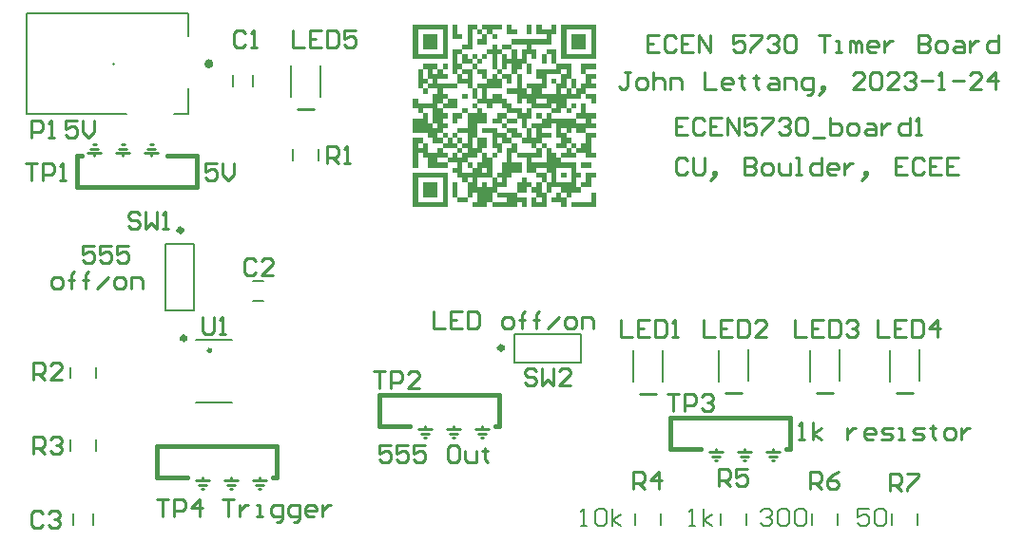
<source format=gto>
G04*
G04 #@! TF.GenerationSoftware,Altium Limited,Altium Designer,21.1.1 (26)*
G04*
G04 Layer_Color=65535*
%FSLAX25Y25*%
%MOIN*%
G70*
G04*
G04 #@! TF.SameCoordinates,E00B1EB5-E982-4F3D-9705-A7A521AA3BB6*
G04*
G04*
G04 #@! TF.FilePolarity,Positive*
G04*
G01*
G75*
%ADD10C,0.01181*%
%ADD11C,0.02000*%
%ADD12C,0.01575*%
%ADD13C,0.00787*%
%ADD14C,0.01000*%
%ADD15C,0.01500*%
%ADD16C,0.00787*%
%ADD17C,0.00600*%
%ADD18C,0.00500*%
G36*
X188000Y193594D02*
Y193522D01*
Y193450D01*
Y193378D01*
Y193306D01*
Y193233D01*
Y193161D01*
Y193089D01*
Y193017D01*
Y192944D01*
Y192872D01*
Y192800D01*
Y192728D01*
Y192656D01*
Y192583D01*
Y192511D01*
Y192439D01*
Y192367D01*
Y192294D01*
Y192222D01*
Y192150D01*
Y192078D01*
Y192006D01*
Y191933D01*
Y191861D01*
Y191789D01*
Y191717D01*
Y191644D01*
Y191572D01*
Y191500D01*
Y191428D01*
Y191356D01*
Y191283D01*
Y191211D01*
Y191139D01*
Y191067D01*
Y190994D01*
Y190922D01*
Y190850D01*
Y190778D01*
Y190706D01*
Y190633D01*
Y190561D01*
Y190489D01*
Y190417D01*
Y190344D01*
Y190272D01*
Y190200D01*
X186267D01*
Y190128D01*
Y190056D01*
Y189983D01*
Y189911D01*
Y189839D01*
Y189767D01*
Y189694D01*
Y189622D01*
Y189550D01*
Y189478D01*
Y189406D01*
Y189333D01*
Y189261D01*
Y189189D01*
Y189117D01*
Y189044D01*
Y188972D01*
Y188900D01*
Y188828D01*
Y188756D01*
Y188683D01*
Y188611D01*
Y188539D01*
Y188467D01*
Y188394D01*
Y188322D01*
Y188250D01*
Y188178D01*
Y188106D01*
Y188033D01*
Y187961D01*
Y187889D01*
Y187817D01*
Y187744D01*
Y187672D01*
Y187600D01*
Y187528D01*
Y187456D01*
Y187383D01*
Y187311D01*
Y187239D01*
Y187167D01*
Y187094D01*
Y187022D01*
Y186950D01*
Y186878D01*
Y186806D01*
Y186733D01*
X179333D01*
Y186661D01*
Y186589D01*
Y186517D01*
Y186444D01*
Y186372D01*
Y186300D01*
Y186228D01*
Y186156D01*
Y186083D01*
Y186011D01*
Y185939D01*
Y185867D01*
Y185794D01*
Y185722D01*
Y185650D01*
Y185578D01*
Y185506D01*
Y185433D01*
Y185361D01*
Y185289D01*
Y185217D01*
Y185144D01*
Y185072D01*
Y185000D01*
X181067D01*
Y184928D01*
Y184856D01*
Y184783D01*
Y184711D01*
Y184639D01*
Y184567D01*
Y184494D01*
Y184422D01*
Y184350D01*
Y184278D01*
Y184206D01*
Y184133D01*
Y184061D01*
Y183989D01*
Y183917D01*
Y183844D01*
Y183772D01*
Y183700D01*
Y183628D01*
Y183556D01*
Y183483D01*
Y183411D01*
Y183339D01*
Y183267D01*
Y183194D01*
Y183122D01*
Y183050D01*
Y182978D01*
Y182906D01*
Y182833D01*
Y182761D01*
Y182689D01*
Y182617D01*
Y182544D01*
Y182472D01*
Y182400D01*
Y182328D01*
Y182256D01*
Y182183D01*
Y182111D01*
Y182039D01*
Y181967D01*
Y181894D01*
Y181822D01*
Y181750D01*
Y181678D01*
Y181606D01*
Y181533D01*
X179333D01*
Y181606D01*
Y181678D01*
Y181750D01*
Y181822D01*
Y181894D01*
Y181967D01*
Y182039D01*
Y182111D01*
Y182183D01*
Y182256D01*
Y182328D01*
Y182400D01*
Y182472D01*
Y182544D01*
Y182617D01*
Y182689D01*
Y182761D01*
Y182833D01*
Y182906D01*
Y182978D01*
Y183050D01*
Y183122D01*
Y183194D01*
Y183267D01*
X177600D01*
Y183194D01*
Y183122D01*
Y183050D01*
Y182978D01*
Y182906D01*
Y182833D01*
Y182761D01*
Y182689D01*
Y182617D01*
Y182544D01*
Y182472D01*
Y182400D01*
Y182328D01*
Y182256D01*
Y182183D01*
Y182111D01*
Y182039D01*
Y181967D01*
Y181894D01*
Y181822D01*
Y181750D01*
Y181678D01*
Y181606D01*
Y181533D01*
Y181461D01*
Y181389D01*
Y181317D01*
Y181244D01*
Y181172D01*
Y181100D01*
Y181028D01*
Y180956D01*
Y180883D01*
Y180811D01*
Y180739D01*
Y180667D01*
Y180594D01*
Y180522D01*
Y180450D01*
Y180378D01*
Y180306D01*
Y180233D01*
Y180161D01*
Y180089D01*
Y180017D01*
Y179944D01*
Y179872D01*
Y179800D01*
X179333D01*
Y179728D01*
Y179656D01*
Y179583D01*
Y179511D01*
Y179439D01*
Y179367D01*
Y179294D01*
Y179222D01*
Y179150D01*
Y179078D01*
Y179006D01*
Y178933D01*
Y178861D01*
Y178789D01*
Y178717D01*
Y178644D01*
Y178572D01*
Y178500D01*
Y178428D01*
Y178356D01*
Y178283D01*
Y178211D01*
Y178139D01*
Y178067D01*
Y177994D01*
Y177922D01*
Y177850D01*
Y177778D01*
Y177706D01*
Y177633D01*
Y177561D01*
Y177489D01*
Y177417D01*
Y177344D01*
Y177272D01*
Y177200D01*
Y177128D01*
Y177056D01*
Y176983D01*
Y176911D01*
Y176839D01*
Y176767D01*
Y176694D01*
Y176622D01*
Y176550D01*
Y176478D01*
Y176406D01*
Y176333D01*
X177600D01*
Y176406D01*
Y176478D01*
Y176550D01*
Y176622D01*
Y176694D01*
Y176767D01*
Y176839D01*
Y176911D01*
Y176983D01*
Y177056D01*
Y177128D01*
Y177200D01*
Y177272D01*
Y177344D01*
Y177417D01*
Y177489D01*
Y177561D01*
Y177633D01*
Y177706D01*
Y177778D01*
Y177850D01*
Y177922D01*
Y177994D01*
Y178067D01*
Y178139D01*
Y178211D01*
Y178283D01*
Y178356D01*
Y178428D01*
Y178500D01*
Y178572D01*
Y178644D01*
Y178717D01*
Y178789D01*
Y178861D01*
Y178933D01*
Y179006D01*
Y179078D01*
Y179150D01*
Y179222D01*
Y179294D01*
Y179367D01*
Y179439D01*
Y179511D01*
Y179583D01*
Y179656D01*
Y179728D01*
Y179800D01*
X175867D01*
Y179728D01*
Y179656D01*
Y179583D01*
Y179511D01*
Y179439D01*
Y179367D01*
Y179294D01*
Y179222D01*
Y179150D01*
Y179078D01*
Y179006D01*
Y178933D01*
Y178861D01*
Y178789D01*
Y178717D01*
Y178644D01*
Y178572D01*
Y178500D01*
Y178428D01*
Y178356D01*
Y178283D01*
Y178211D01*
Y178139D01*
Y178067D01*
X174133D01*
Y177994D01*
Y177922D01*
Y177850D01*
Y177778D01*
Y177706D01*
Y177633D01*
Y177561D01*
Y177489D01*
Y177417D01*
Y177344D01*
Y177272D01*
Y177200D01*
Y177128D01*
Y177056D01*
Y176983D01*
Y176911D01*
Y176839D01*
Y176767D01*
Y176694D01*
Y176622D01*
Y176550D01*
Y176478D01*
Y176406D01*
Y176333D01*
X175867D01*
Y176261D01*
Y176189D01*
Y176117D01*
Y176044D01*
Y175972D01*
Y175900D01*
Y175828D01*
Y175756D01*
Y175683D01*
Y175611D01*
Y175539D01*
Y175467D01*
Y175394D01*
Y175322D01*
Y175250D01*
Y175178D01*
Y175106D01*
Y175033D01*
Y174961D01*
Y174889D01*
Y174817D01*
Y174744D01*
Y174672D01*
Y174600D01*
Y174528D01*
Y174456D01*
Y174383D01*
Y174311D01*
Y174239D01*
Y174167D01*
Y174094D01*
Y174022D01*
Y173950D01*
Y173878D01*
Y173806D01*
Y173733D01*
Y173661D01*
Y173589D01*
Y173517D01*
Y173444D01*
Y173372D01*
Y173300D01*
Y173228D01*
Y173156D01*
Y173083D01*
Y173011D01*
Y172939D01*
Y172867D01*
Y172794D01*
Y172722D01*
Y172650D01*
Y172578D01*
Y172506D01*
Y172433D01*
Y172361D01*
Y172289D01*
Y172217D01*
Y172144D01*
Y172072D01*
Y172000D01*
Y171928D01*
Y171856D01*
Y171783D01*
Y171711D01*
Y171639D01*
Y171567D01*
Y171494D01*
Y171422D01*
Y171350D01*
Y171278D01*
Y171206D01*
Y171133D01*
X177600D01*
Y171061D01*
Y170989D01*
Y170917D01*
Y170844D01*
Y170772D01*
Y170700D01*
Y170628D01*
Y170556D01*
Y170483D01*
Y170411D01*
Y170339D01*
Y170267D01*
Y170194D01*
Y170122D01*
Y170050D01*
Y169978D01*
Y169906D01*
Y169833D01*
Y169761D01*
Y169689D01*
Y169617D01*
Y169544D01*
Y169472D01*
Y169400D01*
X179333D01*
Y169472D01*
Y169544D01*
Y169617D01*
Y169689D01*
Y169761D01*
Y169833D01*
Y169906D01*
Y169978D01*
Y170050D01*
Y170122D01*
Y170194D01*
Y170267D01*
Y170339D01*
Y170411D01*
Y170483D01*
Y170556D01*
Y170628D01*
Y170700D01*
Y170772D01*
Y170844D01*
Y170917D01*
Y170989D01*
Y171061D01*
Y171133D01*
X177600D01*
Y171206D01*
Y171278D01*
Y171350D01*
Y171422D01*
Y171494D01*
Y171567D01*
Y171639D01*
Y171711D01*
Y171783D01*
Y171856D01*
Y171928D01*
Y172000D01*
Y172072D01*
Y172144D01*
Y172217D01*
Y172289D01*
Y172361D01*
Y172433D01*
Y172506D01*
Y172578D01*
Y172650D01*
Y172722D01*
Y172794D01*
Y172867D01*
X182800D01*
Y172939D01*
Y173011D01*
Y173083D01*
Y173156D01*
Y173228D01*
Y173300D01*
Y173372D01*
Y173444D01*
Y173517D01*
Y173589D01*
Y173661D01*
Y173733D01*
Y173806D01*
Y173878D01*
Y173950D01*
Y174022D01*
Y174094D01*
Y174167D01*
Y174239D01*
Y174311D01*
Y174383D01*
Y174456D01*
Y174528D01*
Y174600D01*
X181067D01*
Y174672D01*
Y174744D01*
Y174817D01*
Y174889D01*
Y174961D01*
Y175033D01*
Y175106D01*
Y175178D01*
Y175250D01*
Y175322D01*
Y175394D01*
Y175467D01*
Y175539D01*
Y175611D01*
Y175683D01*
Y175756D01*
Y175828D01*
Y175900D01*
Y175972D01*
Y176044D01*
Y176117D01*
Y176189D01*
Y176261D01*
Y176333D01*
Y176406D01*
Y176478D01*
Y176550D01*
Y176622D01*
Y176694D01*
Y176767D01*
Y176839D01*
Y176911D01*
Y176983D01*
Y177056D01*
Y177128D01*
Y177200D01*
Y177272D01*
Y177344D01*
Y177417D01*
Y177489D01*
Y177561D01*
Y177633D01*
Y177706D01*
Y177778D01*
Y177850D01*
Y177922D01*
Y177994D01*
Y178067D01*
X188000D01*
Y178139D01*
Y178211D01*
Y178283D01*
Y178356D01*
Y178428D01*
Y178500D01*
Y178572D01*
Y178644D01*
Y178717D01*
Y178789D01*
Y178861D01*
Y178933D01*
Y179006D01*
Y179078D01*
Y179150D01*
Y179222D01*
Y179294D01*
Y179367D01*
Y179439D01*
Y179511D01*
Y179583D01*
Y179656D01*
Y179728D01*
Y179800D01*
X186267D01*
Y179872D01*
Y179944D01*
Y180017D01*
Y180089D01*
Y180161D01*
Y180233D01*
Y180306D01*
Y180378D01*
Y180450D01*
Y180522D01*
Y180594D01*
Y180667D01*
Y180739D01*
Y180811D01*
Y180883D01*
Y180956D01*
Y181028D01*
Y181100D01*
Y181172D01*
Y181244D01*
Y181317D01*
Y181389D01*
Y181461D01*
Y181533D01*
Y181606D01*
Y181678D01*
Y181750D01*
Y181822D01*
Y181894D01*
Y181967D01*
Y182039D01*
Y182111D01*
Y182183D01*
Y182256D01*
Y182328D01*
Y182400D01*
Y182472D01*
Y182544D01*
Y182617D01*
Y182689D01*
Y182761D01*
Y182833D01*
Y182906D01*
Y182978D01*
Y183050D01*
Y183122D01*
Y183194D01*
Y183267D01*
X184533D01*
Y183339D01*
Y183411D01*
Y183483D01*
Y183556D01*
Y183628D01*
Y183700D01*
Y183772D01*
Y183844D01*
Y183917D01*
Y183989D01*
Y184061D01*
Y184133D01*
Y184206D01*
Y184278D01*
Y184350D01*
Y184422D01*
Y184494D01*
Y184567D01*
Y184639D01*
Y184711D01*
Y184783D01*
Y184856D01*
Y184928D01*
Y185000D01*
X188000D01*
Y184928D01*
Y184856D01*
Y184783D01*
Y184711D01*
Y184639D01*
Y184567D01*
Y184494D01*
Y184422D01*
Y184350D01*
Y184278D01*
Y184206D01*
Y184133D01*
Y184061D01*
Y183989D01*
Y183917D01*
Y183844D01*
Y183772D01*
Y183700D01*
Y183628D01*
Y183556D01*
Y183483D01*
Y183411D01*
Y183339D01*
Y183267D01*
Y183194D01*
Y183122D01*
Y183050D01*
Y182978D01*
Y182906D01*
Y182833D01*
Y182761D01*
Y182689D01*
Y182617D01*
Y182544D01*
Y182472D01*
Y182400D01*
Y182328D01*
Y182256D01*
Y182183D01*
Y182111D01*
Y182039D01*
Y181967D01*
Y181894D01*
Y181822D01*
Y181750D01*
Y181678D01*
Y181606D01*
Y181533D01*
Y181461D01*
Y181389D01*
Y181317D01*
Y181244D01*
Y181172D01*
Y181100D01*
Y181028D01*
Y180956D01*
Y180883D01*
Y180811D01*
Y180739D01*
Y180667D01*
Y180594D01*
Y180522D01*
Y180450D01*
Y180378D01*
Y180306D01*
Y180233D01*
Y180161D01*
Y180089D01*
Y180017D01*
Y179944D01*
Y179872D01*
Y179800D01*
X193200D01*
Y179728D01*
Y179656D01*
Y179583D01*
Y179511D01*
Y179439D01*
Y179367D01*
Y179294D01*
Y179222D01*
Y179150D01*
Y179078D01*
Y179006D01*
Y178933D01*
Y178861D01*
Y178789D01*
Y178717D01*
Y178644D01*
Y178572D01*
Y178500D01*
Y178428D01*
Y178356D01*
Y178283D01*
Y178211D01*
Y178139D01*
Y178067D01*
Y177994D01*
Y177922D01*
Y177850D01*
Y177778D01*
Y177706D01*
Y177633D01*
Y177561D01*
Y177489D01*
Y177417D01*
Y177344D01*
Y177272D01*
Y177200D01*
Y177128D01*
Y177056D01*
Y176983D01*
Y176911D01*
Y176839D01*
Y176767D01*
Y176694D01*
Y176622D01*
Y176550D01*
Y176478D01*
Y176406D01*
Y176333D01*
Y176261D01*
Y176189D01*
Y176117D01*
Y176044D01*
Y175972D01*
Y175900D01*
Y175828D01*
Y175756D01*
Y175683D01*
Y175611D01*
Y175539D01*
Y175467D01*
Y175394D01*
Y175322D01*
Y175250D01*
Y175178D01*
Y175106D01*
Y175033D01*
Y174961D01*
Y174889D01*
Y174817D01*
Y174744D01*
Y174672D01*
Y174600D01*
X194933D01*
Y174528D01*
Y174456D01*
Y174383D01*
Y174311D01*
Y174239D01*
Y174167D01*
Y174094D01*
Y174022D01*
Y173950D01*
Y173878D01*
Y173806D01*
Y173733D01*
Y173661D01*
Y173589D01*
Y173517D01*
Y173444D01*
Y173372D01*
Y173300D01*
Y173228D01*
Y173156D01*
Y173083D01*
Y173011D01*
Y172939D01*
Y172867D01*
Y172794D01*
Y172722D01*
Y172650D01*
Y172578D01*
Y172506D01*
Y172433D01*
Y172361D01*
Y172289D01*
Y172217D01*
Y172144D01*
Y172072D01*
Y172000D01*
Y171928D01*
Y171856D01*
Y171783D01*
Y171711D01*
Y171639D01*
Y171567D01*
Y171494D01*
Y171422D01*
Y171350D01*
Y171278D01*
Y171206D01*
Y171133D01*
X196667D01*
Y171206D01*
Y171278D01*
Y171350D01*
Y171422D01*
Y171494D01*
Y171567D01*
Y171639D01*
Y171711D01*
Y171783D01*
Y171856D01*
Y171928D01*
Y172000D01*
Y172072D01*
Y172144D01*
Y172217D01*
Y172289D01*
Y172361D01*
Y172433D01*
Y172506D01*
Y172578D01*
Y172650D01*
Y172722D01*
Y172794D01*
Y172867D01*
X198400D01*
Y172939D01*
Y173011D01*
Y173083D01*
Y173156D01*
Y173228D01*
Y173300D01*
Y173372D01*
Y173444D01*
Y173517D01*
Y173589D01*
Y173661D01*
Y173733D01*
Y173806D01*
Y173878D01*
Y173950D01*
Y174022D01*
Y174094D01*
Y174167D01*
Y174239D01*
Y174311D01*
Y174383D01*
Y174456D01*
Y174528D01*
Y174600D01*
Y174672D01*
Y174744D01*
Y174817D01*
Y174889D01*
Y174961D01*
Y175033D01*
Y175106D01*
Y175178D01*
Y175250D01*
Y175322D01*
Y175394D01*
Y175467D01*
Y175539D01*
Y175611D01*
Y175683D01*
Y175756D01*
Y175828D01*
Y175900D01*
Y175972D01*
Y176044D01*
Y176117D01*
Y176189D01*
Y176261D01*
Y176333D01*
X196667D01*
Y176406D01*
Y176478D01*
Y176550D01*
Y176622D01*
Y176694D01*
Y176767D01*
Y176839D01*
Y176911D01*
Y176983D01*
Y177056D01*
Y177128D01*
Y177200D01*
Y177272D01*
Y177344D01*
Y177417D01*
Y177489D01*
Y177561D01*
Y177633D01*
Y177706D01*
Y177778D01*
Y177850D01*
Y177922D01*
Y177994D01*
Y178067D01*
Y178139D01*
Y178211D01*
Y178283D01*
Y178356D01*
Y178428D01*
Y178500D01*
Y178572D01*
Y178644D01*
Y178717D01*
Y178789D01*
Y178861D01*
Y178933D01*
Y179006D01*
Y179078D01*
Y179150D01*
Y179222D01*
Y179294D01*
Y179367D01*
Y179439D01*
Y179511D01*
Y179583D01*
Y179656D01*
Y179728D01*
Y179800D01*
X201867D01*
Y179728D01*
Y179656D01*
Y179583D01*
Y179511D01*
Y179439D01*
Y179367D01*
Y179294D01*
Y179222D01*
Y179150D01*
Y179078D01*
Y179006D01*
Y178933D01*
Y178861D01*
Y178789D01*
Y178717D01*
Y178644D01*
Y178572D01*
Y178500D01*
Y178428D01*
Y178356D01*
Y178283D01*
Y178211D01*
Y178139D01*
Y178067D01*
X198400D01*
Y177994D01*
Y177922D01*
Y177850D01*
Y177778D01*
Y177706D01*
Y177633D01*
Y177561D01*
Y177489D01*
Y177417D01*
Y177344D01*
Y177272D01*
Y177200D01*
Y177128D01*
Y177056D01*
Y176983D01*
Y176911D01*
Y176839D01*
Y176767D01*
Y176694D01*
Y176622D01*
Y176550D01*
Y176478D01*
Y176406D01*
Y176333D01*
X201867D01*
Y176261D01*
Y176189D01*
Y176117D01*
Y176044D01*
Y175972D01*
Y175900D01*
Y175828D01*
Y175756D01*
Y175683D01*
Y175611D01*
Y175539D01*
Y175467D01*
Y175394D01*
Y175322D01*
Y175250D01*
Y175178D01*
Y175106D01*
Y175033D01*
Y174961D01*
Y174889D01*
Y174817D01*
Y174744D01*
Y174672D01*
Y174600D01*
X200133D01*
Y174528D01*
Y174456D01*
Y174383D01*
Y174311D01*
Y174239D01*
Y174167D01*
Y174094D01*
Y174022D01*
Y173950D01*
Y173878D01*
Y173806D01*
Y173733D01*
Y173661D01*
Y173589D01*
Y173517D01*
Y173444D01*
Y173372D01*
Y173300D01*
Y173228D01*
Y173156D01*
Y173083D01*
Y173011D01*
Y172939D01*
Y172867D01*
X201867D01*
Y172794D01*
Y172722D01*
Y172650D01*
Y172578D01*
Y172506D01*
Y172433D01*
Y172361D01*
Y172289D01*
Y172217D01*
Y172144D01*
Y172072D01*
Y172000D01*
Y171928D01*
Y171856D01*
Y171783D01*
Y171711D01*
Y171639D01*
Y171567D01*
Y171494D01*
Y171422D01*
Y171350D01*
Y171278D01*
Y171206D01*
Y171133D01*
X198400D01*
Y171061D01*
Y170989D01*
Y170917D01*
Y170844D01*
Y170772D01*
Y170700D01*
Y170628D01*
Y170556D01*
Y170483D01*
Y170411D01*
Y170339D01*
Y170267D01*
Y170194D01*
Y170122D01*
Y170050D01*
Y169978D01*
Y169906D01*
Y169833D01*
Y169761D01*
Y169689D01*
Y169617D01*
Y169544D01*
Y169472D01*
Y169400D01*
X201867D01*
Y169328D01*
Y169256D01*
Y169183D01*
Y169111D01*
Y169039D01*
Y168967D01*
Y168894D01*
Y168822D01*
Y168750D01*
Y168678D01*
Y168606D01*
Y168533D01*
Y168461D01*
Y168389D01*
Y168317D01*
Y168244D01*
Y168172D01*
Y168100D01*
Y168028D01*
Y167956D01*
Y167883D01*
Y167811D01*
Y167739D01*
Y167667D01*
Y167594D01*
Y167522D01*
Y167450D01*
Y167378D01*
Y167306D01*
Y167233D01*
Y167161D01*
Y167089D01*
Y167017D01*
Y166944D01*
Y166872D01*
Y166800D01*
Y166728D01*
Y166656D01*
Y166583D01*
Y166511D01*
Y166439D01*
Y166367D01*
Y166294D01*
Y166222D01*
Y166150D01*
Y166078D01*
Y166006D01*
Y165933D01*
X200133D01*
Y166006D01*
Y166078D01*
Y166150D01*
Y166222D01*
Y166294D01*
Y166367D01*
Y166439D01*
Y166511D01*
Y166583D01*
Y166656D01*
Y166728D01*
Y166800D01*
Y166872D01*
Y166944D01*
Y167017D01*
Y167089D01*
Y167161D01*
Y167233D01*
Y167306D01*
Y167378D01*
Y167450D01*
Y167522D01*
Y167594D01*
Y167667D01*
X198400D01*
Y167739D01*
Y167811D01*
Y167883D01*
Y167956D01*
Y168028D01*
Y168100D01*
Y168172D01*
Y168244D01*
Y168317D01*
Y168389D01*
Y168461D01*
Y168533D01*
Y168606D01*
Y168678D01*
Y168750D01*
Y168822D01*
Y168894D01*
Y168967D01*
Y169039D01*
Y169111D01*
Y169183D01*
Y169256D01*
Y169328D01*
Y169400D01*
X196667D01*
Y169328D01*
Y169256D01*
Y169183D01*
Y169111D01*
Y169039D01*
Y168967D01*
Y168894D01*
Y168822D01*
Y168750D01*
Y168678D01*
Y168606D01*
Y168533D01*
Y168461D01*
Y168389D01*
Y168317D01*
Y168244D01*
Y168172D01*
Y168100D01*
Y168028D01*
Y167956D01*
Y167883D01*
Y167811D01*
Y167739D01*
Y167667D01*
X191467D01*
Y167594D01*
Y167522D01*
Y167450D01*
Y167378D01*
Y167306D01*
Y167233D01*
Y167161D01*
Y167089D01*
Y167017D01*
Y166944D01*
Y166872D01*
Y166800D01*
Y166728D01*
Y166656D01*
Y166583D01*
Y166511D01*
Y166439D01*
Y166367D01*
Y166294D01*
Y166222D01*
Y166150D01*
Y166078D01*
Y166006D01*
Y165933D01*
Y165861D01*
Y165789D01*
Y165717D01*
Y165644D01*
Y165572D01*
Y165500D01*
Y165428D01*
Y165356D01*
Y165283D01*
Y165211D01*
Y165139D01*
Y165067D01*
Y164994D01*
Y164922D01*
Y164850D01*
Y164778D01*
Y164706D01*
Y164633D01*
Y164561D01*
Y164489D01*
Y164417D01*
Y164344D01*
Y164272D01*
Y164200D01*
X193200D01*
Y164128D01*
Y164056D01*
Y163983D01*
Y163911D01*
Y163839D01*
Y163767D01*
Y163694D01*
Y163622D01*
Y163550D01*
Y163478D01*
Y163406D01*
Y163333D01*
Y163261D01*
Y163189D01*
Y163117D01*
Y163044D01*
Y162972D01*
Y162900D01*
Y162828D01*
Y162756D01*
Y162683D01*
Y162611D01*
Y162539D01*
Y162467D01*
X191467D01*
Y162539D01*
Y162611D01*
Y162683D01*
Y162756D01*
Y162828D01*
Y162900D01*
Y162972D01*
Y163044D01*
Y163117D01*
Y163189D01*
Y163261D01*
Y163333D01*
Y163406D01*
Y163478D01*
Y163550D01*
Y163622D01*
Y163694D01*
Y163767D01*
Y163839D01*
Y163911D01*
Y163983D01*
Y164056D01*
Y164128D01*
Y164200D01*
X189733D01*
Y164128D01*
Y164056D01*
Y163983D01*
Y163911D01*
Y163839D01*
Y163767D01*
Y163694D01*
Y163622D01*
Y163550D01*
Y163478D01*
Y163406D01*
Y163333D01*
Y163261D01*
Y163189D01*
Y163117D01*
Y163044D01*
Y162972D01*
Y162900D01*
Y162828D01*
Y162756D01*
Y162683D01*
Y162611D01*
Y162539D01*
Y162467D01*
X186267D01*
Y162539D01*
Y162611D01*
Y162683D01*
Y162756D01*
Y162828D01*
Y162900D01*
Y162972D01*
Y163044D01*
Y163117D01*
Y163189D01*
Y163261D01*
Y163333D01*
Y163406D01*
Y163478D01*
Y163550D01*
Y163622D01*
Y163694D01*
Y163767D01*
Y163839D01*
Y163911D01*
Y163983D01*
Y164056D01*
Y164128D01*
Y164200D01*
X179333D01*
Y164272D01*
Y164344D01*
Y164417D01*
Y164489D01*
Y164561D01*
Y164633D01*
Y164706D01*
Y164778D01*
Y164850D01*
Y164922D01*
Y164994D01*
Y165067D01*
Y165139D01*
Y165211D01*
Y165283D01*
Y165356D01*
Y165428D01*
Y165500D01*
Y165572D01*
Y165644D01*
Y165717D01*
Y165789D01*
Y165861D01*
Y165933D01*
X177600D01*
Y166006D01*
Y166078D01*
Y166150D01*
Y166222D01*
Y166294D01*
Y166367D01*
Y166439D01*
Y166511D01*
Y166583D01*
Y166656D01*
Y166728D01*
Y166800D01*
Y166872D01*
Y166944D01*
Y167017D01*
Y167089D01*
Y167161D01*
Y167233D01*
Y167306D01*
Y167378D01*
Y167450D01*
Y167522D01*
Y167594D01*
Y167667D01*
X175867D01*
Y167594D01*
Y167522D01*
Y167450D01*
Y167378D01*
Y167306D01*
Y167233D01*
Y167161D01*
Y167089D01*
Y167017D01*
Y166944D01*
Y166872D01*
Y166800D01*
Y166728D01*
Y166656D01*
Y166583D01*
Y166511D01*
Y166439D01*
Y166367D01*
Y166294D01*
Y166222D01*
Y166150D01*
Y166078D01*
Y166006D01*
Y165933D01*
X174133D01*
Y166006D01*
Y166078D01*
Y166150D01*
Y166222D01*
Y166294D01*
Y166367D01*
Y166439D01*
Y166511D01*
Y166583D01*
Y166656D01*
Y166728D01*
Y166800D01*
Y166872D01*
Y166944D01*
Y167017D01*
Y167089D01*
Y167161D01*
Y167233D01*
Y167306D01*
Y167378D01*
Y167450D01*
Y167522D01*
Y167594D01*
Y167667D01*
Y167739D01*
Y167811D01*
Y167883D01*
Y167956D01*
Y168028D01*
Y168100D01*
Y168172D01*
Y168244D01*
Y168317D01*
Y168389D01*
Y168461D01*
Y168533D01*
Y168606D01*
Y168678D01*
Y168750D01*
Y168822D01*
Y168894D01*
Y168967D01*
Y169039D01*
Y169111D01*
Y169183D01*
Y169256D01*
Y169328D01*
Y169400D01*
X170667D01*
Y169472D01*
Y169544D01*
Y169617D01*
Y169689D01*
Y169761D01*
Y169833D01*
Y169906D01*
Y169978D01*
Y170050D01*
Y170122D01*
Y170194D01*
Y170267D01*
Y170339D01*
Y170411D01*
Y170483D01*
Y170556D01*
Y170628D01*
Y170700D01*
Y170772D01*
Y170844D01*
Y170917D01*
Y170989D01*
Y171061D01*
Y171133D01*
X174133D01*
Y171206D01*
Y171278D01*
Y171350D01*
Y171422D01*
Y171494D01*
Y171567D01*
Y171639D01*
Y171711D01*
Y171783D01*
Y171856D01*
Y171928D01*
Y172000D01*
Y172072D01*
Y172144D01*
Y172217D01*
Y172289D01*
Y172361D01*
Y172433D01*
Y172506D01*
Y172578D01*
Y172650D01*
Y172722D01*
Y172794D01*
Y172867D01*
Y172939D01*
Y173011D01*
Y173083D01*
Y173156D01*
Y173228D01*
Y173300D01*
Y173372D01*
Y173444D01*
Y173517D01*
Y173589D01*
Y173661D01*
Y173733D01*
Y173806D01*
Y173878D01*
Y173950D01*
Y174022D01*
Y174094D01*
Y174167D01*
Y174239D01*
Y174311D01*
Y174383D01*
Y174456D01*
Y174528D01*
Y174600D01*
Y174672D01*
Y174744D01*
Y174817D01*
Y174889D01*
Y174961D01*
Y175033D01*
Y175106D01*
Y175178D01*
Y175250D01*
Y175322D01*
Y175394D01*
Y175467D01*
Y175539D01*
Y175611D01*
Y175683D01*
Y175756D01*
Y175828D01*
Y175900D01*
Y175972D01*
Y176044D01*
Y176117D01*
Y176189D01*
Y176261D01*
Y176333D01*
X172400D01*
Y176406D01*
Y176478D01*
Y176550D01*
Y176622D01*
Y176694D01*
Y176767D01*
Y176839D01*
Y176911D01*
Y176983D01*
Y177056D01*
Y177128D01*
Y177200D01*
Y177272D01*
Y177344D01*
Y177417D01*
Y177489D01*
Y177561D01*
Y177633D01*
Y177706D01*
Y177778D01*
Y177850D01*
Y177922D01*
Y177994D01*
Y178067D01*
Y178139D01*
Y178211D01*
Y178283D01*
Y178356D01*
Y178428D01*
Y178500D01*
Y178572D01*
Y178644D01*
Y178717D01*
Y178789D01*
Y178861D01*
Y178933D01*
Y179006D01*
Y179078D01*
Y179150D01*
Y179222D01*
Y179294D01*
Y179367D01*
Y179439D01*
Y179511D01*
Y179583D01*
Y179656D01*
Y179728D01*
Y179800D01*
X170667D01*
Y179728D01*
Y179656D01*
Y179583D01*
Y179511D01*
Y179439D01*
Y179367D01*
Y179294D01*
Y179222D01*
Y179150D01*
Y179078D01*
Y179006D01*
Y178933D01*
Y178861D01*
Y178789D01*
Y178717D01*
Y178644D01*
Y178572D01*
Y178500D01*
Y178428D01*
Y178356D01*
Y178283D01*
Y178211D01*
Y178139D01*
Y178067D01*
X168933D01*
Y178139D01*
Y178211D01*
Y178283D01*
Y178356D01*
Y178428D01*
Y178500D01*
Y178572D01*
Y178644D01*
Y178717D01*
Y178789D01*
Y178861D01*
Y178933D01*
Y179006D01*
Y179078D01*
Y179150D01*
Y179222D01*
Y179294D01*
Y179367D01*
Y179439D01*
Y179511D01*
Y179583D01*
Y179656D01*
Y179728D01*
Y179800D01*
Y179872D01*
Y179944D01*
Y180017D01*
Y180089D01*
Y180161D01*
Y180233D01*
Y180306D01*
Y180378D01*
Y180450D01*
Y180522D01*
Y180594D01*
Y180667D01*
Y180739D01*
Y180811D01*
Y180883D01*
Y180956D01*
Y181028D01*
Y181100D01*
Y181172D01*
Y181244D01*
Y181317D01*
Y181389D01*
Y181461D01*
Y181533D01*
Y181606D01*
Y181678D01*
Y181750D01*
Y181822D01*
Y181894D01*
Y181967D01*
Y182039D01*
Y182111D01*
Y182183D01*
Y182256D01*
Y182328D01*
Y182400D01*
Y182472D01*
Y182544D01*
Y182617D01*
Y182689D01*
Y182761D01*
Y182833D01*
Y182906D01*
Y182978D01*
Y183050D01*
Y183122D01*
Y183194D01*
Y183267D01*
X167200D01*
Y183194D01*
Y183122D01*
Y183050D01*
Y182978D01*
Y182906D01*
Y182833D01*
Y182761D01*
Y182689D01*
Y182617D01*
Y182544D01*
Y182472D01*
Y182400D01*
Y182328D01*
Y182256D01*
Y182183D01*
Y182111D01*
Y182039D01*
Y181967D01*
Y181894D01*
Y181822D01*
Y181750D01*
Y181678D01*
Y181606D01*
Y181533D01*
Y181461D01*
Y181389D01*
Y181317D01*
Y181244D01*
Y181172D01*
Y181100D01*
Y181028D01*
Y180956D01*
Y180883D01*
Y180811D01*
Y180739D01*
Y180667D01*
Y180594D01*
Y180522D01*
Y180450D01*
Y180378D01*
Y180306D01*
Y180233D01*
Y180161D01*
Y180089D01*
Y180017D01*
Y179944D01*
Y179872D01*
Y179800D01*
Y179728D01*
Y179656D01*
Y179583D01*
Y179511D01*
Y179439D01*
Y179367D01*
Y179294D01*
Y179222D01*
Y179150D01*
Y179078D01*
Y179006D01*
Y178933D01*
Y178861D01*
Y178789D01*
Y178717D01*
Y178644D01*
Y178572D01*
Y178500D01*
Y178428D01*
Y178356D01*
Y178283D01*
Y178211D01*
Y178139D01*
Y178067D01*
X168933D01*
Y177994D01*
Y177922D01*
Y177850D01*
Y177778D01*
Y177706D01*
Y177633D01*
Y177561D01*
Y177489D01*
Y177417D01*
Y177344D01*
Y177272D01*
Y177200D01*
Y177128D01*
Y177056D01*
Y176983D01*
Y176911D01*
Y176839D01*
Y176767D01*
Y176694D01*
Y176622D01*
Y176550D01*
Y176478D01*
Y176406D01*
Y176333D01*
X172400D01*
Y176261D01*
Y176189D01*
Y176117D01*
Y176044D01*
Y175972D01*
Y175900D01*
Y175828D01*
Y175756D01*
Y175683D01*
Y175611D01*
Y175539D01*
Y175467D01*
Y175394D01*
Y175322D01*
Y175250D01*
Y175178D01*
Y175106D01*
Y175033D01*
Y174961D01*
Y174889D01*
Y174817D01*
Y174744D01*
Y174672D01*
Y174600D01*
Y174528D01*
Y174456D01*
Y174383D01*
Y174311D01*
Y174239D01*
Y174167D01*
Y174094D01*
Y174022D01*
Y173950D01*
Y173878D01*
Y173806D01*
Y173733D01*
Y173661D01*
Y173589D01*
Y173517D01*
Y173444D01*
Y173372D01*
Y173300D01*
Y173228D01*
Y173156D01*
Y173083D01*
Y173011D01*
Y172939D01*
Y172867D01*
X170667D01*
Y172939D01*
Y173011D01*
Y173083D01*
Y173156D01*
Y173228D01*
Y173300D01*
Y173372D01*
Y173444D01*
Y173517D01*
Y173589D01*
Y173661D01*
Y173733D01*
Y173806D01*
Y173878D01*
Y173950D01*
Y174022D01*
Y174094D01*
Y174167D01*
Y174239D01*
Y174311D01*
Y174383D01*
Y174456D01*
Y174528D01*
Y174600D01*
X168933D01*
Y174672D01*
Y174744D01*
Y174817D01*
Y174889D01*
Y174961D01*
Y175033D01*
Y175106D01*
Y175178D01*
Y175250D01*
Y175322D01*
Y175394D01*
Y175467D01*
Y175539D01*
Y175611D01*
Y175683D01*
Y175756D01*
Y175828D01*
Y175900D01*
Y175972D01*
Y176044D01*
Y176117D01*
Y176189D01*
Y176261D01*
Y176333D01*
X167200D01*
Y176406D01*
Y176478D01*
Y176550D01*
Y176622D01*
Y176694D01*
Y176767D01*
Y176839D01*
Y176911D01*
Y176983D01*
Y177056D01*
Y177128D01*
Y177200D01*
Y177272D01*
Y177344D01*
Y177417D01*
Y177489D01*
Y177561D01*
Y177633D01*
Y177706D01*
Y177778D01*
Y177850D01*
Y177922D01*
Y177994D01*
Y178067D01*
X165467D01*
Y178139D01*
Y178211D01*
Y178283D01*
Y178356D01*
Y178428D01*
Y178500D01*
Y178572D01*
Y178644D01*
Y178717D01*
Y178789D01*
Y178861D01*
Y178933D01*
Y179006D01*
Y179078D01*
Y179150D01*
Y179222D01*
Y179294D01*
Y179367D01*
Y179439D01*
Y179511D01*
Y179583D01*
Y179656D01*
Y179728D01*
Y179800D01*
Y179872D01*
Y179944D01*
Y180017D01*
Y180089D01*
Y180161D01*
Y180233D01*
Y180306D01*
Y180378D01*
Y180450D01*
Y180522D01*
Y180594D01*
Y180667D01*
Y180739D01*
Y180811D01*
Y180883D01*
Y180956D01*
Y181028D01*
Y181100D01*
Y181172D01*
Y181244D01*
Y181317D01*
Y181389D01*
Y181461D01*
Y181533D01*
Y181606D01*
Y181678D01*
Y181750D01*
Y181822D01*
Y181894D01*
Y181967D01*
Y182039D01*
Y182111D01*
Y182183D01*
Y182256D01*
Y182328D01*
Y182400D01*
Y182472D01*
Y182544D01*
Y182617D01*
Y182689D01*
Y182761D01*
Y182833D01*
Y182906D01*
Y182978D01*
Y183050D01*
Y183122D01*
Y183194D01*
Y183267D01*
X163733D01*
Y183339D01*
Y183411D01*
Y183483D01*
Y183556D01*
Y183628D01*
Y183700D01*
Y183772D01*
Y183844D01*
Y183917D01*
Y183989D01*
Y184061D01*
Y184133D01*
Y184206D01*
Y184278D01*
Y184350D01*
Y184422D01*
Y184494D01*
Y184567D01*
Y184639D01*
Y184711D01*
Y184783D01*
Y184856D01*
Y184928D01*
Y185000D01*
X165467D01*
Y185072D01*
Y185144D01*
Y185217D01*
Y185289D01*
Y185361D01*
Y185433D01*
Y185506D01*
Y185578D01*
Y185650D01*
Y185722D01*
Y185794D01*
Y185867D01*
Y185939D01*
Y186011D01*
Y186083D01*
Y186156D01*
Y186228D01*
Y186300D01*
Y186372D01*
Y186444D01*
Y186517D01*
Y186589D01*
Y186661D01*
Y186733D01*
X167200D01*
Y186661D01*
Y186589D01*
Y186517D01*
Y186444D01*
Y186372D01*
Y186300D01*
Y186228D01*
Y186156D01*
Y186083D01*
Y186011D01*
Y185939D01*
Y185867D01*
Y185794D01*
Y185722D01*
Y185650D01*
Y185578D01*
Y185506D01*
Y185433D01*
Y185361D01*
Y185289D01*
Y185217D01*
Y185144D01*
Y185072D01*
Y185000D01*
X168933D01*
Y184928D01*
Y184856D01*
Y184783D01*
Y184711D01*
Y184639D01*
Y184567D01*
Y184494D01*
Y184422D01*
Y184350D01*
Y184278D01*
Y184206D01*
Y184133D01*
Y184061D01*
Y183989D01*
Y183917D01*
Y183844D01*
Y183772D01*
Y183700D01*
Y183628D01*
Y183556D01*
Y183483D01*
Y183411D01*
Y183339D01*
Y183267D01*
X170667D01*
Y183194D01*
Y183122D01*
Y183050D01*
Y182978D01*
Y182906D01*
Y182833D01*
Y182761D01*
Y182689D01*
Y182617D01*
Y182544D01*
Y182472D01*
Y182400D01*
Y182328D01*
Y182256D01*
Y182183D01*
Y182111D01*
Y182039D01*
Y181967D01*
Y181894D01*
Y181822D01*
Y181750D01*
Y181678D01*
Y181606D01*
Y181533D01*
X172400D01*
Y181606D01*
Y181678D01*
Y181750D01*
Y181822D01*
Y181894D01*
Y181967D01*
Y182039D01*
Y182111D01*
Y182183D01*
Y182256D01*
Y182328D01*
Y182400D01*
Y182472D01*
Y182544D01*
Y182617D01*
Y182689D01*
Y182761D01*
Y182833D01*
Y182906D01*
Y182978D01*
Y183050D01*
Y183122D01*
Y183194D01*
Y183267D01*
Y183339D01*
Y183411D01*
Y183483D01*
Y183556D01*
Y183628D01*
Y183700D01*
Y183772D01*
Y183844D01*
Y183917D01*
Y183989D01*
Y184061D01*
Y184133D01*
Y184206D01*
Y184278D01*
Y184350D01*
Y184422D01*
Y184494D01*
Y184567D01*
Y184639D01*
Y184711D01*
Y184783D01*
Y184856D01*
Y184928D01*
Y185000D01*
X168933D01*
Y185072D01*
Y185144D01*
Y185217D01*
Y185289D01*
Y185361D01*
Y185433D01*
Y185506D01*
Y185578D01*
Y185650D01*
Y185722D01*
Y185794D01*
Y185867D01*
Y185939D01*
Y186011D01*
Y186083D01*
Y186156D01*
Y186228D01*
Y186300D01*
Y186372D01*
Y186444D01*
Y186517D01*
Y186589D01*
Y186661D01*
Y186733D01*
X172400D01*
Y186661D01*
Y186589D01*
Y186517D01*
Y186444D01*
Y186372D01*
Y186300D01*
Y186228D01*
Y186156D01*
Y186083D01*
Y186011D01*
Y185939D01*
Y185867D01*
Y185794D01*
Y185722D01*
Y185650D01*
Y185578D01*
Y185506D01*
Y185433D01*
Y185361D01*
Y185289D01*
Y185217D01*
Y185144D01*
Y185072D01*
Y185000D01*
X174133D01*
Y184928D01*
Y184856D01*
Y184783D01*
Y184711D01*
Y184639D01*
Y184567D01*
Y184494D01*
Y184422D01*
Y184350D01*
Y184278D01*
Y184206D01*
Y184133D01*
Y184061D01*
Y183989D01*
Y183917D01*
Y183844D01*
Y183772D01*
Y183700D01*
Y183628D01*
Y183556D01*
Y183483D01*
Y183411D01*
Y183339D01*
Y183267D01*
Y183194D01*
Y183122D01*
Y183050D01*
Y182978D01*
Y182906D01*
Y182833D01*
Y182761D01*
Y182689D01*
Y182617D01*
Y182544D01*
Y182472D01*
Y182400D01*
Y182328D01*
Y182256D01*
Y182183D01*
Y182111D01*
Y182039D01*
Y181967D01*
Y181894D01*
Y181822D01*
Y181750D01*
Y181678D01*
Y181606D01*
Y181533D01*
X175867D01*
Y181606D01*
Y181678D01*
Y181750D01*
Y181822D01*
Y181894D01*
Y181967D01*
Y182039D01*
Y182111D01*
Y182183D01*
Y182256D01*
Y182328D01*
Y182400D01*
Y182472D01*
Y182544D01*
Y182617D01*
Y182689D01*
Y182761D01*
Y182833D01*
Y182906D01*
Y182978D01*
Y183050D01*
Y183122D01*
Y183194D01*
Y183267D01*
Y183339D01*
Y183411D01*
Y183483D01*
Y183556D01*
Y183628D01*
Y183700D01*
Y183772D01*
Y183844D01*
Y183917D01*
Y183989D01*
Y184061D01*
Y184133D01*
Y184206D01*
Y184278D01*
Y184350D01*
Y184422D01*
Y184494D01*
Y184567D01*
Y184639D01*
Y184711D01*
Y184783D01*
Y184856D01*
Y184928D01*
Y185000D01*
X177600D01*
Y185072D01*
Y185144D01*
Y185217D01*
Y185289D01*
Y185361D01*
Y185433D01*
Y185506D01*
Y185578D01*
Y185650D01*
Y185722D01*
Y185794D01*
Y185867D01*
Y185939D01*
Y186011D01*
Y186083D01*
Y186156D01*
Y186228D01*
Y186300D01*
Y186372D01*
Y186444D01*
Y186517D01*
Y186589D01*
Y186661D01*
Y186733D01*
X172400D01*
Y186806D01*
Y186878D01*
Y186950D01*
Y187022D01*
Y187094D01*
Y187167D01*
Y187239D01*
Y187311D01*
Y187383D01*
Y187456D01*
Y187528D01*
Y187600D01*
Y187672D01*
Y187744D01*
Y187817D01*
Y187889D01*
Y187961D01*
Y188033D01*
Y188106D01*
Y188178D01*
Y188250D01*
Y188322D01*
Y188394D01*
Y188467D01*
X184533D01*
Y188539D01*
Y188611D01*
Y188683D01*
Y188756D01*
Y188828D01*
Y188900D01*
Y188972D01*
Y189044D01*
Y189117D01*
Y189189D01*
Y189261D01*
Y189333D01*
Y189406D01*
Y189478D01*
Y189550D01*
Y189622D01*
Y189694D01*
Y189767D01*
Y189839D01*
Y189911D01*
Y189983D01*
Y190056D01*
Y190128D01*
Y190200D01*
X181067D01*
Y190272D01*
Y190344D01*
Y190417D01*
Y190489D01*
Y190561D01*
Y190633D01*
Y190706D01*
Y190778D01*
Y190850D01*
Y190922D01*
Y190994D01*
Y191067D01*
Y191139D01*
Y191211D01*
Y191283D01*
Y191356D01*
Y191428D01*
Y191500D01*
Y191572D01*
Y191644D01*
Y191717D01*
Y191789D01*
Y191861D01*
Y191933D01*
Y192006D01*
Y192078D01*
Y192150D01*
Y192222D01*
Y192294D01*
Y192367D01*
Y192439D01*
Y192511D01*
Y192583D01*
Y192656D01*
Y192728D01*
Y192800D01*
Y192872D01*
Y192944D01*
Y193017D01*
Y193089D01*
Y193161D01*
Y193233D01*
Y193306D01*
Y193378D01*
Y193450D01*
Y193522D01*
Y193594D01*
Y193667D01*
X182800D01*
Y193594D01*
Y193522D01*
Y193450D01*
Y193378D01*
Y193306D01*
Y193233D01*
Y193161D01*
Y193089D01*
Y193017D01*
Y192944D01*
Y192872D01*
Y192800D01*
Y192728D01*
Y192656D01*
Y192583D01*
Y192511D01*
Y192439D01*
Y192367D01*
Y192294D01*
Y192222D01*
Y192150D01*
Y192078D01*
Y192006D01*
Y191933D01*
X186267D01*
Y192006D01*
Y192078D01*
Y192150D01*
Y192222D01*
Y192294D01*
Y192367D01*
Y192439D01*
Y192511D01*
Y192583D01*
Y192656D01*
Y192728D01*
Y192800D01*
Y192872D01*
Y192944D01*
Y193017D01*
Y193089D01*
Y193161D01*
Y193233D01*
Y193306D01*
Y193378D01*
Y193450D01*
Y193522D01*
Y193594D01*
Y193667D01*
X188000D01*
Y193594D01*
D02*
G37*
G36*
X179333D02*
Y193522D01*
Y193450D01*
Y193378D01*
Y193306D01*
Y193233D01*
Y193161D01*
Y193089D01*
Y193017D01*
Y192944D01*
Y192872D01*
Y192800D01*
Y192728D01*
Y192656D01*
Y192583D01*
Y192511D01*
Y192439D01*
Y192367D01*
Y192294D01*
Y192222D01*
Y192150D01*
Y192078D01*
Y192006D01*
Y191933D01*
Y191861D01*
Y191789D01*
Y191717D01*
Y191644D01*
Y191572D01*
Y191500D01*
Y191428D01*
Y191356D01*
Y191283D01*
Y191211D01*
Y191139D01*
Y191067D01*
Y190994D01*
Y190922D01*
Y190850D01*
Y190778D01*
Y190706D01*
Y190633D01*
Y190561D01*
Y190489D01*
Y190417D01*
Y190344D01*
Y190272D01*
Y190200D01*
X177600D01*
Y190272D01*
Y190344D01*
Y190417D01*
Y190489D01*
Y190561D01*
Y190633D01*
Y190706D01*
Y190778D01*
Y190850D01*
Y190922D01*
Y190994D01*
Y191067D01*
Y191139D01*
Y191211D01*
Y191283D01*
Y191356D01*
Y191428D01*
Y191500D01*
Y191572D01*
Y191644D01*
Y191717D01*
Y191789D01*
Y191861D01*
Y191933D01*
Y192006D01*
Y192078D01*
Y192150D01*
Y192222D01*
Y192294D01*
Y192367D01*
Y192439D01*
Y192511D01*
Y192583D01*
Y192656D01*
Y192728D01*
Y192800D01*
Y192872D01*
Y192944D01*
Y193017D01*
Y193089D01*
Y193161D01*
Y193233D01*
Y193306D01*
Y193378D01*
Y193450D01*
Y193522D01*
Y193594D01*
Y193667D01*
X179333D01*
Y193594D01*
D02*
G37*
G36*
X172400D02*
Y193522D01*
Y193450D01*
Y193378D01*
Y193306D01*
Y193233D01*
Y193161D01*
Y193089D01*
Y193017D01*
Y192944D01*
Y192872D01*
Y192800D01*
Y192728D01*
Y192656D01*
Y192583D01*
Y192511D01*
Y192439D01*
Y192367D01*
Y192294D01*
Y192222D01*
Y192150D01*
Y192078D01*
Y192006D01*
Y191933D01*
X174133D01*
Y191861D01*
Y191789D01*
Y191717D01*
Y191644D01*
Y191572D01*
Y191500D01*
Y191428D01*
Y191356D01*
Y191283D01*
Y191211D01*
Y191139D01*
Y191067D01*
Y190994D01*
Y190922D01*
Y190850D01*
Y190778D01*
Y190706D01*
Y190633D01*
Y190561D01*
Y190489D01*
Y190417D01*
Y190344D01*
Y190272D01*
Y190200D01*
X170667D01*
Y190272D01*
Y190344D01*
Y190417D01*
Y190489D01*
Y190561D01*
Y190633D01*
Y190706D01*
Y190778D01*
Y190850D01*
Y190922D01*
Y190994D01*
Y191067D01*
Y191139D01*
Y191211D01*
Y191283D01*
Y191356D01*
Y191428D01*
Y191500D01*
Y191572D01*
Y191644D01*
Y191717D01*
Y191789D01*
Y191861D01*
Y191933D01*
Y192006D01*
Y192078D01*
Y192150D01*
Y192222D01*
Y192294D01*
Y192367D01*
Y192439D01*
Y192511D01*
Y192583D01*
Y192656D01*
Y192728D01*
Y192800D01*
Y192872D01*
Y192944D01*
Y193017D01*
Y193089D01*
Y193161D01*
Y193233D01*
Y193306D01*
Y193378D01*
Y193450D01*
Y193522D01*
Y193594D01*
Y193667D01*
X172400D01*
Y193594D01*
D02*
G37*
G36*
X168933D02*
Y193522D01*
Y193450D01*
Y193378D01*
Y193306D01*
Y193233D01*
Y193161D01*
Y193089D01*
Y193017D01*
Y192944D01*
Y192872D01*
Y192800D01*
Y192728D01*
Y192656D01*
Y192583D01*
Y192511D01*
Y192439D01*
Y192367D01*
Y192294D01*
Y192222D01*
Y192150D01*
Y192078D01*
Y192006D01*
Y191933D01*
X165467D01*
Y191861D01*
Y191789D01*
Y191717D01*
Y191644D01*
Y191572D01*
Y191500D01*
Y191428D01*
Y191356D01*
Y191283D01*
Y191211D01*
Y191139D01*
Y191067D01*
Y190994D01*
Y190922D01*
Y190850D01*
Y190778D01*
Y190706D01*
Y190633D01*
Y190561D01*
Y190489D01*
Y190417D01*
Y190344D01*
Y190272D01*
Y190200D01*
X167200D01*
Y190128D01*
Y190056D01*
Y189983D01*
Y189911D01*
Y189839D01*
Y189767D01*
Y189694D01*
Y189622D01*
Y189550D01*
Y189478D01*
Y189406D01*
Y189333D01*
Y189261D01*
Y189189D01*
Y189117D01*
Y189044D01*
Y188972D01*
Y188900D01*
Y188828D01*
Y188756D01*
Y188683D01*
Y188611D01*
Y188539D01*
Y188467D01*
X165467D01*
Y188539D01*
Y188611D01*
Y188683D01*
Y188756D01*
Y188828D01*
Y188900D01*
Y188972D01*
Y189044D01*
Y189117D01*
Y189189D01*
Y189261D01*
Y189333D01*
Y189406D01*
Y189478D01*
Y189550D01*
Y189622D01*
Y189694D01*
Y189767D01*
Y189839D01*
Y189911D01*
Y189983D01*
Y190056D01*
Y190128D01*
Y190200D01*
X163733D01*
Y190272D01*
Y190344D01*
Y190417D01*
Y190489D01*
Y190561D01*
Y190633D01*
Y190706D01*
Y190778D01*
Y190850D01*
Y190922D01*
Y190994D01*
Y191067D01*
Y191139D01*
Y191211D01*
Y191283D01*
Y191356D01*
Y191428D01*
Y191500D01*
Y191572D01*
Y191644D01*
Y191717D01*
Y191789D01*
Y191861D01*
Y191933D01*
X162000D01*
Y192006D01*
Y192078D01*
Y192150D01*
Y192222D01*
Y192294D01*
Y192367D01*
Y192439D01*
Y192511D01*
Y192583D01*
Y192656D01*
Y192728D01*
Y192800D01*
Y192872D01*
Y192944D01*
Y193017D01*
Y193089D01*
Y193161D01*
Y193233D01*
Y193306D01*
Y193378D01*
Y193450D01*
Y193522D01*
Y193594D01*
Y193667D01*
X168933D01*
Y193594D01*
D02*
G37*
G36*
X153333D02*
Y193522D01*
Y193450D01*
Y193378D01*
Y193306D01*
Y193233D01*
Y193161D01*
Y193089D01*
Y193017D01*
Y192944D01*
Y192872D01*
Y192800D01*
Y192728D01*
Y192656D01*
Y192583D01*
Y192511D01*
Y192439D01*
Y192367D01*
Y192294D01*
Y192222D01*
Y192150D01*
Y192078D01*
Y192006D01*
Y191933D01*
Y191861D01*
Y191789D01*
Y191717D01*
Y191644D01*
Y191572D01*
Y191500D01*
Y191428D01*
Y191356D01*
Y191283D01*
Y191211D01*
Y191139D01*
Y191067D01*
Y190994D01*
Y190922D01*
Y190850D01*
Y190778D01*
Y190706D01*
Y190633D01*
Y190561D01*
Y190489D01*
Y190417D01*
Y190344D01*
Y190272D01*
Y190200D01*
X155067D01*
Y190128D01*
Y190056D01*
Y189983D01*
Y189911D01*
Y189839D01*
Y189767D01*
Y189694D01*
Y189622D01*
Y189550D01*
Y189478D01*
Y189406D01*
Y189333D01*
Y189261D01*
Y189189D01*
Y189117D01*
Y189044D01*
Y188972D01*
Y188900D01*
Y188828D01*
Y188756D01*
Y188683D01*
Y188611D01*
Y188539D01*
Y188467D01*
X151600D01*
Y188539D01*
Y188611D01*
Y188683D01*
Y188756D01*
Y188828D01*
Y188900D01*
Y188972D01*
Y189044D01*
Y189117D01*
Y189189D01*
Y189261D01*
Y189333D01*
Y189406D01*
Y189478D01*
Y189550D01*
Y189622D01*
Y189694D01*
Y189767D01*
Y189839D01*
Y189911D01*
Y189983D01*
Y190056D01*
Y190128D01*
Y190200D01*
Y190272D01*
Y190344D01*
Y190417D01*
Y190489D01*
Y190561D01*
Y190633D01*
Y190706D01*
Y190778D01*
Y190850D01*
Y190922D01*
Y190994D01*
Y191067D01*
Y191139D01*
Y191211D01*
Y191283D01*
Y191356D01*
Y191428D01*
Y191500D01*
Y191572D01*
Y191644D01*
Y191717D01*
Y191789D01*
Y191861D01*
Y191933D01*
Y192006D01*
Y192078D01*
Y192150D01*
Y192222D01*
Y192294D01*
Y192367D01*
Y192439D01*
Y192511D01*
Y192583D01*
Y192656D01*
Y192728D01*
Y192800D01*
Y192872D01*
Y192944D01*
Y193017D01*
Y193089D01*
Y193161D01*
Y193233D01*
Y193306D01*
Y193378D01*
Y193450D01*
Y193522D01*
Y193594D01*
Y193667D01*
X153333D01*
Y193594D01*
D02*
G37*
G36*
X160267D02*
Y193522D01*
Y193450D01*
Y193378D01*
Y193306D01*
Y193233D01*
Y193161D01*
Y193089D01*
Y193017D01*
Y192944D01*
Y192872D01*
Y192800D01*
Y192728D01*
Y192656D01*
Y192583D01*
Y192511D01*
Y192439D01*
Y192367D01*
Y192294D01*
Y192222D01*
Y192150D01*
Y192078D01*
Y192006D01*
Y191933D01*
X162000D01*
Y191861D01*
Y191789D01*
Y191717D01*
Y191644D01*
Y191572D01*
Y191500D01*
Y191428D01*
Y191356D01*
Y191283D01*
Y191211D01*
Y191139D01*
Y191067D01*
Y190994D01*
Y190922D01*
Y190850D01*
Y190778D01*
Y190706D01*
Y190633D01*
Y190561D01*
Y190489D01*
Y190417D01*
Y190344D01*
Y190272D01*
Y190200D01*
X163733D01*
Y190128D01*
Y190056D01*
Y189983D01*
Y189911D01*
Y189839D01*
Y189767D01*
Y189694D01*
Y189622D01*
Y189550D01*
Y189478D01*
Y189406D01*
Y189333D01*
Y189261D01*
Y189189D01*
Y189117D01*
Y189044D01*
Y188972D01*
Y188900D01*
Y188828D01*
Y188756D01*
Y188683D01*
Y188611D01*
Y188539D01*
Y188467D01*
Y188394D01*
Y188322D01*
Y188250D01*
Y188178D01*
Y188106D01*
Y188033D01*
Y187961D01*
Y187889D01*
Y187817D01*
Y187744D01*
Y187672D01*
Y187600D01*
Y187528D01*
Y187456D01*
Y187383D01*
Y187311D01*
Y187239D01*
Y187167D01*
Y187094D01*
Y187022D01*
Y186950D01*
Y186878D01*
Y186806D01*
Y186733D01*
X160267D01*
Y186806D01*
Y186878D01*
Y186950D01*
Y187022D01*
Y187094D01*
Y187167D01*
Y187239D01*
Y187311D01*
Y187383D01*
Y187456D01*
Y187528D01*
Y187600D01*
Y187672D01*
Y187744D01*
Y187817D01*
Y187889D01*
Y187961D01*
Y188033D01*
Y188106D01*
Y188178D01*
Y188250D01*
Y188322D01*
Y188394D01*
Y188467D01*
X162000D01*
Y188539D01*
Y188611D01*
Y188683D01*
Y188756D01*
Y188828D01*
Y188900D01*
Y188972D01*
Y189044D01*
Y189117D01*
Y189189D01*
Y189261D01*
Y189333D01*
Y189406D01*
Y189478D01*
Y189550D01*
Y189622D01*
Y189694D01*
Y189767D01*
Y189839D01*
Y189911D01*
Y189983D01*
Y190056D01*
Y190128D01*
Y190200D01*
X160267D01*
Y190272D01*
Y190344D01*
Y190417D01*
Y190489D01*
Y190561D01*
Y190633D01*
Y190706D01*
Y190778D01*
Y190850D01*
Y190922D01*
Y190994D01*
Y191067D01*
Y191139D01*
Y191211D01*
Y191283D01*
Y191356D01*
Y191428D01*
Y191500D01*
Y191572D01*
Y191644D01*
Y191717D01*
Y191789D01*
Y191861D01*
Y191933D01*
X158533D01*
Y191861D01*
Y191789D01*
Y191717D01*
Y191644D01*
Y191572D01*
Y191500D01*
Y191428D01*
Y191356D01*
Y191283D01*
Y191211D01*
Y191139D01*
Y191067D01*
Y190994D01*
Y190922D01*
Y190850D01*
Y190778D01*
Y190706D01*
Y190633D01*
Y190561D01*
Y190489D01*
Y190417D01*
Y190344D01*
Y190272D01*
Y190200D01*
Y190128D01*
Y190056D01*
Y189983D01*
Y189911D01*
Y189839D01*
Y189767D01*
Y189694D01*
Y189622D01*
Y189550D01*
Y189478D01*
Y189406D01*
Y189333D01*
Y189261D01*
Y189189D01*
Y189117D01*
Y189044D01*
Y188972D01*
Y188900D01*
Y188828D01*
Y188756D01*
Y188683D01*
Y188611D01*
Y188539D01*
Y188467D01*
Y188394D01*
Y188322D01*
Y188250D01*
Y188178D01*
Y188106D01*
Y188033D01*
Y187961D01*
Y187889D01*
Y187817D01*
Y187744D01*
Y187672D01*
Y187600D01*
Y187528D01*
Y187456D01*
Y187383D01*
Y187311D01*
Y187239D01*
Y187167D01*
Y187094D01*
Y187022D01*
Y186950D01*
Y186878D01*
Y186806D01*
Y186733D01*
Y186661D01*
Y186589D01*
Y186517D01*
Y186444D01*
Y186372D01*
Y186300D01*
Y186228D01*
Y186156D01*
Y186083D01*
Y186011D01*
Y185939D01*
Y185867D01*
Y185794D01*
Y185722D01*
Y185650D01*
Y185578D01*
Y185506D01*
Y185433D01*
Y185361D01*
Y185289D01*
Y185217D01*
Y185144D01*
Y185072D01*
Y185000D01*
X155067D01*
Y185072D01*
Y185144D01*
Y185217D01*
Y185289D01*
Y185361D01*
Y185433D01*
Y185506D01*
Y185578D01*
Y185650D01*
Y185722D01*
Y185794D01*
Y185867D01*
Y185939D01*
Y186011D01*
Y186083D01*
Y186156D01*
Y186228D01*
Y186300D01*
Y186372D01*
Y186444D01*
Y186517D01*
Y186589D01*
Y186661D01*
Y186733D01*
X156800D01*
Y186806D01*
Y186878D01*
Y186950D01*
Y187022D01*
Y187094D01*
Y187167D01*
Y187239D01*
Y187311D01*
Y187383D01*
Y187456D01*
Y187528D01*
Y187600D01*
Y187672D01*
Y187744D01*
Y187817D01*
Y187889D01*
Y187961D01*
Y188033D01*
Y188106D01*
Y188178D01*
Y188250D01*
Y188322D01*
Y188394D01*
Y188467D01*
Y188539D01*
Y188611D01*
Y188683D01*
Y188756D01*
Y188828D01*
Y188900D01*
Y188972D01*
Y189044D01*
Y189117D01*
Y189189D01*
Y189261D01*
Y189333D01*
Y189406D01*
Y189478D01*
Y189550D01*
Y189622D01*
Y189694D01*
Y189767D01*
Y189839D01*
Y189911D01*
Y189983D01*
Y190056D01*
Y190128D01*
Y190200D01*
Y190272D01*
Y190344D01*
Y190417D01*
Y190489D01*
Y190561D01*
Y190633D01*
Y190706D01*
Y190778D01*
Y190850D01*
Y190922D01*
Y190994D01*
Y191067D01*
Y191139D01*
Y191211D01*
Y191283D01*
Y191356D01*
Y191428D01*
Y191500D01*
Y191572D01*
Y191644D01*
Y191717D01*
Y191789D01*
Y191861D01*
Y191933D01*
Y192006D01*
Y192078D01*
Y192150D01*
Y192222D01*
Y192294D01*
Y192367D01*
Y192439D01*
Y192511D01*
Y192583D01*
Y192656D01*
Y192728D01*
Y192800D01*
Y192872D01*
Y192944D01*
Y193017D01*
Y193089D01*
Y193161D01*
Y193233D01*
Y193306D01*
Y193378D01*
Y193450D01*
Y193522D01*
Y193594D01*
Y193667D01*
X160267D01*
Y193594D01*
D02*
G37*
G36*
X201867D02*
Y193522D01*
Y193450D01*
Y193378D01*
Y193306D01*
Y193233D01*
Y193161D01*
Y193089D01*
Y193017D01*
Y192944D01*
Y192872D01*
Y192800D01*
Y192728D01*
Y192656D01*
Y192583D01*
Y192511D01*
Y192439D01*
Y192367D01*
Y192294D01*
Y192222D01*
Y192150D01*
Y192078D01*
Y192006D01*
Y191933D01*
Y191861D01*
Y191789D01*
Y191717D01*
Y191644D01*
Y191572D01*
Y191500D01*
Y191428D01*
Y191356D01*
Y191283D01*
Y191211D01*
Y191139D01*
Y191067D01*
Y190994D01*
Y190922D01*
Y190850D01*
Y190778D01*
Y190706D01*
Y190633D01*
Y190561D01*
Y190489D01*
Y190417D01*
Y190344D01*
Y190272D01*
Y190200D01*
Y190128D01*
Y190056D01*
Y189983D01*
Y189911D01*
Y189839D01*
Y189767D01*
Y189694D01*
Y189622D01*
Y189550D01*
Y189478D01*
Y189406D01*
Y189333D01*
Y189261D01*
Y189189D01*
Y189117D01*
Y189044D01*
Y188972D01*
Y188900D01*
Y188828D01*
Y188756D01*
Y188683D01*
Y188611D01*
Y188539D01*
Y188467D01*
Y188394D01*
Y188322D01*
Y188250D01*
Y188178D01*
Y188106D01*
Y188033D01*
Y187961D01*
Y187889D01*
Y187817D01*
Y187744D01*
Y187672D01*
Y187600D01*
Y187528D01*
Y187456D01*
Y187383D01*
Y187311D01*
Y187239D01*
Y187167D01*
Y187094D01*
Y187022D01*
Y186950D01*
Y186878D01*
Y186806D01*
Y186733D01*
Y186661D01*
Y186589D01*
Y186517D01*
Y186444D01*
Y186372D01*
Y186300D01*
Y186228D01*
Y186156D01*
Y186083D01*
Y186011D01*
Y185939D01*
Y185867D01*
Y185794D01*
Y185722D01*
Y185650D01*
Y185578D01*
Y185506D01*
Y185433D01*
Y185361D01*
Y185289D01*
Y185217D01*
Y185144D01*
Y185072D01*
Y185000D01*
Y184928D01*
Y184856D01*
Y184783D01*
Y184711D01*
Y184639D01*
Y184567D01*
Y184494D01*
Y184422D01*
Y184350D01*
Y184278D01*
Y184206D01*
Y184133D01*
Y184061D01*
Y183989D01*
Y183917D01*
Y183844D01*
Y183772D01*
Y183700D01*
Y183628D01*
Y183556D01*
Y183483D01*
Y183411D01*
Y183339D01*
Y183267D01*
Y183194D01*
Y183122D01*
Y183050D01*
Y182978D01*
Y182906D01*
Y182833D01*
Y182761D01*
Y182689D01*
Y182617D01*
Y182544D01*
Y182472D01*
Y182400D01*
Y182328D01*
Y182256D01*
Y182183D01*
Y182111D01*
Y182039D01*
Y181967D01*
Y181894D01*
Y181822D01*
Y181750D01*
Y181678D01*
Y181606D01*
Y181533D01*
X189733D01*
Y181606D01*
Y181678D01*
Y181750D01*
Y181822D01*
Y181894D01*
Y181967D01*
Y182039D01*
Y182111D01*
Y182183D01*
Y182256D01*
Y182328D01*
Y182400D01*
Y182472D01*
Y182544D01*
Y182617D01*
Y182689D01*
Y182761D01*
Y182833D01*
Y182906D01*
Y182978D01*
Y183050D01*
Y183122D01*
Y183194D01*
Y183267D01*
Y183339D01*
Y183411D01*
Y183483D01*
Y183556D01*
Y183628D01*
Y183700D01*
Y183772D01*
Y183844D01*
Y183917D01*
Y183989D01*
Y184061D01*
Y184133D01*
Y184206D01*
Y184278D01*
Y184350D01*
Y184422D01*
Y184494D01*
Y184567D01*
Y184639D01*
Y184711D01*
Y184783D01*
Y184856D01*
Y184928D01*
Y185000D01*
Y185072D01*
Y185144D01*
Y185217D01*
Y185289D01*
Y185361D01*
Y185433D01*
Y185506D01*
Y185578D01*
Y185650D01*
Y185722D01*
Y185794D01*
Y185867D01*
Y185939D01*
Y186011D01*
Y186083D01*
Y186156D01*
Y186228D01*
Y186300D01*
Y186372D01*
Y186444D01*
Y186517D01*
Y186589D01*
Y186661D01*
Y186733D01*
Y186806D01*
Y186878D01*
Y186950D01*
Y187022D01*
Y187094D01*
Y187167D01*
Y187239D01*
Y187311D01*
Y187383D01*
Y187456D01*
Y187528D01*
Y187600D01*
Y187672D01*
Y187744D01*
Y187817D01*
Y187889D01*
Y187961D01*
Y188033D01*
Y188106D01*
Y188178D01*
Y188250D01*
Y188322D01*
Y188394D01*
Y188467D01*
Y188539D01*
Y188611D01*
Y188683D01*
Y188756D01*
Y188828D01*
Y188900D01*
Y188972D01*
Y189044D01*
Y189117D01*
Y189189D01*
Y189261D01*
Y189333D01*
Y189406D01*
Y189478D01*
Y189550D01*
Y189622D01*
Y189694D01*
Y189767D01*
Y189839D01*
Y189911D01*
Y189983D01*
Y190056D01*
Y190128D01*
Y190200D01*
Y190272D01*
Y190344D01*
Y190417D01*
Y190489D01*
Y190561D01*
Y190633D01*
Y190706D01*
Y190778D01*
Y190850D01*
Y190922D01*
Y190994D01*
Y191067D01*
Y191139D01*
Y191211D01*
Y191283D01*
Y191356D01*
Y191428D01*
Y191500D01*
Y191572D01*
Y191644D01*
Y191717D01*
Y191789D01*
Y191861D01*
Y191933D01*
Y192006D01*
Y192078D01*
Y192150D01*
Y192222D01*
Y192294D01*
Y192367D01*
Y192439D01*
Y192511D01*
Y192583D01*
Y192656D01*
Y192728D01*
Y192800D01*
Y192872D01*
Y192944D01*
Y193017D01*
Y193089D01*
Y193161D01*
Y193233D01*
Y193306D01*
Y193378D01*
Y193450D01*
Y193522D01*
Y193594D01*
Y193667D01*
X201867D01*
Y193594D01*
D02*
G37*
G36*
X163733Y183194D02*
Y183122D01*
Y183050D01*
Y182978D01*
Y182906D01*
Y182833D01*
Y182761D01*
Y182689D01*
Y182617D01*
Y182544D01*
Y182472D01*
Y182400D01*
Y182328D01*
Y182256D01*
Y182183D01*
Y182111D01*
Y182039D01*
Y181967D01*
Y181894D01*
Y181822D01*
Y181750D01*
Y181678D01*
Y181606D01*
Y181533D01*
X162000D01*
Y181606D01*
Y181678D01*
Y181750D01*
Y181822D01*
Y181894D01*
Y181967D01*
Y182039D01*
Y182111D01*
Y182183D01*
Y182256D01*
Y182328D01*
Y182400D01*
Y182472D01*
Y182544D01*
Y182617D01*
Y182689D01*
Y182761D01*
Y182833D01*
Y182906D01*
Y182978D01*
Y183050D01*
Y183122D01*
Y183194D01*
Y183267D01*
X163733D01*
Y183194D01*
D02*
G37*
G36*
X149867Y193594D02*
Y193522D01*
Y193450D01*
Y193378D01*
Y193306D01*
Y193233D01*
Y193161D01*
Y193089D01*
Y193017D01*
Y192944D01*
Y192872D01*
Y192800D01*
Y192728D01*
Y192656D01*
Y192583D01*
Y192511D01*
Y192439D01*
Y192367D01*
Y192294D01*
Y192222D01*
Y192150D01*
Y192078D01*
Y192006D01*
Y191933D01*
Y191861D01*
Y191789D01*
Y191717D01*
Y191644D01*
Y191572D01*
Y191500D01*
Y191428D01*
Y191356D01*
Y191283D01*
Y191211D01*
Y191139D01*
Y191067D01*
Y190994D01*
Y190922D01*
Y190850D01*
Y190778D01*
Y190706D01*
Y190633D01*
Y190561D01*
Y190489D01*
Y190417D01*
Y190344D01*
Y190272D01*
Y190200D01*
Y190128D01*
Y190056D01*
Y189983D01*
Y189911D01*
Y189839D01*
Y189767D01*
Y189694D01*
Y189622D01*
Y189550D01*
Y189478D01*
Y189406D01*
Y189333D01*
Y189261D01*
Y189189D01*
Y189117D01*
Y189044D01*
Y188972D01*
Y188900D01*
Y188828D01*
Y188756D01*
Y188683D01*
Y188611D01*
Y188539D01*
Y188467D01*
Y188394D01*
Y188322D01*
Y188250D01*
Y188178D01*
Y188106D01*
Y188033D01*
Y187961D01*
Y187889D01*
Y187817D01*
Y187744D01*
Y187672D01*
Y187600D01*
Y187528D01*
Y187456D01*
Y187383D01*
Y187311D01*
Y187239D01*
Y187167D01*
Y187094D01*
Y187022D01*
Y186950D01*
Y186878D01*
Y186806D01*
Y186733D01*
Y186661D01*
Y186589D01*
Y186517D01*
Y186444D01*
Y186372D01*
Y186300D01*
Y186228D01*
Y186156D01*
Y186083D01*
Y186011D01*
Y185939D01*
Y185867D01*
Y185794D01*
Y185722D01*
Y185650D01*
Y185578D01*
Y185506D01*
Y185433D01*
Y185361D01*
Y185289D01*
Y185217D01*
Y185144D01*
Y185072D01*
Y185000D01*
Y184928D01*
Y184856D01*
Y184783D01*
Y184711D01*
Y184639D01*
Y184567D01*
Y184494D01*
Y184422D01*
Y184350D01*
Y184278D01*
Y184206D01*
Y184133D01*
Y184061D01*
Y183989D01*
Y183917D01*
Y183844D01*
Y183772D01*
Y183700D01*
Y183628D01*
Y183556D01*
Y183483D01*
Y183411D01*
Y183339D01*
Y183267D01*
Y183194D01*
Y183122D01*
Y183050D01*
Y182978D01*
Y182906D01*
Y182833D01*
Y182761D01*
Y182689D01*
Y182617D01*
Y182544D01*
Y182472D01*
Y182400D01*
Y182328D01*
Y182256D01*
Y182183D01*
Y182111D01*
Y182039D01*
Y181967D01*
Y181894D01*
Y181822D01*
Y181750D01*
Y181678D01*
Y181606D01*
Y181533D01*
X137733D01*
Y181606D01*
Y181678D01*
Y181750D01*
Y181822D01*
Y181894D01*
Y181967D01*
Y182039D01*
Y182111D01*
Y182183D01*
Y182256D01*
Y182328D01*
Y182400D01*
Y182472D01*
Y182544D01*
Y182617D01*
Y182689D01*
Y182761D01*
Y182833D01*
Y182906D01*
Y182978D01*
Y183050D01*
Y183122D01*
Y183194D01*
Y183267D01*
Y183339D01*
Y183411D01*
Y183483D01*
Y183556D01*
Y183628D01*
Y183700D01*
Y183772D01*
Y183844D01*
Y183917D01*
Y183989D01*
Y184061D01*
Y184133D01*
Y184206D01*
Y184278D01*
Y184350D01*
Y184422D01*
Y184494D01*
Y184567D01*
Y184639D01*
Y184711D01*
Y184783D01*
Y184856D01*
Y184928D01*
Y185000D01*
Y185072D01*
Y185144D01*
Y185217D01*
Y185289D01*
Y185361D01*
Y185433D01*
Y185506D01*
Y185578D01*
Y185650D01*
Y185722D01*
Y185794D01*
Y185867D01*
Y185939D01*
Y186011D01*
Y186083D01*
Y186156D01*
Y186228D01*
Y186300D01*
Y186372D01*
Y186444D01*
Y186517D01*
Y186589D01*
Y186661D01*
Y186733D01*
Y186806D01*
Y186878D01*
Y186950D01*
Y187022D01*
Y187094D01*
Y187167D01*
Y187239D01*
Y187311D01*
Y187383D01*
Y187456D01*
Y187528D01*
Y187600D01*
Y187672D01*
Y187744D01*
Y187817D01*
Y187889D01*
Y187961D01*
Y188033D01*
Y188106D01*
Y188178D01*
Y188250D01*
Y188322D01*
Y188394D01*
Y188467D01*
Y188539D01*
Y188611D01*
Y188683D01*
Y188756D01*
Y188828D01*
Y188900D01*
Y188972D01*
Y189044D01*
Y189117D01*
Y189189D01*
Y189261D01*
Y189333D01*
Y189406D01*
Y189478D01*
Y189550D01*
Y189622D01*
Y189694D01*
Y189767D01*
Y189839D01*
Y189911D01*
Y189983D01*
Y190056D01*
Y190128D01*
Y190200D01*
Y190272D01*
Y190344D01*
Y190417D01*
Y190489D01*
Y190561D01*
Y190633D01*
Y190706D01*
Y190778D01*
Y190850D01*
Y190922D01*
Y190994D01*
Y191067D01*
Y191139D01*
Y191211D01*
Y191283D01*
Y191356D01*
Y191428D01*
Y191500D01*
Y191572D01*
Y191644D01*
Y191717D01*
Y191789D01*
Y191861D01*
Y191933D01*
Y192006D01*
Y192078D01*
Y192150D01*
Y192222D01*
Y192294D01*
Y192367D01*
Y192439D01*
Y192511D01*
Y192583D01*
Y192656D01*
Y192728D01*
Y192800D01*
Y192872D01*
Y192944D01*
Y193017D01*
Y193089D01*
Y193161D01*
Y193233D01*
Y193306D01*
Y193378D01*
Y193450D01*
Y193522D01*
Y193594D01*
Y193667D01*
X149867D01*
Y193594D01*
D02*
G37*
G36*
X184533Y183194D02*
Y183122D01*
Y183050D01*
Y182978D01*
Y182906D01*
Y182833D01*
Y182761D01*
Y182689D01*
Y182617D01*
Y182544D01*
Y182472D01*
Y182400D01*
Y182328D01*
Y182256D01*
Y182183D01*
Y182111D01*
Y182039D01*
Y181967D01*
Y181894D01*
Y181822D01*
Y181750D01*
Y181678D01*
Y181606D01*
Y181533D01*
Y181461D01*
Y181389D01*
Y181317D01*
Y181244D01*
Y181172D01*
Y181100D01*
Y181028D01*
Y180956D01*
Y180883D01*
Y180811D01*
Y180739D01*
Y180667D01*
Y180594D01*
Y180522D01*
Y180450D01*
Y180378D01*
Y180306D01*
Y180233D01*
Y180161D01*
Y180089D01*
Y180017D01*
Y179944D01*
Y179872D01*
Y179800D01*
X182800D01*
Y179872D01*
Y179944D01*
Y180017D01*
Y180089D01*
Y180161D01*
Y180233D01*
Y180306D01*
Y180378D01*
Y180450D01*
Y180522D01*
Y180594D01*
Y180667D01*
Y180739D01*
Y180811D01*
Y180883D01*
Y180956D01*
Y181028D01*
Y181100D01*
Y181172D01*
Y181244D01*
Y181317D01*
Y181389D01*
Y181461D01*
Y181533D01*
Y181606D01*
Y181678D01*
Y181750D01*
Y181822D01*
Y181894D01*
Y181967D01*
Y182039D01*
Y182111D01*
Y182183D01*
Y182256D01*
Y182328D01*
Y182400D01*
Y182472D01*
Y182544D01*
Y182617D01*
Y182689D01*
Y182761D01*
Y182833D01*
Y182906D01*
Y182978D01*
Y183050D01*
Y183122D01*
Y183194D01*
Y183267D01*
X184533D01*
Y183194D01*
D02*
G37*
G36*
X160267D02*
Y183122D01*
Y183050D01*
Y182978D01*
Y182906D01*
Y182833D01*
Y182761D01*
Y182689D01*
Y182617D01*
Y182544D01*
Y182472D01*
Y182400D01*
Y182328D01*
Y182256D01*
Y182183D01*
Y182111D01*
Y182039D01*
Y181967D01*
Y181894D01*
Y181822D01*
Y181750D01*
Y181678D01*
Y181606D01*
Y181533D01*
X162000D01*
Y181461D01*
Y181389D01*
Y181317D01*
Y181244D01*
Y181172D01*
Y181100D01*
Y181028D01*
Y180956D01*
Y180883D01*
Y180811D01*
Y180739D01*
Y180667D01*
Y180594D01*
Y180522D01*
Y180450D01*
Y180378D01*
Y180306D01*
Y180233D01*
Y180161D01*
Y180089D01*
Y180017D01*
Y179944D01*
Y179872D01*
Y179800D01*
X160267D01*
Y179872D01*
Y179944D01*
Y180017D01*
Y180089D01*
Y180161D01*
Y180233D01*
Y180306D01*
Y180378D01*
Y180450D01*
Y180522D01*
Y180594D01*
Y180667D01*
Y180739D01*
Y180811D01*
Y180883D01*
Y180956D01*
Y181028D01*
Y181100D01*
Y181172D01*
Y181244D01*
Y181317D01*
Y181389D01*
Y181461D01*
Y181533D01*
X158533D01*
Y181606D01*
Y181678D01*
Y181750D01*
Y181822D01*
Y181894D01*
Y181967D01*
Y182039D01*
Y182111D01*
Y182183D01*
Y182256D01*
Y182328D01*
Y182400D01*
Y182472D01*
Y182544D01*
Y182617D01*
Y182689D01*
Y182761D01*
Y182833D01*
Y182906D01*
Y182978D01*
Y183050D01*
Y183122D01*
Y183194D01*
Y183267D01*
X160267D01*
Y183194D01*
D02*
G37*
G36*
X149867Y179728D02*
Y179656D01*
Y179583D01*
Y179511D01*
Y179439D01*
Y179367D01*
Y179294D01*
Y179222D01*
Y179150D01*
Y179078D01*
Y179006D01*
Y178933D01*
Y178861D01*
Y178789D01*
Y178717D01*
Y178644D01*
Y178572D01*
Y178500D01*
Y178428D01*
Y178356D01*
Y178283D01*
Y178211D01*
Y178139D01*
Y178067D01*
X148133D01*
Y178139D01*
Y178211D01*
Y178283D01*
Y178356D01*
Y178428D01*
Y178500D01*
Y178572D01*
Y178644D01*
Y178717D01*
Y178789D01*
Y178861D01*
Y178933D01*
Y179006D01*
Y179078D01*
Y179150D01*
Y179222D01*
Y179294D01*
Y179367D01*
Y179439D01*
Y179511D01*
Y179583D01*
Y179656D01*
Y179728D01*
Y179800D01*
X149867D01*
Y179728D01*
D02*
G37*
G36*
X156800Y169328D02*
Y169256D01*
Y169183D01*
Y169111D01*
Y169039D01*
Y168967D01*
Y168894D01*
Y168822D01*
Y168750D01*
Y168678D01*
Y168606D01*
Y168533D01*
Y168461D01*
Y168389D01*
Y168317D01*
Y168244D01*
Y168172D01*
Y168100D01*
Y168028D01*
Y167956D01*
Y167883D01*
Y167811D01*
Y167739D01*
Y167667D01*
X155067D01*
Y167739D01*
Y167811D01*
Y167883D01*
Y167956D01*
Y168028D01*
Y168100D01*
Y168172D01*
Y168244D01*
Y168317D01*
Y168389D01*
Y168461D01*
Y168533D01*
Y168606D01*
Y168678D01*
Y168750D01*
Y168822D01*
Y168894D01*
Y168967D01*
Y169039D01*
Y169111D01*
Y169183D01*
Y169256D01*
Y169328D01*
Y169400D01*
X156800D01*
Y169328D01*
D02*
G37*
G36*
X194933Y165861D02*
Y165789D01*
Y165717D01*
Y165644D01*
Y165572D01*
Y165500D01*
Y165428D01*
Y165356D01*
Y165283D01*
Y165211D01*
Y165139D01*
Y165067D01*
Y164994D01*
Y164922D01*
Y164850D01*
Y164778D01*
Y164706D01*
Y164633D01*
Y164561D01*
Y164489D01*
Y164417D01*
Y164344D01*
Y164272D01*
Y164200D01*
X193200D01*
Y164272D01*
Y164344D01*
Y164417D01*
Y164489D01*
Y164561D01*
Y164633D01*
Y164706D01*
Y164778D01*
Y164850D01*
Y164922D01*
Y164994D01*
Y165067D01*
Y165139D01*
Y165211D01*
Y165283D01*
Y165356D01*
Y165428D01*
Y165500D01*
Y165572D01*
Y165644D01*
Y165717D01*
Y165789D01*
Y165861D01*
Y165933D01*
X194933D01*
Y165861D01*
D02*
G37*
G36*
X155067Y184928D02*
Y184856D01*
Y184783D01*
Y184711D01*
Y184639D01*
Y184567D01*
Y184494D01*
Y184422D01*
Y184350D01*
Y184278D01*
Y184206D01*
Y184133D01*
Y184061D01*
Y183989D01*
Y183917D01*
Y183844D01*
Y183772D01*
Y183700D01*
Y183628D01*
Y183556D01*
Y183483D01*
Y183411D01*
Y183339D01*
Y183267D01*
X156800D01*
Y183194D01*
Y183122D01*
Y183050D01*
Y182978D01*
Y182906D01*
Y182833D01*
Y182761D01*
Y182689D01*
Y182617D01*
Y182544D01*
Y182472D01*
Y182400D01*
Y182328D01*
Y182256D01*
Y182183D01*
Y182111D01*
Y182039D01*
Y181967D01*
Y181894D01*
Y181822D01*
Y181750D01*
Y181678D01*
Y181606D01*
Y181533D01*
X158533D01*
Y181461D01*
Y181389D01*
Y181317D01*
Y181244D01*
Y181172D01*
Y181100D01*
Y181028D01*
Y180956D01*
Y180883D01*
Y180811D01*
Y180739D01*
Y180667D01*
Y180594D01*
Y180522D01*
Y180450D01*
Y180378D01*
Y180306D01*
Y180233D01*
Y180161D01*
Y180089D01*
Y180017D01*
Y179944D01*
Y179872D01*
Y179800D01*
X160267D01*
Y179728D01*
Y179656D01*
Y179583D01*
Y179511D01*
Y179439D01*
Y179367D01*
Y179294D01*
Y179222D01*
Y179150D01*
Y179078D01*
Y179006D01*
Y178933D01*
Y178861D01*
Y178789D01*
Y178717D01*
Y178644D01*
Y178572D01*
Y178500D01*
Y178428D01*
Y178356D01*
Y178283D01*
Y178211D01*
Y178139D01*
Y178067D01*
X163733D01*
Y177994D01*
Y177922D01*
Y177850D01*
Y177778D01*
Y177706D01*
Y177633D01*
Y177561D01*
Y177489D01*
Y177417D01*
Y177344D01*
Y177272D01*
Y177200D01*
Y177128D01*
Y177056D01*
Y176983D01*
Y176911D01*
Y176839D01*
Y176767D01*
Y176694D01*
Y176622D01*
Y176550D01*
Y176478D01*
Y176406D01*
Y176333D01*
Y176261D01*
Y176189D01*
Y176117D01*
Y176044D01*
Y175972D01*
Y175900D01*
Y175828D01*
Y175756D01*
Y175683D01*
Y175611D01*
Y175539D01*
Y175467D01*
Y175394D01*
Y175322D01*
Y175250D01*
Y175178D01*
Y175106D01*
Y175033D01*
Y174961D01*
Y174889D01*
Y174817D01*
Y174744D01*
Y174672D01*
Y174600D01*
X165467D01*
Y174672D01*
Y174744D01*
Y174817D01*
Y174889D01*
Y174961D01*
Y175033D01*
Y175106D01*
Y175178D01*
Y175250D01*
Y175322D01*
Y175394D01*
Y175467D01*
Y175539D01*
Y175611D01*
Y175683D01*
Y175756D01*
Y175828D01*
Y175900D01*
Y175972D01*
Y176044D01*
Y176117D01*
Y176189D01*
Y176261D01*
Y176333D01*
X167200D01*
Y176261D01*
Y176189D01*
Y176117D01*
Y176044D01*
Y175972D01*
Y175900D01*
Y175828D01*
Y175756D01*
Y175683D01*
Y175611D01*
Y175539D01*
Y175467D01*
Y175394D01*
Y175322D01*
Y175250D01*
Y175178D01*
Y175106D01*
Y175033D01*
Y174961D01*
Y174889D01*
Y174817D01*
Y174744D01*
Y174672D01*
Y174600D01*
X168933D01*
Y174528D01*
Y174456D01*
Y174383D01*
Y174311D01*
Y174239D01*
Y174167D01*
Y174094D01*
Y174022D01*
Y173950D01*
Y173878D01*
Y173806D01*
Y173733D01*
Y173661D01*
Y173589D01*
Y173517D01*
Y173444D01*
Y173372D01*
Y173300D01*
Y173228D01*
Y173156D01*
Y173083D01*
Y173011D01*
Y172939D01*
Y172867D01*
Y172794D01*
Y172722D01*
Y172650D01*
Y172578D01*
Y172506D01*
Y172433D01*
Y172361D01*
Y172289D01*
Y172217D01*
Y172144D01*
Y172072D01*
Y172000D01*
Y171928D01*
Y171856D01*
Y171783D01*
Y171711D01*
Y171639D01*
Y171567D01*
Y171494D01*
Y171422D01*
Y171350D01*
Y171278D01*
Y171206D01*
Y171133D01*
X163733D01*
Y171061D01*
Y170989D01*
Y170917D01*
Y170844D01*
Y170772D01*
Y170700D01*
Y170628D01*
Y170556D01*
Y170483D01*
Y170411D01*
Y170339D01*
Y170267D01*
Y170194D01*
Y170122D01*
Y170050D01*
Y169978D01*
Y169906D01*
Y169833D01*
Y169761D01*
Y169689D01*
Y169617D01*
Y169544D01*
Y169472D01*
Y169400D01*
Y169328D01*
Y169256D01*
Y169183D01*
Y169111D01*
Y169039D01*
Y168967D01*
Y168894D01*
Y168822D01*
Y168750D01*
Y168678D01*
Y168606D01*
Y168533D01*
Y168461D01*
Y168389D01*
Y168317D01*
Y168244D01*
Y168172D01*
Y168100D01*
Y168028D01*
Y167956D01*
Y167883D01*
Y167811D01*
Y167739D01*
Y167667D01*
X165467D01*
Y167739D01*
Y167811D01*
Y167883D01*
Y167956D01*
Y168028D01*
Y168100D01*
Y168172D01*
Y168244D01*
Y168317D01*
Y168389D01*
Y168461D01*
Y168533D01*
Y168606D01*
Y168678D01*
Y168750D01*
Y168822D01*
Y168894D01*
Y168967D01*
Y169039D01*
Y169111D01*
Y169183D01*
Y169256D01*
Y169328D01*
Y169400D01*
X168933D01*
Y169328D01*
Y169256D01*
Y169183D01*
Y169111D01*
Y169039D01*
Y168967D01*
Y168894D01*
Y168822D01*
Y168750D01*
Y168678D01*
Y168606D01*
Y168533D01*
Y168461D01*
Y168389D01*
Y168317D01*
Y168244D01*
Y168172D01*
Y168100D01*
Y168028D01*
Y167956D01*
Y167883D01*
Y167811D01*
Y167739D01*
Y167667D01*
X170667D01*
Y167594D01*
Y167522D01*
Y167450D01*
Y167378D01*
Y167306D01*
Y167233D01*
Y167161D01*
Y167089D01*
Y167017D01*
Y166944D01*
Y166872D01*
Y166800D01*
Y166728D01*
Y166656D01*
Y166583D01*
Y166511D01*
Y166439D01*
Y166367D01*
Y166294D01*
Y166222D01*
Y166150D01*
Y166078D01*
Y166006D01*
Y165933D01*
X172400D01*
Y165861D01*
Y165789D01*
Y165717D01*
Y165644D01*
Y165572D01*
Y165500D01*
Y165428D01*
Y165356D01*
Y165283D01*
Y165211D01*
Y165139D01*
Y165067D01*
Y164994D01*
Y164922D01*
Y164850D01*
Y164778D01*
Y164706D01*
Y164633D01*
Y164561D01*
Y164489D01*
Y164417D01*
Y164344D01*
Y164272D01*
Y164200D01*
X175867D01*
Y164128D01*
Y164056D01*
Y163983D01*
Y163911D01*
Y163839D01*
Y163767D01*
Y163694D01*
Y163622D01*
Y163550D01*
Y163478D01*
Y163406D01*
Y163333D01*
Y163261D01*
Y163189D01*
Y163117D01*
Y163044D01*
Y162972D01*
Y162900D01*
Y162828D01*
Y162756D01*
Y162683D01*
Y162611D01*
Y162539D01*
Y162467D01*
X177600D01*
Y162539D01*
Y162611D01*
Y162683D01*
Y162756D01*
Y162828D01*
Y162900D01*
Y162972D01*
Y163044D01*
Y163117D01*
Y163189D01*
Y163261D01*
Y163333D01*
Y163406D01*
Y163478D01*
Y163550D01*
Y163622D01*
Y163694D01*
Y163767D01*
Y163839D01*
Y163911D01*
Y163983D01*
Y164056D01*
Y164128D01*
Y164200D01*
X179333D01*
Y164128D01*
Y164056D01*
Y163983D01*
Y163911D01*
Y163839D01*
Y163767D01*
Y163694D01*
Y163622D01*
Y163550D01*
Y163478D01*
Y163406D01*
Y163333D01*
Y163261D01*
Y163189D01*
Y163117D01*
Y163044D01*
Y162972D01*
Y162900D01*
Y162828D01*
Y162756D01*
Y162683D01*
Y162611D01*
Y162539D01*
Y162467D01*
Y162394D01*
Y162322D01*
Y162250D01*
Y162178D01*
Y162106D01*
Y162033D01*
Y161961D01*
Y161889D01*
Y161817D01*
Y161744D01*
Y161672D01*
Y161600D01*
Y161528D01*
Y161456D01*
Y161383D01*
Y161311D01*
Y161239D01*
Y161167D01*
Y161094D01*
Y161022D01*
Y160950D01*
Y160878D01*
Y160806D01*
Y160733D01*
X177600D01*
Y160661D01*
Y160589D01*
Y160517D01*
Y160444D01*
Y160372D01*
Y160300D01*
Y160228D01*
Y160156D01*
Y160083D01*
Y160011D01*
Y159939D01*
Y159867D01*
Y159794D01*
Y159722D01*
Y159650D01*
Y159578D01*
Y159506D01*
Y159433D01*
Y159361D01*
Y159289D01*
Y159217D01*
Y159144D01*
Y159072D01*
Y159000D01*
Y158928D01*
Y158856D01*
Y158783D01*
Y158711D01*
Y158639D01*
Y158567D01*
Y158494D01*
Y158422D01*
Y158350D01*
Y158278D01*
Y158206D01*
Y158133D01*
Y158061D01*
Y157989D01*
Y157917D01*
Y157844D01*
Y157772D01*
Y157700D01*
Y157628D01*
Y157556D01*
Y157483D01*
Y157411D01*
Y157339D01*
Y157267D01*
X179333D01*
Y157194D01*
Y157122D01*
Y157050D01*
Y156978D01*
Y156906D01*
Y156833D01*
Y156761D01*
Y156689D01*
Y156617D01*
Y156544D01*
Y156472D01*
Y156400D01*
Y156328D01*
Y156256D01*
Y156183D01*
Y156111D01*
Y156039D01*
Y155967D01*
Y155894D01*
Y155822D01*
Y155750D01*
Y155678D01*
Y155606D01*
Y155533D01*
Y155461D01*
Y155389D01*
Y155317D01*
Y155244D01*
Y155172D01*
Y155100D01*
Y155028D01*
Y154956D01*
Y154883D01*
Y154811D01*
Y154739D01*
Y154667D01*
Y154594D01*
Y154522D01*
Y154450D01*
Y154378D01*
Y154306D01*
Y154233D01*
Y154161D01*
Y154089D01*
Y154017D01*
Y153944D01*
Y153872D01*
Y153800D01*
X181067D01*
Y153872D01*
Y153944D01*
Y154017D01*
Y154089D01*
Y154161D01*
Y154233D01*
Y154306D01*
Y154378D01*
Y154450D01*
Y154522D01*
Y154594D01*
Y154667D01*
Y154739D01*
Y154811D01*
Y154883D01*
Y154956D01*
Y155028D01*
Y155100D01*
Y155172D01*
Y155244D01*
Y155317D01*
Y155389D01*
Y155461D01*
Y155533D01*
Y155606D01*
Y155678D01*
Y155750D01*
Y155822D01*
Y155894D01*
Y155967D01*
Y156039D01*
Y156111D01*
Y156183D01*
Y156256D01*
Y156328D01*
Y156400D01*
Y156472D01*
Y156544D01*
Y156617D01*
Y156689D01*
Y156761D01*
Y156833D01*
Y156906D01*
Y156978D01*
Y157050D01*
Y157122D01*
Y157194D01*
Y157267D01*
X179333D01*
Y157339D01*
Y157411D01*
Y157483D01*
Y157556D01*
Y157628D01*
Y157700D01*
Y157772D01*
Y157844D01*
Y157917D01*
Y157989D01*
Y158061D01*
Y158133D01*
Y158206D01*
Y158278D01*
Y158350D01*
Y158422D01*
Y158494D01*
Y158567D01*
Y158639D01*
Y158711D01*
Y158783D01*
Y158856D01*
Y158928D01*
Y159000D01*
X182800D01*
Y159072D01*
Y159144D01*
Y159217D01*
Y159289D01*
Y159361D01*
Y159433D01*
Y159506D01*
Y159578D01*
Y159650D01*
Y159722D01*
Y159794D01*
Y159867D01*
Y159939D01*
Y160011D01*
Y160083D01*
Y160156D01*
Y160228D01*
Y160300D01*
Y160372D01*
Y160444D01*
Y160517D01*
Y160589D01*
Y160661D01*
Y160733D01*
X181067D01*
Y160806D01*
Y160878D01*
Y160950D01*
Y161022D01*
Y161094D01*
Y161167D01*
Y161239D01*
Y161311D01*
Y161383D01*
Y161456D01*
Y161528D01*
Y161600D01*
Y161672D01*
Y161744D01*
Y161817D01*
Y161889D01*
Y161961D01*
Y162033D01*
Y162106D01*
Y162178D01*
Y162250D01*
Y162322D01*
Y162394D01*
Y162467D01*
X182800D01*
Y162394D01*
Y162322D01*
Y162250D01*
Y162178D01*
Y162106D01*
Y162033D01*
Y161961D01*
Y161889D01*
Y161817D01*
Y161744D01*
Y161672D01*
Y161600D01*
Y161528D01*
Y161456D01*
Y161383D01*
Y161311D01*
Y161239D01*
Y161167D01*
Y161094D01*
Y161022D01*
Y160950D01*
Y160878D01*
Y160806D01*
Y160733D01*
X184533D01*
Y160806D01*
Y160878D01*
Y160950D01*
Y161022D01*
Y161094D01*
Y161167D01*
Y161239D01*
Y161311D01*
Y161383D01*
Y161456D01*
Y161528D01*
Y161600D01*
Y161672D01*
Y161744D01*
Y161817D01*
Y161889D01*
Y161961D01*
Y162033D01*
Y162106D01*
Y162178D01*
Y162250D01*
Y162322D01*
Y162394D01*
Y162467D01*
X186267D01*
Y162394D01*
Y162322D01*
Y162250D01*
Y162178D01*
Y162106D01*
Y162033D01*
Y161961D01*
Y161889D01*
Y161817D01*
Y161744D01*
Y161672D01*
Y161600D01*
Y161528D01*
Y161456D01*
Y161383D01*
Y161311D01*
Y161239D01*
Y161167D01*
Y161094D01*
Y161022D01*
Y160950D01*
Y160878D01*
Y160806D01*
Y160733D01*
X194933D01*
Y160661D01*
Y160589D01*
Y160517D01*
Y160444D01*
Y160372D01*
Y160300D01*
Y160228D01*
Y160156D01*
Y160083D01*
Y160011D01*
Y159939D01*
Y159867D01*
Y159794D01*
Y159722D01*
Y159650D01*
Y159578D01*
Y159506D01*
Y159433D01*
Y159361D01*
Y159289D01*
Y159217D01*
Y159144D01*
Y159072D01*
Y159000D01*
X198400D01*
Y159072D01*
Y159144D01*
Y159217D01*
Y159289D01*
Y159361D01*
Y159433D01*
Y159506D01*
Y159578D01*
Y159650D01*
Y159722D01*
Y159794D01*
Y159867D01*
Y159939D01*
Y160011D01*
Y160083D01*
Y160156D01*
Y160228D01*
Y160300D01*
Y160372D01*
Y160444D01*
Y160517D01*
Y160589D01*
Y160661D01*
Y160733D01*
X194933D01*
Y160806D01*
Y160878D01*
Y160950D01*
Y161022D01*
Y161094D01*
Y161167D01*
Y161239D01*
Y161311D01*
Y161383D01*
Y161456D01*
Y161528D01*
Y161600D01*
Y161672D01*
Y161744D01*
Y161817D01*
Y161889D01*
Y161961D01*
Y162033D01*
Y162106D01*
Y162178D01*
Y162250D01*
Y162322D01*
Y162394D01*
Y162467D01*
X196667D01*
Y162539D01*
Y162611D01*
Y162683D01*
Y162756D01*
Y162828D01*
Y162900D01*
Y162972D01*
Y163044D01*
Y163117D01*
Y163189D01*
Y163261D01*
Y163333D01*
Y163406D01*
Y163478D01*
Y163550D01*
Y163622D01*
Y163694D01*
Y163767D01*
Y163839D01*
Y163911D01*
Y163983D01*
Y164056D01*
Y164128D01*
Y164200D01*
Y164272D01*
Y164344D01*
Y164417D01*
Y164489D01*
Y164561D01*
Y164633D01*
Y164706D01*
Y164778D01*
Y164850D01*
Y164922D01*
Y164994D01*
Y165067D01*
Y165139D01*
Y165211D01*
Y165283D01*
Y165356D01*
Y165428D01*
Y165500D01*
Y165572D01*
Y165644D01*
Y165717D01*
Y165789D01*
Y165861D01*
Y165933D01*
X198400D01*
Y165861D01*
Y165789D01*
Y165717D01*
Y165644D01*
Y165572D01*
Y165500D01*
Y165428D01*
Y165356D01*
Y165283D01*
Y165211D01*
Y165139D01*
Y165067D01*
Y164994D01*
Y164922D01*
Y164850D01*
Y164778D01*
Y164706D01*
Y164633D01*
Y164561D01*
Y164489D01*
Y164417D01*
Y164344D01*
Y164272D01*
Y164200D01*
Y164128D01*
Y164056D01*
Y163983D01*
Y163911D01*
Y163839D01*
Y163767D01*
Y163694D01*
Y163622D01*
Y163550D01*
Y163478D01*
Y163406D01*
Y163333D01*
Y163261D01*
Y163189D01*
Y163117D01*
Y163044D01*
Y162972D01*
Y162900D01*
Y162828D01*
Y162756D01*
Y162683D01*
Y162611D01*
Y162539D01*
Y162467D01*
X201867D01*
Y162394D01*
Y162322D01*
Y162250D01*
Y162178D01*
Y162106D01*
Y162033D01*
Y161961D01*
Y161889D01*
Y161817D01*
Y161744D01*
Y161672D01*
Y161600D01*
Y161528D01*
Y161456D01*
Y161383D01*
Y161311D01*
Y161239D01*
Y161167D01*
Y161094D01*
Y161022D01*
Y160950D01*
Y160878D01*
Y160806D01*
Y160733D01*
X200133D01*
Y160661D01*
Y160589D01*
Y160517D01*
Y160444D01*
Y160372D01*
Y160300D01*
Y160228D01*
Y160156D01*
Y160083D01*
Y160011D01*
Y159939D01*
Y159867D01*
Y159794D01*
Y159722D01*
Y159650D01*
Y159578D01*
Y159506D01*
Y159433D01*
Y159361D01*
Y159289D01*
Y159217D01*
Y159144D01*
Y159072D01*
Y159000D01*
X201867D01*
Y158928D01*
Y158856D01*
Y158783D01*
Y158711D01*
Y158639D01*
Y158567D01*
Y158494D01*
Y158422D01*
Y158350D01*
Y158278D01*
Y158206D01*
Y158133D01*
Y158061D01*
Y157989D01*
Y157917D01*
Y157844D01*
Y157772D01*
Y157700D01*
Y157628D01*
Y157556D01*
Y157483D01*
Y157411D01*
Y157339D01*
Y157267D01*
X198400D01*
Y157194D01*
Y157122D01*
Y157050D01*
Y156978D01*
Y156906D01*
Y156833D01*
Y156761D01*
Y156689D01*
Y156617D01*
Y156544D01*
Y156472D01*
Y156400D01*
Y156328D01*
Y156256D01*
Y156183D01*
Y156111D01*
Y156039D01*
Y155967D01*
Y155894D01*
Y155822D01*
Y155750D01*
Y155678D01*
Y155606D01*
Y155533D01*
X201867D01*
Y155461D01*
Y155389D01*
Y155317D01*
Y155244D01*
Y155172D01*
Y155100D01*
Y155028D01*
Y154956D01*
Y154883D01*
Y154811D01*
Y154739D01*
Y154667D01*
Y154594D01*
Y154522D01*
Y154450D01*
Y154378D01*
Y154306D01*
Y154233D01*
Y154161D01*
Y154089D01*
Y154017D01*
Y153944D01*
Y153872D01*
Y153800D01*
X200133D01*
Y153728D01*
Y153656D01*
Y153583D01*
Y153511D01*
Y153439D01*
Y153367D01*
Y153294D01*
Y153222D01*
Y153150D01*
Y153078D01*
Y153006D01*
Y152933D01*
Y152861D01*
Y152789D01*
Y152717D01*
Y152644D01*
Y152572D01*
Y152500D01*
Y152428D01*
Y152356D01*
Y152283D01*
Y152211D01*
Y152139D01*
Y152067D01*
Y151994D01*
Y151922D01*
Y151850D01*
Y151778D01*
Y151706D01*
Y151633D01*
Y151561D01*
Y151489D01*
Y151417D01*
Y151344D01*
Y151272D01*
Y151200D01*
Y151128D01*
Y151056D01*
Y150983D01*
Y150911D01*
Y150839D01*
Y150767D01*
Y150694D01*
Y150622D01*
Y150550D01*
Y150478D01*
Y150406D01*
Y150333D01*
Y150261D01*
Y150189D01*
Y150117D01*
Y150044D01*
Y149972D01*
Y149900D01*
Y149828D01*
Y149756D01*
Y149683D01*
Y149611D01*
Y149539D01*
Y149467D01*
Y149394D01*
Y149322D01*
Y149250D01*
Y149178D01*
Y149106D01*
Y149033D01*
Y148961D01*
Y148889D01*
Y148817D01*
Y148744D01*
Y148672D01*
Y148600D01*
X201867D01*
Y148528D01*
Y148456D01*
Y148383D01*
Y148311D01*
Y148239D01*
Y148167D01*
Y148094D01*
Y148022D01*
Y147950D01*
Y147878D01*
Y147806D01*
Y147733D01*
Y147661D01*
Y147589D01*
Y147517D01*
Y147444D01*
Y147372D01*
Y147300D01*
Y147228D01*
Y147156D01*
Y147083D01*
Y147011D01*
Y146939D01*
Y146867D01*
X198400D01*
Y146939D01*
Y147011D01*
Y147083D01*
Y147156D01*
Y147228D01*
Y147300D01*
Y147372D01*
Y147444D01*
Y147517D01*
Y147589D01*
Y147661D01*
Y147733D01*
Y147806D01*
Y147878D01*
Y147950D01*
Y148022D01*
Y148094D01*
Y148167D01*
Y148239D01*
Y148311D01*
Y148383D01*
Y148456D01*
Y148528D01*
Y148600D01*
X194933D01*
Y148672D01*
Y148744D01*
Y148817D01*
Y148889D01*
Y148961D01*
Y149033D01*
Y149106D01*
Y149178D01*
Y149250D01*
Y149322D01*
Y149394D01*
Y149467D01*
Y149539D01*
Y149611D01*
Y149683D01*
Y149756D01*
Y149828D01*
Y149900D01*
Y149972D01*
Y150044D01*
Y150117D01*
Y150189D01*
Y150261D01*
Y150333D01*
X193200D01*
Y150406D01*
Y150478D01*
Y150550D01*
Y150622D01*
Y150694D01*
Y150767D01*
Y150839D01*
Y150911D01*
Y150983D01*
Y151056D01*
Y151128D01*
Y151200D01*
Y151272D01*
Y151344D01*
Y151417D01*
Y151489D01*
Y151561D01*
Y151633D01*
Y151706D01*
Y151778D01*
Y151850D01*
Y151922D01*
Y151994D01*
Y152067D01*
X191467D01*
Y151994D01*
Y151922D01*
Y151850D01*
Y151778D01*
Y151706D01*
Y151633D01*
Y151561D01*
Y151489D01*
Y151417D01*
Y151344D01*
Y151272D01*
Y151200D01*
Y151128D01*
Y151056D01*
Y150983D01*
Y150911D01*
Y150839D01*
Y150767D01*
Y150694D01*
Y150622D01*
Y150550D01*
Y150478D01*
Y150406D01*
Y150333D01*
X193200D01*
Y150261D01*
Y150189D01*
Y150117D01*
Y150044D01*
Y149972D01*
Y149900D01*
Y149828D01*
Y149756D01*
Y149683D01*
Y149611D01*
Y149539D01*
Y149467D01*
Y149394D01*
Y149322D01*
Y149250D01*
Y149178D01*
Y149106D01*
Y149033D01*
Y148961D01*
Y148889D01*
Y148817D01*
Y148744D01*
Y148672D01*
Y148600D01*
X194933D01*
Y148528D01*
Y148456D01*
Y148383D01*
Y148311D01*
Y148239D01*
Y148167D01*
Y148094D01*
Y148022D01*
Y147950D01*
Y147878D01*
Y147806D01*
Y147733D01*
Y147661D01*
Y147589D01*
Y147517D01*
Y147444D01*
Y147372D01*
Y147300D01*
Y147228D01*
Y147156D01*
Y147083D01*
Y147011D01*
Y146939D01*
Y146867D01*
X189733D01*
Y146939D01*
Y147011D01*
Y147083D01*
Y147156D01*
Y147228D01*
Y147300D01*
Y147372D01*
Y147444D01*
Y147517D01*
Y147589D01*
Y147661D01*
Y147733D01*
Y147806D01*
Y147878D01*
Y147950D01*
Y148022D01*
Y148094D01*
Y148167D01*
Y148239D01*
Y148311D01*
Y148383D01*
Y148456D01*
Y148528D01*
Y148600D01*
X191467D01*
Y148672D01*
Y148744D01*
Y148817D01*
Y148889D01*
Y148961D01*
Y149033D01*
Y149106D01*
Y149178D01*
Y149250D01*
Y149322D01*
Y149394D01*
Y149467D01*
Y149539D01*
Y149611D01*
Y149683D01*
Y149756D01*
Y149828D01*
Y149900D01*
Y149972D01*
Y150044D01*
Y150117D01*
Y150189D01*
Y150261D01*
Y150333D01*
X188000D01*
Y150406D01*
Y150478D01*
Y150550D01*
Y150622D01*
Y150694D01*
Y150767D01*
Y150839D01*
Y150911D01*
Y150983D01*
Y151056D01*
Y151128D01*
Y151200D01*
Y151272D01*
Y151344D01*
Y151417D01*
Y151489D01*
Y151561D01*
Y151633D01*
Y151706D01*
Y151778D01*
Y151850D01*
Y151922D01*
Y151994D01*
Y152067D01*
X189733D01*
Y152139D01*
Y152211D01*
Y152283D01*
Y152356D01*
Y152428D01*
Y152500D01*
Y152572D01*
Y152644D01*
Y152717D01*
Y152789D01*
Y152861D01*
Y152933D01*
Y153006D01*
Y153078D01*
Y153150D01*
Y153222D01*
Y153294D01*
Y153367D01*
Y153439D01*
Y153511D01*
Y153583D01*
Y153656D01*
Y153728D01*
Y153800D01*
X188000D01*
Y153872D01*
Y153944D01*
Y154017D01*
Y154089D01*
Y154161D01*
Y154233D01*
Y154306D01*
Y154378D01*
Y154450D01*
Y154522D01*
Y154594D01*
Y154667D01*
Y154739D01*
Y154811D01*
Y154883D01*
Y154956D01*
Y155028D01*
Y155100D01*
Y155172D01*
Y155244D01*
Y155317D01*
Y155389D01*
Y155461D01*
Y155533D01*
Y155606D01*
Y155678D01*
Y155750D01*
Y155822D01*
Y155894D01*
Y155967D01*
Y156039D01*
Y156111D01*
Y156183D01*
Y156256D01*
Y156328D01*
Y156400D01*
Y156472D01*
Y156544D01*
Y156617D01*
Y156689D01*
Y156761D01*
Y156833D01*
Y156906D01*
Y156978D01*
Y157050D01*
Y157122D01*
Y157194D01*
Y157267D01*
Y157339D01*
Y157411D01*
Y157483D01*
Y157556D01*
Y157628D01*
Y157700D01*
Y157772D01*
Y157844D01*
Y157917D01*
Y157989D01*
Y158061D01*
Y158133D01*
Y158206D01*
Y158278D01*
Y158350D01*
Y158422D01*
Y158494D01*
Y158567D01*
Y158639D01*
Y158711D01*
Y158783D01*
Y158856D01*
Y158928D01*
Y159000D01*
X186267D01*
Y158928D01*
Y158856D01*
Y158783D01*
Y158711D01*
Y158639D01*
Y158567D01*
Y158494D01*
Y158422D01*
Y158350D01*
Y158278D01*
Y158206D01*
Y158133D01*
Y158061D01*
Y157989D01*
Y157917D01*
Y157844D01*
Y157772D01*
Y157700D01*
Y157628D01*
Y157556D01*
Y157483D01*
Y157411D01*
Y157339D01*
Y157267D01*
X182800D01*
Y157194D01*
Y157122D01*
Y157050D01*
Y156978D01*
Y156906D01*
Y156833D01*
Y156761D01*
Y156689D01*
Y156617D01*
Y156544D01*
Y156472D01*
Y156400D01*
Y156328D01*
Y156256D01*
Y156183D01*
Y156111D01*
Y156039D01*
Y155967D01*
Y155894D01*
Y155822D01*
Y155750D01*
Y155678D01*
Y155606D01*
Y155533D01*
X186267D01*
Y155461D01*
Y155389D01*
Y155317D01*
Y155244D01*
Y155172D01*
Y155100D01*
Y155028D01*
Y154956D01*
Y154883D01*
Y154811D01*
Y154739D01*
Y154667D01*
Y154594D01*
Y154522D01*
Y154450D01*
Y154378D01*
Y154306D01*
Y154233D01*
Y154161D01*
Y154089D01*
Y154017D01*
Y153944D01*
Y153872D01*
Y153800D01*
X182800D01*
Y153728D01*
Y153656D01*
Y153583D01*
Y153511D01*
Y153439D01*
Y153367D01*
Y153294D01*
Y153222D01*
Y153150D01*
Y153078D01*
Y153006D01*
Y152933D01*
Y152861D01*
Y152789D01*
Y152717D01*
Y152644D01*
Y152572D01*
Y152500D01*
Y152428D01*
Y152356D01*
Y152283D01*
Y152211D01*
Y152139D01*
Y152067D01*
X184533D01*
Y151994D01*
Y151922D01*
Y151850D01*
Y151778D01*
Y151706D01*
Y151633D01*
Y151561D01*
Y151489D01*
Y151417D01*
Y151344D01*
Y151272D01*
Y151200D01*
Y151128D01*
Y151056D01*
Y150983D01*
Y150911D01*
Y150839D01*
Y150767D01*
Y150694D01*
Y150622D01*
Y150550D01*
Y150478D01*
Y150406D01*
Y150333D01*
X186267D01*
Y150261D01*
Y150189D01*
Y150117D01*
Y150044D01*
Y149972D01*
Y149900D01*
Y149828D01*
Y149756D01*
Y149683D01*
Y149611D01*
Y149539D01*
Y149467D01*
Y149394D01*
Y149322D01*
Y149250D01*
Y149178D01*
Y149106D01*
Y149033D01*
Y148961D01*
Y148889D01*
Y148817D01*
Y148744D01*
Y148672D01*
Y148600D01*
X188000D01*
Y148528D01*
Y148456D01*
Y148383D01*
Y148311D01*
Y148239D01*
Y148167D01*
Y148094D01*
Y148022D01*
Y147950D01*
Y147878D01*
Y147806D01*
Y147733D01*
Y147661D01*
Y147589D01*
Y147517D01*
Y147444D01*
Y147372D01*
Y147300D01*
Y147228D01*
Y147156D01*
Y147083D01*
Y147011D01*
Y146939D01*
Y146867D01*
X189733D01*
Y146794D01*
Y146722D01*
Y146650D01*
Y146578D01*
Y146506D01*
Y146433D01*
Y146361D01*
Y146289D01*
Y146217D01*
Y146144D01*
Y146072D01*
Y146000D01*
Y145928D01*
Y145856D01*
Y145783D01*
Y145711D01*
Y145639D01*
Y145567D01*
Y145494D01*
Y145422D01*
Y145350D01*
Y145278D01*
Y145206D01*
Y145133D01*
X194933D01*
Y145061D01*
Y144989D01*
Y144917D01*
Y144844D01*
Y144772D01*
Y144700D01*
Y144628D01*
Y144556D01*
Y144483D01*
Y144411D01*
Y144339D01*
Y144267D01*
Y144194D01*
Y144122D01*
Y144050D01*
Y143978D01*
Y143906D01*
Y143833D01*
Y143761D01*
Y143689D01*
Y143617D01*
Y143544D01*
Y143472D01*
Y143400D01*
Y143328D01*
Y143256D01*
Y143183D01*
Y143111D01*
Y143039D01*
Y142967D01*
Y142894D01*
Y142822D01*
Y142750D01*
Y142678D01*
Y142606D01*
Y142533D01*
Y142461D01*
Y142389D01*
Y142317D01*
Y142244D01*
Y142172D01*
Y142100D01*
Y142028D01*
Y141956D01*
Y141883D01*
Y141811D01*
Y141739D01*
Y141667D01*
X196667D01*
Y141594D01*
Y141522D01*
Y141450D01*
Y141378D01*
Y141306D01*
Y141233D01*
Y141161D01*
Y141089D01*
Y141017D01*
Y140944D01*
Y140872D01*
Y140800D01*
Y140728D01*
Y140656D01*
Y140583D01*
Y140511D01*
Y140439D01*
Y140367D01*
Y140294D01*
Y140222D01*
Y140150D01*
Y140078D01*
Y140006D01*
Y139933D01*
X194933D01*
Y139861D01*
Y139789D01*
Y139717D01*
Y139644D01*
Y139572D01*
Y139500D01*
Y139428D01*
Y139356D01*
Y139283D01*
Y139211D01*
Y139139D01*
Y139067D01*
Y138994D01*
Y138922D01*
Y138850D01*
Y138778D01*
Y138706D01*
Y138633D01*
Y138561D01*
Y138489D01*
Y138417D01*
Y138344D01*
Y138272D01*
Y138200D01*
Y138128D01*
Y138056D01*
Y137983D01*
Y137911D01*
Y137839D01*
Y137767D01*
Y137694D01*
Y137622D01*
Y137550D01*
Y137478D01*
Y137406D01*
Y137333D01*
Y137261D01*
Y137189D01*
Y137117D01*
Y137044D01*
Y136972D01*
Y136900D01*
Y136828D01*
Y136756D01*
Y136683D01*
Y136611D01*
Y136539D01*
Y136467D01*
X196667D01*
Y136394D01*
Y136322D01*
Y136250D01*
Y136178D01*
Y136106D01*
Y136033D01*
Y135961D01*
Y135889D01*
Y135817D01*
Y135744D01*
Y135672D01*
Y135600D01*
Y135528D01*
Y135456D01*
Y135383D01*
Y135311D01*
Y135239D01*
Y135167D01*
Y135094D01*
Y135022D01*
Y134950D01*
Y134878D01*
Y134806D01*
Y134733D01*
X193200D01*
Y134661D01*
Y134589D01*
Y134517D01*
Y134444D01*
Y134372D01*
Y134300D01*
Y134228D01*
Y134156D01*
Y134083D01*
Y134011D01*
Y133939D01*
Y133867D01*
Y133794D01*
Y133722D01*
Y133650D01*
Y133578D01*
Y133506D01*
Y133433D01*
Y133361D01*
Y133289D01*
Y133217D01*
Y133144D01*
Y133072D01*
Y133000D01*
X191467D01*
Y133072D01*
Y133144D01*
Y133217D01*
Y133289D01*
Y133361D01*
Y133433D01*
Y133506D01*
Y133578D01*
Y133650D01*
Y133722D01*
Y133794D01*
Y133867D01*
Y133939D01*
Y134011D01*
Y134083D01*
Y134156D01*
Y134228D01*
Y134300D01*
Y134372D01*
Y134444D01*
Y134517D01*
Y134589D01*
Y134661D01*
Y134733D01*
X189733D01*
Y134806D01*
Y134878D01*
Y134950D01*
Y135022D01*
Y135094D01*
Y135167D01*
Y135239D01*
Y135311D01*
Y135383D01*
Y135456D01*
Y135528D01*
Y135600D01*
Y135672D01*
Y135744D01*
Y135817D01*
Y135889D01*
Y135961D01*
Y136033D01*
Y136106D01*
Y136178D01*
Y136250D01*
Y136322D01*
Y136394D01*
Y136467D01*
X186267D01*
Y136394D01*
Y136322D01*
Y136250D01*
Y136178D01*
Y136106D01*
Y136033D01*
Y135961D01*
Y135889D01*
Y135817D01*
Y135744D01*
Y135672D01*
Y135600D01*
Y135528D01*
Y135456D01*
Y135383D01*
Y135311D01*
Y135239D01*
Y135167D01*
Y135094D01*
Y135022D01*
Y134950D01*
Y134878D01*
Y134806D01*
Y134733D01*
X184533D01*
Y134806D01*
Y134878D01*
Y134950D01*
Y135022D01*
Y135094D01*
Y135167D01*
Y135239D01*
Y135311D01*
Y135383D01*
Y135456D01*
Y135528D01*
Y135600D01*
Y135672D01*
Y135744D01*
Y135817D01*
Y135889D01*
Y135961D01*
Y136033D01*
Y136106D01*
Y136178D01*
Y136250D01*
Y136322D01*
Y136394D01*
Y136467D01*
Y136539D01*
Y136611D01*
Y136683D01*
Y136756D01*
Y136828D01*
Y136900D01*
Y136972D01*
Y137044D01*
Y137117D01*
Y137189D01*
Y137261D01*
Y137333D01*
Y137406D01*
Y137478D01*
Y137550D01*
Y137622D01*
Y137694D01*
Y137767D01*
Y137839D01*
Y137911D01*
Y137983D01*
Y138056D01*
Y138128D01*
Y138200D01*
X182800D01*
Y138272D01*
Y138344D01*
Y138417D01*
Y138489D01*
Y138561D01*
Y138633D01*
Y138706D01*
Y138778D01*
Y138850D01*
Y138922D01*
Y138994D01*
Y139067D01*
Y139139D01*
Y139211D01*
Y139283D01*
Y139356D01*
Y139428D01*
Y139500D01*
Y139572D01*
Y139644D01*
Y139717D01*
Y139789D01*
Y139861D01*
Y139933D01*
X181067D01*
Y140006D01*
Y140078D01*
Y140150D01*
Y140222D01*
Y140294D01*
Y140367D01*
Y140439D01*
Y140511D01*
Y140583D01*
Y140656D01*
Y140728D01*
Y140800D01*
Y140872D01*
Y140944D01*
Y141017D01*
Y141089D01*
Y141161D01*
Y141233D01*
Y141306D01*
Y141378D01*
Y141450D01*
Y141522D01*
Y141594D01*
Y141667D01*
X177600D01*
Y141739D01*
Y141811D01*
Y141883D01*
Y141956D01*
Y142028D01*
Y142100D01*
Y142172D01*
Y142244D01*
Y142317D01*
Y142389D01*
Y142461D01*
Y142533D01*
Y142606D01*
Y142678D01*
Y142750D01*
Y142822D01*
Y142894D01*
Y142967D01*
Y143039D01*
Y143111D01*
Y143183D01*
Y143256D01*
Y143328D01*
Y143400D01*
Y143472D01*
Y143544D01*
Y143617D01*
Y143689D01*
Y143761D01*
Y143833D01*
Y143906D01*
Y143978D01*
Y144050D01*
Y144122D01*
Y144194D01*
Y144267D01*
Y144339D01*
Y144411D01*
Y144483D01*
Y144556D01*
Y144628D01*
Y144700D01*
Y144772D01*
Y144844D01*
Y144917D01*
Y144989D01*
Y145061D01*
Y145133D01*
Y145206D01*
Y145278D01*
Y145350D01*
Y145422D01*
Y145494D01*
Y145567D01*
Y145639D01*
Y145711D01*
Y145783D01*
Y145856D01*
Y145928D01*
Y146000D01*
Y146072D01*
Y146144D01*
Y146217D01*
Y146289D01*
Y146361D01*
Y146433D01*
Y146506D01*
Y146578D01*
Y146650D01*
Y146722D01*
Y146794D01*
Y146867D01*
X174133D01*
Y146939D01*
Y147011D01*
Y147083D01*
Y147156D01*
Y147228D01*
Y147300D01*
Y147372D01*
Y147444D01*
Y147517D01*
Y147589D01*
Y147661D01*
Y147733D01*
Y147806D01*
Y147878D01*
Y147950D01*
Y148022D01*
Y148094D01*
Y148167D01*
Y148239D01*
Y148311D01*
Y148383D01*
Y148456D01*
Y148528D01*
Y148600D01*
X172400D01*
Y148528D01*
Y148456D01*
Y148383D01*
Y148311D01*
Y148239D01*
Y148167D01*
Y148094D01*
Y148022D01*
Y147950D01*
Y147878D01*
Y147806D01*
Y147733D01*
Y147661D01*
Y147589D01*
Y147517D01*
Y147444D01*
Y147372D01*
Y147300D01*
Y147228D01*
Y147156D01*
Y147083D01*
Y147011D01*
Y146939D01*
Y146867D01*
Y146794D01*
Y146722D01*
Y146650D01*
Y146578D01*
Y146506D01*
Y146433D01*
Y146361D01*
Y146289D01*
Y146217D01*
Y146144D01*
Y146072D01*
Y146000D01*
Y145928D01*
Y145856D01*
Y145783D01*
Y145711D01*
Y145639D01*
Y145567D01*
Y145494D01*
Y145422D01*
Y145350D01*
Y145278D01*
Y145206D01*
Y145133D01*
X175867D01*
Y145061D01*
Y144989D01*
Y144917D01*
Y144844D01*
Y144772D01*
Y144700D01*
Y144628D01*
Y144556D01*
Y144483D01*
Y144411D01*
Y144339D01*
Y144267D01*
Y144194D01*
Y144122D01*
Y144050D01*
Y143978D01*
Y143906D01*
Y143833D01*
Y143761D01*
Y143689D01*
Y143617D01*
Y143544D01*
Y143472D01*
Y143400D01*
Y143328D01*
Y143256D01*
Y143183D01*
Y143111D01*
Y143039D01*
Y142967D01*
Y142894D01*
Y142822D01*
Y142750D01*
Y142678D01*
Y142606D01*
Y142533D01*
Y142461D01*
Y142389D01*
Y142317D01*
Y142244D01*
Y142172D01*
Y142100D01*
Y142028D01*
Y141956D01*
Y141883D01*
Y141811D01*
Y141739D01*
Y141667D01*
X172400D01*
Y141594D01*
Y141522D01*
Y141450D01*
Y141378D01*
Y141306D01*
Y141233D01*
Y141161D01*
Y141089D01*
Y141017D01*
Y140944D01*
Y140872D01*
Y140800D01*
Y140728D01*
Y140656D01*
Y140583D01*
Y140511D01*
Y140439D01*
Y140367D01*
Y140294D01*
Y140222D01*
Y140150D01*
Y140078D01*
Y140006D01*
Y139933D01*
X170667D01*
Y139861D01*
Y139789D01*
Y139717D01*
Y139644D01*
Y139572D01*
Y139500D01*
Y139428D01*
Y139356D01*
Y139283D01*
Y139211D01*
Y139139D01*
Y139067D01*
Y138994D01*
Y138922D01*
Y138850D01*
Y138778D01*
Y138706D01*
Y138633D01*
Y138561D01*
Y138489D01*
Y138417D01*
Y138344D01*
Y138272D01*
Y138200D01*
Y138128D01*
Y138056D01*
Y137983D01*
Y137911D01*
Y137839D01*
Y137767D01*
Y137694D01*
Y137622D01*
Y137550D01*
Y137478D01*
Y137406D01*
Y137333D01*
Y137261D01*
Y137189D01*
Y137117D01*
Y137044D01*
Y136972D01*
Y136900D01*
Y136828D01*
Y136756D01*
Y136683D01*
Y136611D01*
Y136539D01*
Y136467D01*
X167200D01*
Y136394D01*
Y136322D01*
Y136250D01*
Y136178D01*
Y136106D01*
Y136033D01*
Y135961D01*
Y135889D01*
Y135817D01*
Y135744D01*
Y135672D01*
Y135600D01*
Y135528D01*
Y135456D01*
Y135383D01*
Y135311D01*
Y135239D01*
Y135167D01*
Y135094D01*
Y135022D01*
Y134950D01*
Y134878D01*
Y134806D01*
Y134733D01*
X174133D01*
Y134661D01*
Y134589D01*
Y134517D01*
Y134444D01*
Y134372D01*
Y134300D01*
Y134228D01*
Y134156D01*
Y134083D01*
Y134011D01*
Y133939D01*
Y133867D01*
Y133794D01*
Y133722D01*
Y133650D01*
Y133578D01*
Y133506D01*
Y133433D01*
Y133361D01*
Y133289D01*
Y133217D01*
Y133144D01*
Y133072D01*
Y133000D01*
X177600D01*
Y132928D01*
Y132856D01*
Y132783D01*
Y132711D01*
Y132639D01*
Y132567D01*
Y132494D01*
Y132422D01*
Y132350D01*
Y132278D01*
Y132206D01*
Y132133D01*
Y132061D01*
Y131989D01*
Y131917D01*
Y131844D01*
Y131772D01*
Y131700D01*
Y131628D01*
Y131556D01*
Y131483D01*
Y131411D01*
Y131339D01*
Y131267D01*
Y131194D01*
Y131122D01*
Y131050D01*
Y130978D01*
Y130906D01*
Y130833D01*
Y130761D01*
Y130689D01*
Y130617D01*
Y130544D01*
Y130472D01*
Y130400D01*
Y130328D01*
Y130256D01*
Y130183D01*
Y130111D01*
Y130039D01*
Y129967D01*
Y129894D01*
Y129822D01*
Y129750D01*
Y129678D01*
Y129606D01*
Y129533D01*
X175867D01*
Y129606D01*
Y129678D01*
Y129750D01*
Y129822D01*
Y129894D01*
Y129967D01*
Y130039D01*
Y130111D01*
Y130183D01*
Y130256D01*
Y130328D01*
Y130400D01*
Y130472D01*
Y130544D01*
Y130617D01*
Y130689D01*
Y130761D01*
Y130833D01*
Y130906D01*
Y130978D01*
Y131050D01*
Y131122D01*
Y131194D01*
Y131267D01*
X174133D01*
Y131194D01*
Y131122D01*
Y131050D01*
Y130978D01*
Y130906D01*
Y130833D01*
Y130761D01*
Y130689D01*
Y130617D01*
Y130544D01*
Y130472D01*
Y130400D01*
Y130328D01*
Y130256D01*
Y130183D01*
Y130111D01*
Y130039D01*
Y129967D01*
Y129894D01*
Y129822D01*
Y129750D01*
Y129678D01*
Y129606D01*
Y129533D01*
X165467D01*
Y129606D01*
Y129678D01*
Y129750D01*
Y129822D01*
Y129894D01*
Y129967D01*
Y130039D01*
Y130111D01*
Y130183D01*
Y130256D01*
Y130328D01*
Y130400D01*
Y130472D01*
Y130544D01*
Y130617D01*
Y130689D01*
Y130761D01*
Y130833D01*
Y130906D01*
Y130978D01*
Y131050D01*
Y131122D01*
Y131194D01*
Y131267D01*
X163733D01*
Y131194D01*
Y131122D01*
Y131050D01*
Y130978D01*
Y130906D01*
Y130833D01*
Y130761D01*
Y130689D01*
Y130617D01*
Y130544D01*
Y130472D01*
Y130400D01*
Y130328D01*
Y130256D01*
Y130183D01*
Y130111D01*
Y130039D01*
Y129967D01*
Y129894D01*
Y129822D01*
Y129750D01*
Y129678D01*
Y129606D01*
Y129533D01*
X158533D01*
Y129606D01*
Y129678D01*
Y129750D01*
Y129822D01*
Y129894D01*
Y129967D01*
Y130039D01*
Y130111D01*
Y130183D01*
Y130256D01*
Y130328D01*
Y130400D01*
Y130472D01*
Y130544D01*
Y130617D01*
Y130689D01*
Y130761D01*
Y130833D01*
Y130906D01*
Y130978D01*
Y131050D01*
Y131122D01*
Y131194D01*
Y131267D01*
X160267D01*
Y131339D01*
Y131411D01*
Y131483D01*
Y131556D01*
Y131628D01*
Y131700D01*
Y131772D01*
Y131844D01*
Y131917D01*
Y131989D01*
Y132061D01*
Y132133D01*
Y132206D01*
Y132278D01*
Y132350D01*
Y132422D01*
Y132494D01*
Y132567D01*
Y132639D01*
Y132711D01*
Y132783D01*
Y132856D01*
Y132928D01*
Y133000D01*
Y133072D01*
Y133144D01*
Y133217D01*
Y133289D01*
Y133361D01*
Y133433D01*
Y133506D01*
Y133578D01*
Y133650D01*
Y133722D01*
Y133794D01*
Y133867D01*
Y133939D01*
Y134011D01*
Y134083D01*
Y134156D01*
Y134228D01*
Y134300D01*
Y134372D01*
Y134444D01*
Y134517D01*
Y134589D01*
Y134661D01*
Y134733D01*
X158533D01*
Y134661D01*
Y134589D01*
Y134517D01*
Y134444D01*
Y134372D01*
Y134300D01*
Y134228D01*
Y134156D01*
Y134083D01*
Y134011D01*
Y133939D01*
Y133867D01*
Y133794D01*
Y133722D01*
Y133650D01*
Y133578D01*
Y133506D01*
Y133433D01*
Y133361D01*
Y133289D01*
Y133217D01*
Y133144D01*
Y133072D01*
Y133000D01*
X156800D01*
Y133072D01*
Y133144D01*
Y133217D01*
Y133289D01*
Y133361D01*
Y133433D01*
Y133506D01*
Y133578D01*
Y133650D01*
Y133722D01*
Y133794D01*
Y133867D01*
Y133939D01*
Y134011D01*
Y134083D01*
Y134156D01*
Y134228D01*
Y134300D01*
Y134372D01*
Y134444D01*
Y134517D01*
Y134589D01*
Y134661D01*
Y134733D01*
Y134806D01*
Y134878D01*
Y134950D01*
Y135022D01*
Y135094D01*
Y135167D01*
Y135239D01*
Y135311D01*
Y135383D01*
Y135456D01*
Y135528D01*
Y135600D01*
Y135672D01*
Y135744D01*
Y135817D01*
Y135889D01*
Y135961D01*
Y136033D01*
Y136106D01*
Y136178D01*
Y136250D01*
Y136322D01*
Y136394D01*
Y136467D01*
Y136539D01*
Y136611D01*
Y136683D01*
Y136756D01*
Y136828D01*
Y136900D01*
Y136972D01*
Y137044D01*
Y137117D01*
Y137189D01*
Y137261D01*
Y137333D01*
Y137406D01*
Y137478D01*
Y137550D01*
Y137622D01*
Y137694D01*
Y137767D01*
Y137839D01*
Y137911D01*
Y137983D01*
Y138056D01*
Y138128D01*
Y138200D01*
X155067D01*
Y138272D01*
Y138344D01*
Y138417D01*
Y138489D01*
Y138561D01*
Y138633D01*
Y138706D01*
Y138778D01*
Y138850D01*
Y138922D01*
Y138994D01*
Y139067D01*
Y139139D01*
Y139211D01*
Y139283D01*
Y139356D01*
Y139428D01*
Y139500D01*
Y139572D01*
Y139644D01*
Y139717D01*
Y139789D01*
Y139861D01*
Y139933D01*
X153333D01*
Y140006D01*
Y140078D01*
Y140150D01*
Y140222D01*
Y140294D01*
Y140367D01*
Y140439D01*
Y140511D01*
Y140583D01*
Y140656D01*
Y140728D01*
Y140800D01*
Y140872D01*
Y140944D01*
Y141017D01*
Y141089D01*
Y141161D01*
Y141233D01*
Y141306D01*
Y141378D01*
Y141450D01*
Y141522D01*
Y141594D01*
Y141667D01*
X151600D01*
Y141739D01*
Y141811D01*
Y141883D01*
Y141956D01*
Y142028D01*
Y142100D01*
Y142172D01*
Y142244D01*
Y142317D01*
Y142389D01*
Y142461D01*
Y142533D01*
Y142606D01*
Y142678D01*
Y142750D01*
Y142822D01*
Y142894D01*
Y142967D01*
Y143039D01*
Y143111D01*
Y143183D01*
Y143256D01*
Y143328D01*
Y143400D01*
X153333D01*
Y143472D01*
Y143544D01*
Y143617D01*
Y143689D01*
Y143761D01*
Y143833D01*
Y143906D01*
Y143978D01*
Y144050D01*
Y144122D01*
Y144194D01*
Y144267D01*
Y144339D01*
Y144411D01*
Y144483D01*
Y144556D01*
Y144628D01*
Y144700D01*
Y144772D01*
Y144844D01*
Y144917D01*
Y144989D01*
Y145061D01*
Y145133D01*
X149867D01*
Y145206D01*
Y145278D01*
Y145350D01*
Y145422D01*
Y145494D01*
Y145567D01*
Y145639D01*
Y145711D01*
Y145783D01*
Y145856D01*
Y145928D01*
Y146000D01*
Y146072D01*
Y146144D01*
Y146217D01*
Y146289D01*
Y146361D01*
Y146433D01*
Y146506D01*
Y146578D01*
Y146650D01*
Y146722D01*
Y146794D01*
Y146867D01*
X146400D01*
Y146794D01*
Y146722D01*
Y146650D01*
Y146578D01*
Y146506D01*
Y146433D01*
Y146361D01*
Y146289D01*
Y146217D01*
Y146144D01*
Y146072D01*
Y146000D01*
Y145928D01*
Y145856D01*
Y145783D01*
Y145711D01*
Y145639D01*
Y145567D01*
Y145494D01*
Y145422D01*
Y145350D01*
Y145278D01*
Y145206D01*
Y145133D01*
X149867D01*
Y145061D01*
Y144989D01*
Y144917D01*
Y144844D01*
Y144772D01*
Y144700D01*
Y144628D01*
Y144556D01*
Y144483D01*
Y144411D01*
Y144339D01*
Y144267D01*
Y144194D01*
Y144122D01*
Y144050D01*
Y143978D01*
Y143906D01*
Y143833D01*
Y143761D01*
Y143689D01*
Y143617D01*
Y143544D01*
Y143472D01*
Y143400D01*
X142933D01*
Y143472D01*
Y143544D01*
Y143617D01*
Y143689D01*
Y143761D01*
Y143833D01*
Y143906D01*
Y143978D01*
Y144050D01*
Y144122D01*
Y144194D01*
Y144267D01*
Y144339D01*
Y144411D01*
Y144483D01*
Y144556D01*
Y144628D01*
Y144700D01*
Y144772D01*
Y144844D01*
Y144917D01*
Y144989D01*
Y145061D01*
Y145133D01*
Y145206D01*
Y145278D01*
Y145350D01*
Y145422D01*
Y145494D01*
Y145567D01*
Y145639D01*
Y145711D01*
Y145783D01*
Y145856D01*
Y145928D01*
Y146000D01*
Y146072D01*
Y146144D01*
Y146217D01*
Y146289D01*
Y146361D01*
Y146433D01*
Y146506D01*
Y146578D01*
Y146650D01*
Y146722D01*
Y146794D01*
Y146867D01*
X141200D01*
Y146939D01*
Y147011D01*
Y147083D01*
Y147156D01*
Y147228D01*
Y147300D01*
Y147372D01*
Y147444D01*
Y147517D01*
Y147589D01*
Y147661D01*
Y147733D01*
Y147806D01*
Y147878D01*
Y147950D01*
Y148022D01*
Y148094D01*
Y148167D01*
Y148239D01*
Y148311D01*
Y148383D01*
Y148456D01*
Y148528D01*
Y148600D01*
X139467D01*
Y148528D01*
Y148456D01*
Y148383D01*
Y148311D01*
Y148239D01*
Y148167D01*
Y148094D01*
Y148022D01*
Y147950D01*
Y147878D01*
Y147806D01*
Y147733D01*
Y147661D01*
Y147589D01*
Y147517D01*
Y147444D01*
Y147372D01*
Y147300D01*
Y147228D01*
Y147156D01*
Y147083D01*
Y147011D01*
Y146939D01*
Y146867D01*
Y146794D01*
Y146722D01*
Y146650D01*
Y146578D01*
Y146506D01*
Y146433D01*
Y146361D01*
Y146289D01*
Y146217D01*
Y146144D01*
Y146072D01*
Y146000D01*
Y145928D01*
Y145856D01*
Y145783D01*
Y145711D01*
Y145639D01*
Y145567D01*
Y145494D01*
Y145422D01*
Y145350D01*
Y145278D01*
Y145206D01*
Y145133D01*
Y145061D01*
Y144989D01*
Y144917D01*
Y144844D01*
Y144772D01*
Y144700D01*
Y144628D01*
Y144556D01*
Y144483D01*
Y144411D01*
Y144339D01*
Y144267D01*
Y144194D01*
Y144122D01*
Y144050D01*
Y143978D01*
Y143906D01*
Y143833D01*
Y143761D01*
Y143689D01*
Y143617D01*
Y143544D01*
Y143472D01*
Y143400D01*
X137733D01*
Y143472D01*
Y143544D01*
Y143617D01*
Y143689D01*
Y143761D01*
Y143833D01*
Y143906D01*
Y143978D01*
Y144050D01*
Y144122D01*
Y144194D01*
Y144267D01*
Y144339D01*
Y144411D01*
Y144483D01*
Y144556D01*
Y144628D01*
Y144700D01*
Y144772D01*
Y144844D01*
Y144917D01*
Y144989D01*
Y145061D01*
Y145133D01*
Y145206D01*
Y145278D01*
Y145350D01*
Y145422D01*
Y145494D01*
Y145567D01*
Y145639D01*
Y145711D01*
Y145783D01*
Y145856D01*
Y145928D01*
Y146000D01*
Y146072D01*
Y146144D01*
Y146217D01*
Y146289D01*
Y146361D01*
Y146433D01*
Y146506D01*
Y146578D01*
Y146650D01*
Y146722D01*
Y146794D01*
Y146867D01*
Y146939D01*
Y147011D01*
Y147083D01*
Y147156D01*
Y147228D01*
Y147300D01*
Y147372D01*
Y147444D01*
Y147517D01*
Y147589D01*
Y147661D01*
Y147733D01*
Y147806D01*
Y147878D01*
Y147950D01*
Y148022D01*
Y148094D01*
Y148167D01*
Y148239D01*
Y148311D01*
Y148383D01*
Y148456D01*
Y148528D01*
Y148600D01*
Y148672D01*
Y148744D01*
Y148817D01*
Y148889D01*
Y148961D01*
Y149033D01*
Y149106D01*
Y149178D01*
Y149250D01*
Y149322D01*
Y149394D01*
Y149467D01*
Y149539D01*
Y149611D01*
Y149683D01*
Y149756D01*
Y149828D01*
Y149900D01*
Y149972D01*
Y150044D01*
Y150117D01*
Y150189D01*
Y150261D01*
Y150333D01*
Y150406D01*
Y150478D01*
Y150550D01*
Y150622D01*
Y150694D01*
Y150767D01*
Y150839D01*
Y150911D01*
Y150983D01*
Y151056D01*
Y151128D01*
Y151200D01*
Y151272D01*
Y151344D01*
Y151417D01*
Y151489D01*
Y151561D01*
Y151633D01*
Y151706D01*
Y151778D01*
Y151850D01*
Y151922D01*
Y151994D01*
Y152067D01*
Y152139D01*
Y152211D01*
Y152283D01*
Y152356D01*
Y152428D01*
Y152500D01*
Y152572D01*
Y152644D01*
Y152717D01*
Y152789D01*
Y152861D01*
Y152933D01*
Y153006D01*
Y153078D01*
Y153150D01*
Y153222D01*
Y153294D01*
Y153367D01*
Y153439D01*
Y153511D01*
Y153583D01*
Y153656D01*
Y153728D01*
Y153800D01*
X141200D01*
Y153728D01*
Y153656D01*
Y153583D01*
Y153511D01*
Y153439D01*
Y153367D01*
Y153294D01*
Y153222D01*
Y153150D01*
Y153078D01*
Y153006D01*
Y152933D01*
Y152861D01*
Y152789D01*
Y152717D01*
Y152644D01*
Y152572D01*
Y152500D01*
Y152428D01*
Y152356D01*
Y152283D01*
Y152211D01*
Y152139D01*
Y152067D01*
X142933D01*
Y151994D01*
Y151922D01*
Y151850D01*
Y151778D01*
Y151706D01*
Y151633D01*
Y151561D01*
Y151489D01*
Y151417D01*
Y151344D01*
Y151272D01*
Y151200D01*
Y151128D01*
Y151056D01*
Y150983D01*
Y150911D01*
Y150839D01*
Y150767D01*
Y150694D01*
Y150622D01*
Y150550D01*
Y150478D01*
Y150406D01*
Y150333D01*
Y150261D01*
Y150189D01*
Y150117D01*
Y150044D01*
Y149972D01*
Y149900D01*
Y149828D01*
Y149756D01*
Y149683D01*
Y149611D01*
Y149539D01*
Y149467D01*
Y149394D01*
Y149322D01*
Y149250D01*
Y149178D01*
Y149106D01*
Y149033D01*
Y148961D01*
Y148889D01*
Y148817D01*
Y148744D01*
Y148672D01*
Y148600D01*
X146400D01*
Y148672D01*
Y148744D01*
Y148817D01*
Y148889D01*
Y148961D01*
Y149033D01*
Y149106D01*
Y149178D01*
Y149250D01*
Y149322D01*
Y149394D01*
Y149467D01*
Y149539D01*
Y149611D01*
Y149683D01*
Y149756D01*
Y149828D01*
Y149900D01*
Y149972D01*
Y150044D01*
Y150117D01*
Y150189D01*
Y150261D01*
Y150333D01*
X148133D01*
Y150261D01*
Y150189D01*
Y150117D01*
Y150044D01*
Y149972D01*
Y149900D01*
Y149828D01*
Y149756D01*
Y149683D01*
Y149611D01*
Y149539D01*
Y149467D01*
Y149394D01*
Y149322D01*
Y149250D01*
Y149178D01*
Y149106D01*
Y149033D01*
Y148961D01*
Y148889D01*
Y148817D01*
Y148744D01*
Y148672D01*
Y148600D01*
X149867D01*
Y148528D01*
Y148456D01*
Y148383D01*
Y148311D01*
Y148239D01*
Y148167D01*
Y148094D01*
Y148022D01*
Y147950D01*
Y147878D01*
Y147806D01*
Y147733D01*
Y147661D01*
Y147589D01*
Y147517D01*
Y147444D01*
Y147372D01*
Y147300D01*
Y147228D01*
Y147156D01*
Y147083D01*
Y147011D01*
Y146939D01*
Y146867D01*
X151600D01*
Y146939D01*
Y147011D01*
Y147083D01*
Y147156D01*
Y147228D01*
Y147300D01*
Y147372D01*
Y147444D01*
Y147517D01*
Y147589D01*
Y147661D01*
Y147733D01*
Y147806D01*
Y147878D01*
Y147950D01*
Y148022D01*
Y148094D01*
Y148167D01*
Y148239D01*
Y148311D01*
Y148383D01*
Y148456D01*
Y148528D01*
Y148600D01*
X153333D01*
Y148528D01*
Y148456D01*
Y148383D01*
Y148311D01*
Y148239D01*
Y148167D01*
Y148094D01*
Y148022D01*
Y147950D01*
Y147878D01*
Y147806D01*
Y147733D01*
Y147661D01*
Y147589D01*
Y147517D01*
Y147444D01*
Y147372D01*
Y147300D01*
Y147228D01*
Y147156D01*
Y147083D01*
Y147011D01*
Y146939D01*
Y146867D01*
X155067D01*
Y146939D01*
Y147011D01*
Y147083D01*
Y147156D01*
Y147228D01*
Y147300D01*
Y147372D01*
Y147444D01*
Y147517D01*
Y147589D01*
Y147661D01*
Y147733D01*
Y147806D01*
Y147878D01*
Y147950D01*
Y148022D01*
Y148094D01*
Y148167D01*
Y148239D01*
Y148311D01*
Y148383D01*
Y148456D01*
Y148528D01*
Y148600D01*
X153333D01*
Y148672D01*
Y148744D01*
Y148817D01*
Y148889D01*
Y148961D01*
Y149033D01*
Y149106D01*
Y149178D01*
Y149250D01*
Y149322D01*
Y149394D01*
Y149467D01*
Y149539D01*
Y149611D01*
Y149683D01*
Y149756D01*
Y149828D01*
Y149900D01*
Y149972D01*
Y150044D01*
Y150117D01*
Y150189D01*
Y150261D01*
Y150333D01*
X148133D01*
Y150406D01*
Y150478D01*
Y150550D01*
Y150622D01*
Y150694D01*
Y150767D01*
Y150839D01*
Y150911D01*
Y150983D01*
Y151056D01*
Y151128D01*
Y151200D01*
Y151272D01*
Y151344D01*
Y151417D01*
Y151489D01*
Y151561D01*
Y151633D01*
Y151706D01*
Y151778D01*
Y151850D01*
Y151922D01*
Y151994D01*
Y152067D01*
X144667D01*
Y152139D01*
Y152211D01*
Y152283D01*
Y152356D01*
Y152428D01*
Y152500D01*
Y152572D01*
Y152644D01*
Y152717D01*
Y152789D01*
Y152861D01*
Y152933D01*
Y153006D01*
Y153078D01*
Y153150D01*
Y153222D01*
Y153294D01*
Y153367D01*
Y153439D01*
Y153511D01*
Y153583D01*
Y153656D01*
Y153728D01*
Y153800D01*
X142933D01*
Y153872D01*
Y153944D01*
Y154017D01*
Y154089D01*
Y154161D01*
Y154233D01*
Y154306D01*
Y154378D01*
Y154450D01*
Y154522D01*
Y154594D01*
Y154667D01*
Y154739D01*
Y154811D01*
Y154883D01*
Y154956D01*
Y155028D01*
Y155100D01*
Y155172D01*
Y155244D01*
Y155317D01*
Y155389D01*
Y155461D01*
Y155533D01*
X137733D01*
Y155606D01*
Y155678D01*
Y155750D01*
Y155822D01*
Y155894D01*
Y155967D01*
Y156039D01*
Y156111D01*
Y156183D01*
Y156256D01*
Y156328D01*
Y156400D01*
Y156472D01*
Y156544D01*
Y156617D01*
Y156689D01*
Y156761D01*
Y156833D01*
Y156906D01*
Y156978D01*
Y157050D01*
Y157122D01*
Y157194D01*
Y157267D01*
Y157339D01*
Y157411D01*
Y157483D01*
Y157556D01*
Y157628D01*
Y157700D01*
Y157772D01*
Y157844D01*
Y157917D01*
Y157989D01*
Y158061D01*
Y158133D01*
Y158206D01*
Y158278D01*
Y158350D01*
Y158422D01*
Y158494D01*
Y158567D01*
Y158639D01*
Y158711D01*
Y158783D01*
Y158856D01*
Y158928D01*
Y159000D01*
Y159072D01*
Y159144D01*
Y159217D01*
Y159289D01*
Y159361D01*
Y159433D01*
Y159506D01*
Y159578D01*
Y159650D01*
Y159722D01*
Y159794D01*
Y159867D01*
Y159939D01*
Y160011D01*
Y160083D01*
Y160156D01*
Y160228D01*
Y160300D01*
Y160372D01*
Y160444D01*
Y160517D01*
Y160589D01*
Y160661D01*
Y160733D01*
X141200D01*
Y160806D01*
Y160878D01*
Y160950D01*
Y161022D01*
Y161094D01*
Y161167D01*
Y161239D01*
Y161311D01*
Y161383D01*
Y161456D01*
Y161528D01*
Y161600D01*
Y161672D01*
Y161744D01*
Y161817D01*
Y161889D01*
Y161961D01*
Y162033D01*
Y162106D01*
Y162178D01*
Y162250D01*
Y162322D01*
Y162394D01*
Y162467D01*
X139467D01*
Y162539D01*
Y162611D01*
Y162683D01*
Y162756D01*
Y162828D01*
Y162900D01*
Y162972D01*
Y163044D01*
Y163117D01*
Y163189D01*
Y163261D01*
Y163333D01*
Y163406D01*
Y163478D01*
Y163550D01*
Y163622D01*
Y163694D01*
Y163767D01*
Y163839D01*
Y163911D01*
Y163983D01*
Y164056D01*
Y164128D01*
Y164200D01*
X137733D01*
Y164272D01*
Y164344D01*
Y164417D01*
Y164489D01*
Y164561D01*
Y164633D01*
Y164706D01*
Y164778D01*
Y164850D01*
Y164922D01*
Y164994D01*
Y165067D01*
Y165139D01*
Y165211D01*
Y165283D01*
Y165356D01*
Y165428D01*
Y165500D01*
Y165572D01*
Y165644D01*
Y165717D01*
Y165789D01*
Y165861D01*
Y165933D01*
Y166006D01*
Y166078D01*
Y166150D01*
Y166222D01*
Y166294D01*
Y166367D01*
Y166439D01*
Y166511D01*
Y166583D01*
Y166656D01*
Y166728D01*
Y166800D01*
Y166872D01*
Y166944D01*
Y167017D01*
Y167089D01*
Y167161D01*
Y167233D01*
Y167306D01*
Y167378D01*
Y167450D01*
Y167522D01*
Y167594D01*
Y167667D01*
X139467D01*
Y167594D01*
Y167522D01*
Y167450D01*
Y167378D01*
Y167306D01*
Y167233D01*
Y167161D01*
Y167089D01*
Y167017D01*
Y166944D01*
Y166872D01*
Y166800D01*
Y166728D01*
Y166656D01*
Y166583D01*
Y166511D01*
Y166439D01*
Y166367D01*
Y166294D01*
Y166222D01*
Y166150D01*
Y166078D01*
Y166006D01*
Y165933D01*
X144667D01*
Y166006D01*
Y166078D01*
Y166150D01*
Y166222D01*
Y166294D01*
Y166367D01*
Y166439D01*
Y166511D01*
Y166583D01*
Y166656D01*
Y166728D01*
Y166800D01*
Y166872D01*
Y166944D01*
Y167017D01*
Y167089D01*
Y167161D01*
Y167233D01*
Y167306D01*
Y167378D01*
Y167450D01*
Y167522D01*
Y167594D01*
Y167667D01*
Y167739D01*
Y167811D01*
Y167883D01*
Y167956D01*
Y168028D01*
Y168100D01*
Y168172D01*
Y168244D01*
Y168317D01*
Y168389D01*
Y168461D01*
Y168533D01*
Y168606D01*
Y168678D01*
Y168750D01*
Y168822D01*
Y168894D01*
Y168967D01*
Y169039D01*
Y169111D01*
Y169183D01*
Y169256D01*
Y169328D01*
Y169400D01*
X146400D01*
Y169472D01*
Y169544D01*
Y169617D01*
Y169689D01*
Y169761D01*
Y169833D01*
Y169906D01*
Y169978D01*
Y170050D01*
Y170122D01*
Y170194D01*
Y170267D01*
Y170339D01*
Y170411D01*
Y170483D01*
Y170556D01*
Y170628D01*
Y170700D01*
Y170772D01*
Y170844D01*
Y170917D01*
Y170989D01*
Y171061D01*
Y171133D01*
X142933D01*
Y171206D01*
Y171278D01*
Y171350D01*
Y171422D01*
Y171494D01*
Y171567D01*
Y171639D01*
Y171711D01*
Y171783D01*
Y171856D01*
Y171928D01*
Y172000D01*
Y172072D01*
Y172144D01*
Y172217D01*
Y172289D01*
Y172361D01*
Y172433D01*
Y172506D01*
Y172578D01*
Y172650D01*
Y172722D01*
Y172794D01*
Y172867D01*
X141200D01*
Y172794D01*
Y172722D01*
Y172650D01*
Y172578D01*
Y172506D01*
Y172433D01*
Y172361D01*
Y172289D01*
Y172217D01*
Y172144D01*
Y172072D01*
Y172000D01*
Y171928D01*
Y171856D01*
Y171783D01*
Y171711D01*
Y171639D01*
Y171567D01*
Y171494D01*
Y171422D01*
Y171350D01*
Y171278D01*
Y171206D01*
Y171133D01*
X142933D01*
Y171061D01*
Y170989D01*
Y170917D01*
Y170844D01*
Y170772D01*
Y170700D01*
Y170628D01*
Y170556D01*
Y170483D01*
Y170411D01*
Y170339D01*
Y170267D01*
Y170194D01*
Y170122D01*
Y170050D01*
Y169978D01*
Y169906D01*
Y169833D01*
Y169761D01*
Y169689D01*
Y169617D01*
Y169544D01*
Y169472D01*
Y169400D01*
X141200D01*
Y169472D01*
Y169544D01*
Y169617D01*
Y169689D01*
Y169761D01*
Y169833D01*
Y169906D01*
Y169978D01*
Y170050D01*
Y170122D01*
Y170194D01*
Y170267D01*
Y170339D01*
Y170411D01*
Y170483D01*
Y170556D01*
Y170628D01*
Y170700D01*
Y170772D01*
Y170844D01*
Y170917D01*
Y170989D01*
Y171061D01*
Y171133D01*
X139467D01*
Y171206D01*
Y171278D01*
Y171350D01*
Y171422D01*
Y171494D01*
Y171567D01*
Y171639D01*
Y171711D01*
Y171783D01*
Y171856D01*
Y171928D01*
Y172000D01*
Y172072D01*
Y172144D01*
Y172217D01*
Y172289D01*
Y172361D01*
Y172433D01*
Y172506D01*
Y172578D01*
Y172650D01*
Y172722D01*
Y172794D01*
Y172867D01*
Y172939D01*
Y173011D01*
Y173083D01*
Y173156D01*
Y173228D01*
Y173300D01*
Y173372D01*
Y173444D01*
Y173517D01*
Y173589D01*
Y173661D01*
Y173733D01*
Y173806D01*
Y173878D01*
Y173950D01*
Y174022D01*
Y174094D01*
Y174167D01*
Y174239D01*
Y174311D01*
Y174383D01*
Y174456D01*
Y174528D01*
Y174600D01*
Y174672D01*
Y174744D01*
Y174817D01*
Y174889D01*
Y174961D01*
Y175033D01*
Y175106D01*
Y175178D01*
Y175250D01*
Y175322D01*
Y175394D01*
Y175467D01*
Y175539D01*
Y175611D01*
Y175683D01*
Y175756D01*
Y175828D01*
Y175900D01*
Y175972D01*
Y176044D01*
Y176117D01*
Y176189D01*
Y176261D01*
Y176333D01*
Y176406D01*
Y176478D01*
Y176550D01*
Y176622D01*
Y176694D01*
Y176767D01*
Y176839D01*
Y176911D01*
Y176983D01*
Y177056D01*
Y177128D01*
Y177200D01*
Y177272D01*
Y177344D01*
Y177417D01*
Y177489D01*
Y177561D01*
Y177633D01*
Y177706D01*
Y177778D01*
Y177850D01*
Y177922D01*
Y177994D01*
Y178067D01*
X141200D01*
Y177994D01*
Y177922D01*
Y177850D01*
Y177778D01*
Y177706D01*
Y177633D01*
Y177561D01*
Y177489D01*
Y177417D01*
Y177344D01*
Y177272D01*
Y177200D01*
Y177128D01*
Y177056D01*
Y176983D01*
Y176911D01*
Y176839D01*
Y176767D01*
Y176694D01*
Y176622D01*
Y176550D01*
Y176478D01*
Y176406D01*
Y176333D01*
Y176261D01*
Y176189D01*
Y176117D01*
Y176044D01*
Y175972D01*
Y175900D01*
Y175828D01*
Y175756D01*
Y175683D01*
Y175611D01*
Y175539D01*
Y175467D01*
Y175394D01*
Y175322D01*
Y175250D01*
Y175178D01*
Y175106D01*
Y175033D01*
Y174961D01*
Y174889D01*
Y174817D01*
Y174744D01*
Y174672D01*
Y174600D01*
X142933D01*
Y174528D01*
Y174456D01*
Y174383D01*
Y174311D01*
Y174239D01*
Y174167D01*
Y174094D01*
Y174022D01*
Y173950D01*
Y173878D01*
Y173806D01*
Y173733D01*
Y173661D01*
Y173589D01*
Y173517D01*
Y173444D01*
Y173372D01*
Y173300D01*
Y173228D01*
Y173156D01*
Y173083D01*
Y173011D01*
Y172939D01*
Y172867D01*
X144667D01*
Y172939D01*
Y173011D01*
Y173083D01*
Y173156D01*
Y173228D01*
Y173300D01*
Y173372D01*
Y173444D01*
Y173517D01*
Y173589D01*
Y173661D01*
Y173733D01*
Y173806D01*
Y173878D01*
Y173950D01*
Y174022D01*
Y174094D01*
Y174167D01*
Y174239D01*
Y174311D01*
Y174383D01*
Y174456D01*
Y174528D01*
Y174600D01*
X142933D01*
Y174672D01*
Y174744D01*
Y174817D01*
Y174889D01*
Y174961D01*
Y175033D01*
Y175106D01*
Y175178D01*
Y175250D01*
Y175322D01*
Y175394D01*
Y175467D01*
Y175539D01*
Y175611D01*
Y175683D01*
Y175756D01*
Y175828D01*
Y175900D01*
Y175972D01*
Y176044D01*
Y176117D01*
Y176189D01*
Y176261D01*
Y176333D01*
Y176406D01*
Y176478D01*
Y176550D01*
Y176622D01*
Y176694D01*
Y176767D01*
Y176839D01*
Y176911D01*
Y176983D01*
Y177056D01*
Y177128D01*
Y177200D01*
Y177272D01*
Y177344D01*
Y177417D01*
Y177489D01*
Y177561D01*
Y177633D01*
Y177706D01*
Y177778D01*
Y177850D01*
Y177922D01*
Y177994D01*
Y178067D01*
X141200D01*
Y178139D01*
Y178211D01*
Y178283D01*
Y178356D01*
Y178428D01*
Y178500D01*
Y178572D01*
Y178644D01*
Y178717D01*
Y178789D01*
Y178861D01*
Y178933D01*
Y179006D01*
Y179078D01*
Y179150D01*
Y179222D01*
Y179294D01*
Y179367D01*
Y179439D01*
Y179511D01*
Y179583D01*
Y179656D01*
Y179728D01*
Y179800D01*
X146400D01*
Y179728D01*
Y179656D01*
Y179583D01*
Y179511D01*
Y179439D01*
Y179367D01*
Y179294D01*
Y179222D01*
Y179150D01*
Y179078D01*
Y179006D01*
Y178933D01*
Y178861D01*
Y178789D01*
Y178717D01*
Y178644D01*
Y178572D01*
Y178500D01*
Y178428D01*
Y178356D01*
Y178283D01*
Y178211D01*
Y178139D01*
Y178067D01*
X148133D01*
Y177994D01*
Y177922D01*
Y177850D01*
Y177778D01*
Y177706D01*
Y177633D01*
Y177561D01*
Y177489D01*
Y177417D01*
Y177344D01*
Y177272D01*
Y177200D01*
Y177128D01*
Y177056D01*
Y176983D01*
Y176911D01*
Y176839D01*
Y176767D01*
Y176694D01*
Y176622D01*
Y176550D01*
Y176478D01*
Y176406D01*
Y176333D01*
X149867D01*
Y176261D01*
Y176189D01*
Y176117D01*
Y176044D01*
Y175972D01*
Y175900D01*
Y175828D01*
Y175756D01*
Y175683D01*
Y175611D01*
Y175539D01*
Y175467D01*
Y175394D01*
Y175322D01*
Y175250D01*
Y175178D01*
Y175106D01*
Y175033D01*
Y174961D01*
Y174889D01*
Y174817D01*
Y174744D01*
Y174672D01*
Y174600D01*
X146400D01*
Y174528D01*
Y174456D01*
Y174383D01*
Y174311D01*
Y174239D01*
Y174167D01*
Y174094D01*
Y174022D01*
Y173950D01*
Y173878D01*
Y173806D01*
Y173733D01*
Y173661D01*
Y173589D01*
Y173517D01*
Y173444D01*
Y173372D01*
Y173300D01*
Y173228D01*
Y173156D01*
Y173083D01*
Y173011D01*
Y172939D01*
Y172867D01*
X153333D01*
Y172794D01*
Y172722D01*
Y172650D01*
Y172578D01*
Y172506D01*
Y172433D01*
Y172361D01*
Y172289D01*
Y172217D01*
Y172144D01*
Y172072D01*
Y172000D01*
Y171928D01*
Y171856D01*
Y171783D01*
Y171711D01*
Y171639D01*
Y171567D01*
Y171494D01*
Y171422D01*
Y171350D01*
Y171278D01*
Y171206D01*
Y171133D01*
X148133D01*
Y171061D01*
Y170989D01*
Y170917D01*
Y170844D01*
Y170772D01*
Y170700D01*
Y170628D01*
Y170556D01*
Y170483D01*
Y170411D01*
Y170339D01*
Y170267D01*
Y170194D01*
Y170122D01*
Y170050D01*
Y169978D01*
Y169906D01*
Y169833D01*
Y169761D01*
Y169689D01*
Y169617D01*
Y169544D01*
Y169472D01*
Y169400D01*
X149867D01*
Y169328D01*
Y169256D01*
Y169183D01*
Y169111D01*
Y169039D01*
Y168967D01*
Y168894D01*
Y168822D01*
Y168750D01*
Y168678D01*
Y168606D01*
Y168533D01*
Y168461D01*
Y168389D01*
Y168317D01*
Y168244D01*
Y168172D01*
Y168100D01*
Y168028D01*
Y167956D01*
Y167883D01*
Y167811D01*
Y167739D01*
Y167667D01*
X153333D01*
Y167594D01*
Y167522D01*
Y167450D01*
Y167378D01*
Y167306D01*
Y167233D01*
Y167161D01*
Y167089D01*
Y167017D01*
Y166944D01*
Y166872D01*
Y166800D01*
Y166728D01*
Y166656D01*
Y166583D01*
Y166511D01*
Y166439D01*
Y166367D01*
Y166294D01*
Y166222D01*
Y166150D01*
Y166078D01*
Y166006D01*
Y165933D01*
Y165861D01*
Y165789D01*
Y165717D01*
Y165644D01*
Y165572D01*
Y165500D01*
Y165428D01*
Y165356D01*
Y165283D01*
Y165211D01*
Y165139D01*
Y165067D01*
Y164994D01*
Y164922D01*
Y164850D01*
Y164778D01*
Y164706D01*
Y164633D01*
Y164561D01*
Y164489D01*
Y164417D01*
Y164344D01*
Y164272D01*
Y164200D01*
X148133D01*
Y164272D01*
Y164344D01*
Y164417D01*
Y164489D01*
Y164561D01*
Y164633D01*
Y164706D01*
Y164778D01*
Y164850D01*
Y164922D01*
Y164994D01*
Y165067D01*
Y165139D01*
Y165211D01*
Y165283D01*
Y165356D01*
Y165428D01*
Y165500D01*
Y165572D01*
Y165644D01*
Y165717D01*
Y165789D01*
Y165861D01*
Y165933D01*
X146400D01*
Y165861D01*
Y165789D01*
Y165717D01*
Y165644D01*
Y165572D01*
Y165500D01*
Y165428D01*
Y165356D01*
Y165283D01*
Y165211D01*
Y165139D01*
Y165067D01*
Y164994D01*
Y164922D01*
Y164850D01*
Y164778D01*
Y164706D01*
Y164633D01*
Y164561D01*
Y164489D01*
Y164417D01*
Y164344D01*
Y164272D01*
Y164200D01*
X148133D01*
Y164128D01*
Y164056D01*
Y163983D01*
Y163911D01*
Y163839D01*
Y163767D01*
Y163694D01*
Y163622D01*
Y163550D01*
Y163478D01*
Y163406D01*
Y163333D01*
Y163261D01*
Y163189D01*
Y163117D01*
Y163044D01*
Y162972D01*
Y162900D01*
Y162828D01*
Y162756D01*
Y162683D01*
Y162611D01*
Y162539D01*
Y162467D01*
X149867D01*
Y162394D01*
Y162322D01*
Y162250D01*
Y162178D01*
Y162106D01*
Y162033D01*
Y161961D01*
Y161889D01*
Y161817D01*
Y161744D01*
Y161672D01*
Y161600D01*
Y161528D01*
Y161456D01*
Y161383D01*
Y161311D01*
Y161239D01*
Y161167D01*
Y161094D01*
Y161022D01*
Y160950D01*
Y160878D01*
Y160806D01*
Y160733D01*
X148133D01*
Y160661D01*
Y160589D01*
Y160517D01*
Y160444D01*
Y160372D01*
Y160300D01*
Y160228D01*
Y160156D01*
Y160083D01*
Y160011D01*
Y159939D01*
Y159867D01*
Y159794D01*
Y159722D01*
Y159650D01*
Y159578D01*
Y159506D01*
Y159433D01*
Y159361D01*
Y159289D01*
Y159217D01*
Y159144D01*
Y159072D01*
Y159000D01*
X149867D01*
Y158928D01*
Y158856D01*
Y158783D01*
Y158711D01*
Y158639D01*
Y158567D01*
Y158494D01*
Y158422D01*
Y158350D01*
Y158278D01*
Y158206D01*
Y158133D01*
Y158061D01*
Y157989D01*
Y157917D01*
Y157844D01*
Y157772D01*
Y157700D01*
Y157628D01*
Y157556D01*
Y157483D01*
Y157411D01*
Y157339D01*
Y157267D01*
X148133D01*
Y157194D01*
Y157122D01*
Y157050D01*
Y156978D01*
Y156906D01*
Y156833D01*
Y156761D01*
Y156689D01*
Y156617D01*
Y156544D01*
Y156472D01*
Y156400D01*
Y156328D01*
Y156256D01*
Y156183D01*
Y156111D01*
Y156039D01*
Y155967D01*
Y155894D01*
Y155822D01*
Y155750D01*
Y155678D01*
Y155606D01*
Y155533D01*
X149867D01*
Y155461D01*
Y155389D01*
Y155317D01*
Y155244D01*
Y155172D01*
Y155100D01*
Y155028D01*
Y154956D01*
Y154883D01*
Y154811D01*
Y154739D01*
Y154667D01*
Y154594D01*
Y154522D01*
Y154450D01*
Y154378D01*
Y154306D01*
Y154233D01*
Y154161D01*
Y154089D01*
Y154017D01*
Y153944D01*
Y153872D01*
Y153800D01*
X151600D01*
Y153728D01*
Y153656D01*
Y153583D01*
Y153511D01*
Y153439D01*
Y153367D01*
Y153294D01*
Y153222D01*
Y153150D01*
Y153078D01*
Y153006D01*
Y152933D01*
Y152861D01*
Y152789D01*
Y152717D01*
Y152644D01*
Y152572D01*
Y152500D01*
Y152428D01*
Y152356D01*
Y152283D01*
Y152211D01*
Y152139D01*
Y152067D01*
X153333D01*
Y151994D01*
Y151922D01*
Y151850D01*
Y151778D01*
Y151706D01*
Y151633D01*
Y151561D01*
Y151489D01*
Y151417D01*
Y151344D01*
Y151272D01*
Y151200D01*
Y151128D01*
Y151056D01*
Y150983D01*
Y150911D01*
Y150839D01*
Y150767D01*
Y150694D01*
Y150622D01*
Y150550D01*
Y150478D01*
Y150406D01*
Y150333D01*
X155067D01*
Y150261D01*
Y150189D01*
Y150117D01*
Y150044D01*
Y149972D01*
Y149900D01*
Y149828D01*
Y149756D01*
Y149683D01*
Y149611D01*
Y149539D01*
Y149467D01*
Y149394D01*
Y149322D01*
Y149250D01*
Y149178D01*
Y149106D01*
Y149033D01*
Y148961D01*
Y148889D01*
Y148817D01*
Y148744D01*
Y148672D01*
Y148600D01*
X156800D01*
Y148672D01*
Y148744D01*
Y148817D01*
Y148889D01*
Y148961D01*
Y149033D01*
Y149106D01*
Y149178D01*
Y149250D01*
Y149322D01*
Y149394D01*
Y149467D01*
Y149539D01*
Y149611D01*
Y149683D01*
Y149756D01*
Y149828D01*
Y149900D01*
Y149972D01*
Y150044D01*
Y150117D01*
Y150189D01*
Y150261D01*
Y150333D01*
X155067D01*
Y150406D01*
Y150478D01*
Y150550D01*
Y150622D01*
Y150694D01*
Y150767D01*
Y150839D01*
Y150911D01*
Y150983D01*
Y151056D01*
Y151128D01*
Y151200D01*
Y151272D01*
Y151344D01*
Y151417D01*
Y151489D01*
Y151561D01*
Y151633D01*
Y151706D01*
Y151778D01*
Y151850D01*
Y151922D01*
Y151994D01*
Y152067D01*
X153333D01*
Y152139D01*
Y152211D01*
Y152283D01*
Y152356D01*
Y152428D01*
Y152500D01*
Y152572D01*
Y152644D01*
Y152717D01*
Y152789D01*
Y152861D01*
Y152933D01*
Y153006D01*
Y153078D01*
Y153150D01*
Y153222D01*
Y153294D01*
Y153367D01*
Y153439D01*
Y153511D01*
Y153583D01*
Y153656D01*
Y153728D01*
Y153800D01*
X151600D01*
Y153872D01*
Y153944D01*
Y154017D01*
Y154089D01*
Y154161D01*
Y154233D01*
Y154306D01*
Y154378D01*
Y154450D01*
Y154522D01*
Y154594D01*
Y154667D01*
Y154739D01*
Y154811D01*
Y154883D01*
Y154956D01*
Y155028D01*
Y155100D01*
Y155172D01*
Y155244D01*
Y155317D01*
Y155389D01*
Y155461D01*
Y155533D01*
X153333D01*
Y155461D01*
Y155389D01*
Y155317D01*
Y155244D01*
Y155172D01*
Y155100D01*
Y155028D01*
Y154956D01*
Y154883D01*
Y154811D01*
Y154739D01*
Y154667D01*
Y154594D01*
Y154522D01*
Y154450D01*
Y154378D01*
Y154306D01*
Y154233D01*
Y154161D01*
Y154089D01*
Y154017D01*
Y153944D01*
Y153872D01*
Y153800D01*
X155067D01*
Y153728D01*
Y153656D01*
Y153583D01*
Y153511D01*
Y153439D01*
Y153367D01*
Y153294D01*
Y153222D01*
Y153150D01*
Y153078D01*
Y153006D01*
Y152933D01*
Y152861D01*
Y152789D01*
Y152717D01*
Y152644D01*
Y152572D01*
Y152500D01*
Y152428D01*
Y152356D01*
Y152283D01*
Y152211D01*
Y152139D01*
Y152067D01*
X156800D01*
Y152139D01*
Y152211D01*
Y152283D01*
Y152356D01*
Y152428D01*
Y152500D01*
Y152572D01*
Y152644D01*
Y152717D01*
Y152789D01*
Y152861D01*
Y152933D01*
Y153006D01*
Y153078D01*
Y153150D01*
Y153222D01*
Y153294D01*
Y153367D01*
Y153439D01*
Y153511D01*
Y153583D01*
Y153656D01*
Y153728D01*
Y153800D01*
Y153872D01*
Y153944D01*
Y154017D01*
Y154089D01*
Y154161D01*
Y154233D01*
Y154306D01*
Y154378D01*
Y154450D01*
Y154522D01*
Y154594D01*
Y154667D01*
Y154739D01*
Y154811D01*
Y154883D01*
Y154956D01*
Y155028D01*
Y155100D01*
Y155172D01*
Y155244D01*
Y155317D01*
Y155389D01*
Y155461D01*
Y155533D01*
X153333D01*
Y155606D01*
Y155678D01*
Y155750D01*
Y155822D01*
Y155894D01*
Y155967D01*
Y156039D01*
Y156111D01*
Y156183D01*
Y156256D01*
Y156328D01*
Y156400D01*
Y156472D01*
Y156544D01*
Y156617D01*
Y156689D01*
Y156761D01*
Y156833D01*
Y156906D01*
Y156978D01*
Y157050D01*
Y157122D01*
Y157194D01*
Y157267D01*
X156800D01*
Y157339D01*
Y157411D01*
Y157483D01*
Y157556D01*
Y157628D01*
Y157700D01*
Y157772D01*
Y157844D01*
Y157917D01*
Y157989D01*
Y158061D01*
Y158133D01*
Y158206D01*
Y158278D01*
Y158350D01*
Y158422D01*
Y158494D01*
Y158567D01*
Y158639D01*
Y158711D01*
Y158783D01*
Y158856D01*
Y158928D01*
Y159000D01*
Y159072D01*
Y159144D01*
Y159217D01*
Y159289D01*
Y159361D01*
Y159433D01*
Y159506D01*
Y159578D01*
Y159650D01*
Y159722D01*
Y159794D01*
Y159867D01*
Y159939D01*
Y160011D01*
Y160083D01*
Y160156D01*
Y160228D01*
Y160300D01*
Y160372D01*
Y160444D01*
Y160517D01*
Y160589D01*
Y160661D01*
Y160733D01*
Y160806D01*
Y160878D01*
Y160950D01*
Y161022D01*
Y161094D01*
Y161167D01*
Y161239D01*
Y161311D01*
Y161383D01*
Y161456D01*
Y161528D01*
Y161600D01*
Y161672D01*
Y161744D01*
Y161817D01*
Y161889D01*
Y161961D01*
Y162033D01*
Y162106D01*
Y162178D01*
Y162250D01*
Y162322D01*
Y162394D01*
Y162467D01*
X155067D01*
Y162539D01*
Y162611D01*
Y162683D01*
Y162756D01*
Y162828D01*
Y162900D01*
Y162972D01*
Y163044D01*
Y163117D01*
Y163189D01*
Y163261D01*
Y163333D01*
Y163406D01*
Y163478D01*
Y163550D01*
Y163622D01*
Y163694D01*
Y163767D01*
Y163839D01*
Y163911D01*
Y163983D01*
Y164056D01*
Y164128D01*
Y164200D01*
X156800D01*
Y164128D01*
Y164056D01*
Y163983D01*
Y163911D01*
Y163839D01*
Y163767D01*
Y163694D01*
Y163622D01*
Y163550D01*
Y163478D01*
Y163406D01*
Y163333D01*
Y163261D01*
Y163189D01*
Y163117D01*
Y163044D01*
Y162972D01*
Y162900D01*
Y162828D01*
Y162756D01*
Y162683D01*
Y162611D01*
Y162539D01*
Y162467D01*
X160267D01*
Y162539D01*
Y162611D01*
Y162683D01*
Y162756D01*
Y162828D01*
Y162900D01*
Y162972D01*
Y163044D01*
Y163117D01*
Y163189D01*
Y163261D01*
Y163333D01*
Y163406D01*
Y163478D01*
Y163550D01*
Y163622D01*
Y163694D01*
Y163767D01*
Y163839D01*
Y163911D01*
Y163983D01*
Y164056D01*
Y164128D01*
Y164200D01*
X158533D01*
Y164272D01*
Y164344D01*
Y164417D01*
Y164489D01*
Y164561D01*
Y164633D01*
Y164706D01*
Y164778D01*
Y164850D01*
Y164922D01*
Y164994D01*
Y165067D01*
Y165139D01*
Y165211D01*
Y165283D01*
Y165356D01*
Y165428D01*
Y165500D01*
Y165572D01*
Y165644D01*
Y165717D01*
Y165789D01*
Y165861D01*
Y165933D01*
X160267D01*
Y165861D01*
Y165789D01*
Y165717D01*
Y165644D01*
Y165572D01*
Y165500D01*
Y165428D01*
Y165356D01*
Y165283D01*
Y165211D01*
Y165139D01*
Y165067D01*
Y164994D01*
Y164922D01*
Y164850D01*
Y164778D01*
Y164706D01*
Y164633D01*
Y164561D01*
Y164489D01*
Y164417D01*
Y164344D01*
Y164272D01*
Y164200D01*
X162000D01*
Y164128D01*
Y164056D01*
Y163983D01*
Y163911D01*
Y163839D01*
Y163767D01*
Y163694D01*
Y163622D01*
Y163550D01*
Y163478D01*
Y163406D01*
Y163333D01*
Y163261D01*
Y163189D01*
Y163117D01*
Y163044D01*
Y162972D01*
Y162900D01*
Y162828D01*
Y162756D01*
Y162683D01*
Y162611D01*
Y162539D01*
Y162467D01*
X163733D01*
Y162394D01*
Y162322D01*
Y162250D01*
Y162178D01*
Y162106D01*
Y162033D01*
Y161961D01*
Y161889D01*
Y161817D01*
Y161744D01*
Y161672D01*
Y161600D01*
Y161528D01*
Y161456D01*
Y161383D01*
Y161311D01*
Y161239D01*
Y161167D01*
Y161094D01*
Y161022D01*
Y160950D01*
Y160878D01*
Y160806D01*
Y160733D01*
Y160661D01*
Y160589D01*
Y160517D01*
Y160444D01*
Y160372D01*
Y160300D01*
Y160228D01*
Y160156D01*
Y160083D01*
Y160011D01*
Y159939D01*
Y159867D01*
Y159794D01*
Y159722D01*
Y159650D01*
Y159578D01*
Y159506D01*
Y159433D01*
Y159361D01*
Y159289D01*
Y159217D01*
Y159144D01*
Y159072D01*
Y159000D01*
X160267D01*
Y158928D01*
Y158856D01*
Y158783D01*
Y158711D01*
Y158639D01*
Y158567D01*
Y158494D01*
Y158422D01*
Y158350D01*
Y158278D01*
Y158206D01*
Y158133D01*
Y158061D01*
Y157989D01*
Y157917D01*
Y157844D01*
Y157772D01*
Y157700D01*
Y157628D01*
Y157556D01*
Y157483D01*
Y157411D01*
Y157339D01*
Y157267D01*
Y157194D01*
Y157122D01*
Y157050D01*
Y156978D01*
Y156906D01*
Y156833D01*
Y156761D01*
Y156689D01*
Y156617D01*
Y156544D01*
Y156472D01*
Y156400D01*
Y156328D01*
Y156256D01*
Y156183D01*
Y156111D01*
Y156039D01*
Y155967D01*
Y155894D01*
Y155822D01*
Y155750D01*
Y155678D01*
Y155606D01*
Y155533D01*
Y155461D01*
Y155389D01*
Y155317D01*
Y155244D01*
Y155172D01*
Y155100D01*
Y155028D01*
Y154956D01*
Y154883D01*
Y154811D01*
Y154739D01*
Y154667D01*
Y154594D01*
Y154522D01*
Y154450D01*
Y154378D01*
Y154306D01*
Y154233D01*
Y154161D01*
Y154089D01*
Y154017D01*
Y153944D01*
Y153872D01*
Y153800D01*
X163733D01*
Y153728D01*
Y153656D01*
Y153583D01*
Y153511D01*
Y153439D01*
Y153367D01*
Y153294D01*
Y153222D01*
Y153150D01*
Y153078D01*
Y153006D01*
Y152933D01*
Y152861D01*
Y152789D01*
Y152717D01*
Y152644D01*
Y152572D01*
Y152500D01*
Y152428D01*
Y152356D01*
Y152283D01*
Y152211D01*
Y152139D01*
Y152067D01*
Y151994D01*
Y151922D01*
Y151850D01*
Y151778D01*
Y151706D01*
Y151633D01*
Y151561D01*
Y151489D01*
Y151417D01*
Y151344D01*
Y151272D01*
Y151200D01*
Y151128D01*
Y151056D01*
Y150983D01*
Y150911D01*
Y150839D01*
Y150767D01*
Y150694D01*
Y150622D01*
Y150550D01*
Y150478D01*
Y150406D01*
Y150333D01*
X162000D01*
Y150261D01*
Y150189D01*
Y150117D01*
Y150044D01*
Y149972D01*
Y149900D01*
Y149828D01*
Y149756D01*
Y149683D01*
Y149611D01*
Y149539D01*
Y149467D01*
Y149394D01*
Y149322D01*
Y149250D01*
Y149178D01*
Y149106D01*
Y149033D01*
Y148961D01*
Y148889D01*
Y148817D01*
Y148744D01*
Y148672D01*
Y148600D01*
X163733D01*
Y148528D01*
Y148456D01*
Y148383D01*
Y148311D01*
Y148239D01*
Y148167D01*
Y148094D01*
Y148022D01*
Y147950D01*
Y147878D01*
Y147806D01*
Y147733D01*
Y147661D01*
Y147589D01*
Y147517D01*
Y147444D01*
Y147372D01*
Y147300D01*
Y147228D01*
Y147156D01*
Y147083D01*
Y147011D01*
Y146939D01*
Y146867D01*
X165467D01*
Y146794D01*
Y146722D01*
Y146650D01*
Y146578D01*
Y146506D01*
Y146433D01*
Y146361D01*
Y146289D01*
Y146217D01*
Y146144D01*
Y146072D01*
Y146000D01*
Y145928D01*
Y145856D01*
Y145783D01*
Y145711D01*
Y145639D01*
Y145567D01*
Y145494D01*
Y145422D01*
Y145350D01*
Y145278D01*
Y145206D01*
Y145133D01*
Y145061D01*
Y144989D01*
Y144917D01*
Y144844D01*
Y144772D01*
Y144700D01*
Y144628D01*
Y144556D01*
Y144483D01*
Y144411D01*
Y144339D01*
Y144267D01*
Y144194D01*
Y144122D01*
Y144050D01*
Y143978D01*
Y143906D01*
Y143833D01*
Y143761D01*
Y143689D01*
Y143617D01*
Y143544D01*
Y143472D01*
Y143400D01*
Y143328D01*
Y143256D01*
Y143183D01*
Y143111D01*
Y143039D01*
Y142967D01*
Y142894D01*
Y142822D01*
Y142750D01*
Y142678D01*
Y142606D01*
Y142533D01*
Y142461D01*
Y142389D01*
Y142317D01*
Y142244D01*
Y142172D01*
Y142100D01*
Y142028D01*
Y141956D01*
Y141883D01*
Y141811D01*
Y141739D01*
Y141667D01*
Y141594D01*
Y141522D01*
Y141450D01*
Y141378D01*
Y141306D01*
Y141233D01*
Y141161D01*
Y141089D01*
Y141017D01*
Y140944D01*
Y140872D01*
Y140800D01*
Y140728D01*
Y140656D01*
Y140583D01*
Y140511D01*
Y140439D01*
Y140367D01*
Y140294D01*
Y140222D01*
Y140150D01*
Y140078D01*
Y140006D01*
Y139933D01*
X167200D01*
Y139861D01*
Y139789D01*
Y139717D01*
Y139644D01*
Y139572D01*
Y139500D01*
Y139428D01*
Y139356D01*
Y139283D01*
Y139211D01*
Y139139D01*
Y139067D01*
Y138994D01*
Y138922D01*
Y138850D01*
Y138778D01*
Y138706D01*
Y138633D01*
Y138561D01*
Y138489D01*
Y138417D01*
Y138344D01*
Y138272D01*
Y138200D01*
X168933D01*
Y138272D01*
Y138344D01*
Y138417D01*
Y138489D01*
Y138561D01*
Y138633D01*
Y138706D01*
Y138778D01*
Y138850D01*
Y138922D01*
Y138994D01*
Y139067D01*
Y139139D01*
Y139211D01*
Y139283D01*
Y139356D01*
Y139428D01*
Y139500D01*
Y139572D01*
Y139644D01*
Y139717D01*
Y139789D01*
Y139861D01*
Y139933D01*
X167200D01*
Y140006D01*
Y140078D01*
Y140150D01*
Y140222D01*
Y140294D01*
Y140367D01*
Y140439D01*
Y140511D01*
Y140583D01*
Y140656D01*
Y140728D01*
Y140800D01*
Y140872D01*
Y140944D01*
Y141017D01*
Y141089D01*
Y141161D01*
Y141233D01*
Y141306D01*
Y141378D01*
Y141450D01*
Y141522D01*
Y141594D01*
Y141667D01*
X168933D01*
Y141739D01*
Y141811D01*
Y141883D01*
Y141956D01*
Y142028D01*
Y142100D01*
Y142172D01*
Y142244D01*
Y142317D01*
Y142389D01*
Y142461D01*
Y142533D01*
Y142606D01*
Y142678D01*
Y142750D01*
Y142822D01*
Y142894D01*
Y142967D01*
Y143039D01*
Y143111D01*
Y143183D01*
Y143256D01*
Y143328D01*
Y143400D01*
Y143472D01*
Y143544D01*
Y143617D01*
Y143689D01*
Y143761D01*
Y143833D01*
Y143906D01*
Y143978D01*
Y144050D01*
Y144122D01*
Y144194D01*
Y144267D01*
Y144339D01*
Y144411D01*
Y144483D01*
Y144556D01*
Y144628D01*
Y144700D01*
Y144772D01*
Y144844D01*
Y144917D01*
Y144989D01*
Y145061D01*
Y145133D01*
X170667D01*
Y145206D01*
Y145278D01*
Y145350D01*
Y145422D01*
Y145494D01*
Y145567D01*
Y145639D01*
Y145711D01*
Y145783D01*
Y145856D01*
Y145928D01*
Y146000D01*
Y146072D01*
Y146144D01*
Y146217D01*
Y146289D01*
Y146361D01*
Y146433D01*
Y146506D01*
Y146578D01*
Y146650D01*
Y146722D01*
Y146794D01*
Y146867D01*
Y146939D01*
Y147011D01*
Y147083D01*
Y147156D01*
Y147228D01*
Y147300D01*
Y147372D01*
Y147444D01*
Y147517D01*
Y147589D01*
Y147661D01*
Y147733D01*
Y147806D01*
Y147878D01*
Y147950D01*
Y148022D01*
Y148094D01*
Y148167D01*
Y148239D01*
Y148311D01*
Y148383D01*
Y148456D01*
Y148528D01*
Y148600D01*
Y148672D01*
Y148744D01*
Y148817D01*
Y148889D01*
Y148961D01*
Y149033D01*
Y149106D01*
Y149178D01*
Y149250D01*
Y149322D01*
Y149394D01*
Y149467D01*
Y149539D01*
Y149611D01*
Y149683D01*
Y149756D01*
Y149828D01*
Y149900D01*
Y149972D01*
Y150044D01*
Y150117D01*
Y150189D01*
Y150261D01*
Y150333D01*
X172400D01*
Y150406D01*
Y150478D01*
Y150550D01*
Y150622D01*
Y150694D01*
Y150767D01*
Y150839D01*
Y150911D01*
Y150983D01*
Y151056D01*
Y151128D01*
Y151200D01*
Y151272D01*
Y151344D01*
Y151417D01*
Y151489D01*
Y151561D01*
Y151633D01*
Y151706D01*
Y151778D01*
Y151850D01*
Y151922D01*
Y151994D01*
Y152067D01*
X168933D01*
Y152139D01*
Y152211D01*
Y152283D01*
Y152356D01*
Y152428D01*
Y152500D01*
Y152572D01*
Y152644D01*
Y152717D01*
Y152789D01*
Y152861D01*
Y152933D01*
Y153006D01*
Y153078D01*
Y153150D01*
Y153222D01*
Y153294D01*
Y153367D01*
Y153439D01*
Y153511D01*
Y153583D01*
Y153656D01*
Y153728D01*
Y153800D01*
X167200D01*
Y153728D01*
Y153656D01*
Y153583D01*
Y153511D01*
Y153439D01*
Y153367D01*
Y153294D01*
Y153222D01*
Y153150D01*
Y153078D01*
Y153006D01*
Y152933D01*
Y152861D01*
Y152789D01*
Y152717D01*
Y152644D01*
Y152572D01*
Y152500D01*
Y152428D01*
Y152356D01*
Y152283D01*
Y152211D01*
Y152139D01*
Y152067D01*
X168933D01*
Y151994D01*
Y151922D01*
Y151850D01*
Y151778D01*
Y151706D01*
Y151633D01*
Y151561D01*
Y151489D01*
Y151417D01*
Y151344D01*
Y151272D01*
Y151200D01*
Y151128D01*
Y151056D01*
Y150983D01*
Y150911D01*
Y150839D01*
Y150767D01*
Y150694D01*
Y150622D01*
Y150550D01*
Y150478D01*
Y150406D01*
Y150333D01*
Y150261D01*
Y150189D01*
Y150117D01*
Y150044D01*
Y149972D01*
Y149900D01*
Y149828D01*
Y149756D01*
Y149683D01*
Y149611D01*
Y149539D01*
Y149467D01*
Y149394D01*
Y149322D01*
Y149250D01*
Y149178D01*
Y149106D01*
Y149033D01*
Y148961D01*
Y148889D01*
Y148817D01*
Y148744D01*
Y148672D01*
Y148600D01*
X167200D01*
Y148672D01*
Y148744D01*
Y148817D01*
Y148889D01*
Y148961D01*
Y149033D01*
Y149106D01*
Y149178D01*
Y149250D01*
Y149322D01*
Y149394D01*
Y149467D01*
Y149539D01*
Y149611D01*
Y149683D01*
Y149756D01*
Y149828D01*
Y149900D01*
Y149972D01*
Y150044D01*
Y150117D01*
Y150189D01*
Y150261D01*
Y150333D01*
X165467D01*
Y150406D01*
Y150478D01*
Y150550D01*
Y150622D01*
Y150694D01*
Y150767D01*
Y150839D01*
Y150911D01*
Y150983D01*
Y151056D01*
Y151128D01*
Y151200D01*
Y151272D01*
Y151344D01*
Y151417D01*
Y151489D01*
Y151561D01*
Y151633D01*
Y151706D01*
Y151778D01*
Y151850D01*
Y151922D01*
Y151994D01*
Y152067D01*
Y152139D01*
Y152211D01*
Y152283D01*
Y152356D01*
Y152428D01*
Y152500D01*
Y152572D01*
Y152644D01*
Y152717D01*
Y152789D01*
Y152861D01*
Y152933D01*
Y153006D01*
Y153078D01*
Y153150D01*
Y153222D01*
Y153294D01*
Y153367D01*
Y153439D01*
Y153511D01*
Y153583D01*
Y153656D01*
Y153728D01*
Y153800D01*
Y153872D01*
Y153944D01*
Y154017D01*
Y154089D01*
Y154161D01*
Y154233D01*
Y154306D01*
Y154378D01*
Y154450D01*
Y154522D01*
Y154594D01*
Y154667D01*
Y154739D01*
Y154811D01*
Y154883D01*
Y154956D01*
Y155028D01*
Y155100D01*
Y155172D01*
Y155244D01*
Y155317D01*
Y155389D01*
Y155461D01*
Y155533D01*
X162000D01*
Y155606D01*
Y155678D01*
Y155750D01*
Y155822D01*
Y155894D01*
Y155967D01*
Y156039D01*
Y156111D01*
Y156183D01*
Y156256D01*
Y156328D01*
Y156400D01*
Y156472D01*
Y156544D01*
Y156617D01*
Y156689D01*
Y156761D01*
Y156833D01*
Y156906D01*
Y156978D01*
Y157050D01*
Y157122D01*
Y157194D01*
Y157267D01*
X167200D01*
Y157194D01*
Y157122D01*
Y157050D01*
Y156978D01*
Y156906D01*
Y156833D01*
Y156761D01*
Y156689D01*
Y156617D01*
Y156544D01*
Y156472D01*
Y156400D01*
Y156328D01*
Y156256D01*
Y156183D01*
Y156111D01*
Y156039D01*
Y155967D01*
Y155894D01*
Y155822D01*
Y155750D01*
Y155678D01*
Y155606D01*
Y155533D01*
X170667D01*
Y155461D01*
Y155389D01*
Y155317D01*
Y155244D01*
Y155172D01*
Y155100D01*
Y155028D01*
Y154956D01*
Y154883D01*
Y154811D01*
Y154739D01*
Y154667D01*
Y154594D01*
Y154522D01*
Y154450D01*
Y154378D01*
Y154306D01*
Y154233D01*
Y154161D01*
Y154089D01*
Y154017D01*
Y153944D01*
Y153872D01*
Y153800D01*
X172400D01*
Y153728D01*
Y153656D01*
Y153583D01*
Y153511D01*
Y153439D01*
Y153367D01*
Y153294D01*
Y153222D01*
Y153150D01*
Y153078D01*
Y153006D01*
Y152933D01*
Y152861D01*
Y152789D01*
Y152717D01*
Y152644D01*
Y152572D01*
Y152500D01*
Y152428D01*
Y152356D01*
Y152283D01*
Y152211D01*
Y152139D01*
Y152067D01*
X174133D01*
Y151994D01*
Y151922D01*
Y151850D01*
Y151778D01*
Y151706D01*
Y151633D01*
Y151561D01*
Y151489D01*
Y151417D01*
Y151344D01*
Y151272D01*
Y151200D01*
Y151128D01*
Y151056D01*
Y150983D01*
Y150911D01*
Y150839D01*
Y150767D01*
Y150694D01*
Y150622D01*
Y150550D01*
Y150478D01*
Y150406D01*
Y150333D01*
Y150261D01*
Y150189D01*
Y150117D01*
Y150044D01*
Y149972D01*
Y149900D01*
Y149828D01*
Y149756D01*
Y149683D01*
Y149611D01*
Y149539D01*
Y149467D01*
Y149394D01*
Y149322D01*
Y149250D01*
Y149178D01*
Y149106D01*
Y149033D01*
Y148961D01*
Y148889D01*
Y148817D01*
Y148744D01*
Y148672D01*
Y148600D01*
X181067D01*
Y148672D01*
Y148744D01*
Y148817D01*
Y148889D01*
Y148961D01*
Y149033D01*
Y149106D01*
Y149178D01*
Y149250D01*
Y149322D01*
Y149394D01*
Y149467D01*
Y149539D01*
Y149611D01*
Y149683D01*
Y149756D01*
Y149828D01*
Y149900D01*
Y149972D01*
Y150044D01*
Y150117D01*
Y150189D01*
Y150261D01*
Y150333D01*
X179333D01*
Y150406D01*
Y150478D01*
Y150550D01*
Y150622D01*
Y150694D01*
Y150767D01*
Y150839D01*
Y150911D01*
Y150983D01*
Y151056D01*
Y151128D01*
Y151200D01*
Y151272D01*
Y151344D01*
Y151417D01*
Y151489D01*
Y151561D01*
Y151633D01*
Y151706D01*
Y151778D01*
Y151850D01*
Y151922D01*
Y151994D01*
Y152067D01*
X175867D01*
Y152139D01*
Y152211D01*
Y152283D01*
Y152356D01*
Y152428D01*
Y152500D01*
Y152572D01*
Y152644D01*
Y152717D01*
Y152789D01*
Y152861D01*
Y152933D01*
Y153006D01*
Y153078D01*
Y153150D01*
Y153222D01*
Y153294D01*
Y153367D01*
Y153439D01*
Y153511D01*
Y153583D01*
Y153656D01*
Y153728D01*
Y153800D01*
X172400D01*
Y153872D01*
Y153944D01*
Y154017D01*
Y154089D01*
Y154161D01*
Y154233D01*
Y154306D01*
Y154378D01*
Y154450D01*
Y154522D01*
Y154594D01*
Y154667D01*
Y154739D01*
Y154811D01*
Y154883D01*
Y154956D01*
Y155028D01*
Y155100D01*
Y155172D01*
Y155244D01*
Y155317D01*
Y155389D01*
Y155461D01*
Y155533D01*
X170667D01*
Y155606D01*
Y155678D01*
Y155750D01*
Y155822D01*
Y155894D01*
Y155967D01*
Y156039D01*
Y156111D01*
Y156183D01*
Y156256D01*
Y156328D01*
Y156400D01*
Y156472D01*
Y156544D01*
Y156617D01*
Y156689D01*
Y156761D01*
Y156833D01*
Y156906D01*
Y156978D01*
Y157050D01*
Y157122D01*
Y157194D01*
Y157267D01*
X168933D01*
Y157339D01*
Y157411D01*
Y157483D01*
Y157556D01*
Y157628D01*
Y157700D01*
Y157772D01*
Y157844D01*
Y157917D01*
Y157989D01*
Y158061D01*
Y158133D01*
Y158206D01*
Y158278D01*
Y158350D01*
Y158422D01*
Y158494D01*
Y158567D01*
Y158639D01*
Y158711D01*
Y158783D01*
Y158856D01*
Y158928D01*
Y159000D01*
X165467D01*
Y159072D01*
Y159144D01*
Y159217D01*
Y159289D01*
Y159361D01*
Y159433D01*
Y159506D01*
Y159578D01*
Y159650D01*
Y159722D01*
Y159794D01*
Y159867D01*
Y159939D01*
Y160011D01*
Y160083D01*
Y160156D01*
Y160228D01*
Y160300D01*
Y160372D01*
Y160444D01*
Y160517D01*
Y160589D01*
Y160661D01*
Y160733D01*
X167200D01*
Y160806D01*
Y160878D01*
Y160950D01*
Y161022D01*
Y161094D01*
Y161167D01*
Y161239D01*
Y161311D01*
Y161383D01*
Y161456D01*
Y161528D01*
Y161600D01*
Y161672D01*
Y161744D01*
Y161817D01*
Y161889D01*
Y161961D01*
Y162033D01*
Y162106D01*
Y162178D01*
Y162250D01*
Y162322D01*
Y162394D01*
Y162467D01*
X170667D01*
Y162394D01*
Y162322D01*
Y162250D01*
Y162178D01*
Y162106D01*
Y162033D01*
Y161961D01*
Y161889D01*
Y161817D01*
Y161744D01*
Y161672D01*
Y161600D01*
Y161528D01*
Y161456D01*
Y161383D01*
Y161311D01*
Y161239D01*
Y161167D01*
Y161094D01*
Y161022D01*
Y160950D01*
Y160878D01*
Y160806D01*
Y160733D01*
X174133D01*
Y160661D01*
Y160589D01*
Y160517D01*
Y160444D01*
Y160372D01*
Y160300D01*
Y160228D01*
Y160156D01*
Y160083D01*
Y160011D01*
Y159939D01*
Y159867D01*
Y159794D01*
Y159722D01*
Y159650D01*
Y159578D01*
Y159506D01*
Y159433D01*
Y159361D01*
Y159289D01*
Y159217D01*
Y159144D01*
Y159072D01*
Y159000D01*
X170667D01*
Y159072D01*
Y159144D01*
Y159217D01*
Y159289D01*
Y159361D01*
Y159433D01*
Y159506D01*
Y159578D01*
Y159650D01*
Y159722D01*
Y159794D01*
Y159867D01*
Y159939D01*
Y160011D01*
Y160083D01*
Y160156D01*
Y160228D01*
Y160300D01*
Y160372D01*
Y160444D01*
Y160517D01*
Y160589D01*
Y160661D01*
Y160733D01*
X168933D01*
Y160661D01*
Y160589D01*
Y160517D01*
Y160444D01*
Y160372D01*
Y160300D01*
Y160228D01*
Y160156D01*
Y160083D01*
Y160011D01*
Y159939D01*
Y159867D01*
Y159794D01*
Y159722D01*
Y159650D01*
Y159578D01*
Y159506D01*
Y159433D01*
Y159361D01*
Y159289D01*
Y159217D01*
Y159144D01*
Y159072D01*
Y159000D01*
X170667D01*
Y158928D01*
Y158856D01*
Y158783D01*
Y158711D01*
Y158639D01*
Y158567D01*
Y158494D01*
Y158422D01*
Y158350D01*
Y158278D01*
Y158206D01*
Y158133D01*
Y158061D01*
Y157989D01*
Y157917D01*
Y157844D01*
Y157772D01*
Y157700D01*
Y157628D01*
Y157556D01*
Y157483D01*
Y157411D01*
Y157339D01*
Y157267D01*
X174133D01*
Y157194D01*
Y157122D01*
Y157050D01*
Y156978D01*
Y156906D01*
Y156833D01*
Y156761D01*
Y156689D01*
Y156617D01*
Y156544D01*
Y156472D01*
Y156400D01*
Y156328D01*
Y156256D01*
Y156183D01*
Y156111D01*
Y156039D01*
Y155967D01*
Y155894D01*
Y155822D01*
Y155750D01*
Y155678D01*
Y155606D01*
Y155533D01*
X175867D01*
Y155461D01*
Y155389D01*
Y155317D01*
Y155244D01*
Y155172D01*
Y155100D01*
Y155028D01*
Y154956D01*
Y154883D01*
Y154811D01*
Y154739D01*
Y154667D01*
Y154594D01*
Y154522D01*
Y154450D01*
Y154378D01*
Y154306D01*
Y154233D01*
Y154161D01*
Y154089D01*
Y154017D01*
Y153944D01*
Y153872D01*
Y153800D01*
X177600D01*
Y153872D01*
Y153944D01*
Y154017D01*
Y154089D01*
Y154161D01*
Y154233D01*
Y154306D01*
Y154378D01*
Y154450D01*
Y154522D01*
Y154594D01*
Y154667D01*
Y154739D01*
Y154811D01*
Y154883D01*
Y154956D01*
Y155028D01*
Y155100D01*
Y155172D01*
Y155244D01*
Y155317D01*
Y155389D01*
Y155461D01*
Y155533D01*
Y155606D01*
Y155678D01*
Y155750D01*
Y155822D01*
Y155894D01*
Y155967D01*
Y156039D01*
Y156111D01*
Y156183D01*
Y156256D01*
Y156328D01*
Y156400D01*
Y156472D01*
Y156544D01*
Y156617D01*
Y156689D01*
Y156761D01*
Y156833D01*
Y156906D01*
Y156978D01*
Y157050D01*
Y157122D01*
Y157194D01*
Y157267D01*
X175867D01*
Y157339D01*
Y157411D01*
Y157483D01*
Y157556D01*
Y157628D01*
Y157700D01*
Y157772D01*
Y157844D01*
Y157917D01*
Y157989D01*
Y158061D01*
Y158133D01*
Y158206D01*
Y158278D01*
Y158350D01*
Y158422D01*
Y158494D01*
Y158567D01*
Y158639D01*
Y158711D01*
Y158783D01*
Y158856D01*
Y158928D01*
Y159000D01*
Y159072D01*
Y159144D01*
Y159217D01*
Y159289D01*
Y159361D01*
Y159433D01*
Y159506D01*
Y159578D01*
Y159650D01*
Y159722D01*
Y159794D01*
Y159867D01*
Y159939D01*
Y160011D01*
Y160083D01*
Y160156D01*
Y160228D01*
Y160300D01*
Y160372D01*
Y160444D01*
Y160517D01*
Y160589D01*
Y160661D01*
Y160733D01*
X174133D01*
Y160806D01*
Y160878D01*
Y160950D01*
Y161022D01*
Y161094D01*
Y161167D01*
Y161239D01*
Y161311D01*
Y161383D01*
Y161456D01*
Y161528D01*
Y161600D01*
Y161672D01*
Y161744D01*
Y161817D01*
Y161889D01*
Y161961D01*
Y162033D01*
Y162106D01*
Y162178D01*
Y162250D01*
Y162322D01*
Y162394D01*
Y162467D01*
X170667D01*
Y162539D01*
Y162611D01*
Y162683D01*
Y162756D01*
Y162828D01*
Y162900D01*
Y162972D01*
Y163044D01*
Y163117D01*
Y163189D01*
Y163261D01*
Y163333D01*
Y163406D01*
Y163478D01*
Y163550D01*
Y163622D01*
Y163694D01*
Y163767D01*
Y163839D01*
Y163911D01*
Y163983D01*
Y164056D01*
Y164128D01*
Y164200D01*
X168933D01*
Y164272D01*
Y164344D01*
Y164417D01*
Y164489D01*
Y164561D01*
Y164633D01*
Y164706D01*
Y164778D01*
Y164850D01*
Y164922D01*
Y164994D01*
Y165067D01*
Y165139D01*
Y165211D01*
Y165283D01*
Y165356D01*
Y165428D01*
Y165500D01*
Y165572D01*
Y165644D01*
Y165717D01*
Y165789D01*
Y165861D01*
Y165933D01*
X165467D01*
Y165861D01*
Y165789D01*
Y165717D01*
Y165644D01*
Y165572D01*
Y165500D01*
Y165428D01*
Y165356D01*
Y165283D01*
Y165211D01*
Y165139D01*
Y165067D01*
Y164994D01*
Y164922D01*
Y164850D01*
Y164778D01*
Y164706D01*
Y164633D01*
Y164561D01*
Y164489D01*
Y164417D01*
Y164344D01*
Y164272D01*
Y164200D01*
X163733D01*
Y164272D01*
Y164344D01*
Y164417D01*
Y164489D01*
Y164561D01*
Y164633D01*
Y164706D01*
Y164778D01*
Y164850D01*
Y164922D01*
Y164994D01*
Y165067D01*
Y165139D01*
Y165211D01*
Y165283D01*
Y165356D01*
Y165428D01*
Y165500D01*
Y165572D01*
Y165644D01*
Y165717D01*
Y165789D01*
Y165861D01*
Y165933D01*
X160267D01*
Y166006D01*
Y166078D01*
Y166150D01*
Y166222D01*
Y166294D01*
Y166367D01*
Y166439D01*
Y166511D01*
Y166583D01*
Y166656D01*
Y166728D01*
Y166800D01*
Y166872D01*
Y166944D01*
Y167017D01*
Y167089D01*
Y167161D01*
Y167233D01*
Y167306D01*
Y167378D01*
Y167450D01*
Y167522D01*
Y167594D01*
Y167667D01*
X158533D01*
Y167739D01*
Y167811D01*
Y167883D01*
Y167956D01*
Y168028D01*
Y168100D01*
Y168172D01*
Y168244D01*
Y168317D01*
Y168389D01*
Y168461D01*
Y168533D01*
Y168606D01*
Y168678D01*
Y168750D01*
Y168822D01*
Y168894D01*
Y168967D01*
Y169039D01*
Y169111D01*
Y169183D01*
Y169256D01*
Y169328D01*
Y169400D01*
Y169472D01*
Y169544D01*
Y169617D01*
Y169689D01*
Y169761D01*
Y169833D01*
Y169906D01*
Y169978D01*
Y170050D01*
Y170122D01*
Y170194D01*
Y170267D01*
Y170339D01*
Y170411D01*
Y170483D01*
Y170556D01*
Y170628D01*
Y170700D01*
Y170772D01*
Y170844D01*
Y170917D01*
Y170989D01*
Y171061D01*
Y171133D01*
X156800D01*
Y171206D01*
Y171278D01*
Y171350D01*
Y171422D01*
Y171494D01*
Y171567D01*
Y171639D01*
Y171711D01*
Y171783D01*
Y171856D01*
Y171928D01*
Y172000D01*
Y172072D01*
Y172144D01*
Y172217D01*
Y172289D01*
Y172361D01*
Y172433D01*
Y172506D01*
Y172578D01*
Y172650D01*
Y172722D01*
Y172794D01*
Y172867D01*
X153333D01*
Y172939D01*
Y173011D01*
Y173083D01*
Y173156D01*
Y173228D01*
Y173300D01*
Y173372D01*
Y173444D01*
Y173517D01*
Y173589D01*
Y173661D01*
Y173733D01*
Y173806D01*
Y173878D01*
Y173950D01*
Y174022D01*
Y174094D01*
Y174167D01*
Y174239D01*
Y174311D01*
Y174383D01*
Y174456D01*
Y174528D01*
Y174600D01*
Y174672D01*
Y174744D01*
Y174817D01*
Y174889D01*
Y174961D01*
Y175033D01*
Y175106D01*
Y175178D01*
Y175250D01*
Y175322D01*
Y175394D01*
Y175467D01*
Y175539D01*
Y175611D01*
Y175683D01*
Y175756D01*
Y175828D01*
Y175900D01*
Y175972D01*
Y176044D01*
Y176117D01*
Y176189D01*
Y176261D01*
Y176333D01*
X151600D01*
Y176406D01*
Y176478D01*
Y176550D01*
Y176622D01*
Y176694D01*
Y176767D01*
Y176839D01*
Y176911D01*
Y176983D01*
Y177056D01*
Y177128D01*
Y177200D01*
Y177272D01*
Y177344D01*
Y177417D01*
Y177489D01*
Y177561D01*
Y177633D01*
Y177706D01*
Y177778D01*
Y177850D01*
Y177922D01*
Y177994D01*
Y178067D01*
Y178139D01*
Y178211D01*
Y178283D01*
Y178356D01*
Y178428D01*
Y178500D01*
Y178572D01*
Y178644D01*
Y178717D01*
Y178789D01*
Y178861D01*
Y178933D01*
Y179006D01*
Y179078D01*
Y179150D01*
Y179222D01*
Y179294D01*
Y179367D01*
Y179439D01*
Y179511D01*
Y179583D01*
Y179656D01*
Y179728D01*
Y179800D01*
Y179872D01*
Y179944D01*
Y180017D01*
Y180089D01*
Y180161D01*
Y180233D01*
Y180306D01*
Y180378D01*
Y180450D01*
Y180522D01*
Y180594D01*
Y180667D01*
Y180739D01*
Y180811D01*
Y180883D01*
Y180956D01*
Y181028D01*
Y181100D01*
Y181172D01*
Y181244D01*
Y181317D01*
Y181389D01*
Y181461D01*
Y181533D01*
Y181606D01*
Y181678D01*
Y181750D01*
Y181822D01*
Y181894D01*
Y181967D01*
Y182039D01*
Y182111D01*
Y182183D01*
Y182256D01*
Y182328D01*
Y182400D01*
Y182472D01*
Y182544D01*
Y182617D01*
Y182689D01*
Y182761D01*
Y182833D01*
Y182906D01*
Y182978D01*
Y183050D01*
Y183122D01*
Y183194D01*
Y183267D01*
Y183339D01*
Y183411D01*
Y183483D01*
Y183556D01*
Y183628D01*
Y183700D01*
Y183772D01*
Y183844D01*
Y183917D01*
Y183989D01*
Y184061D01*
Y184133D01*
Y184206D01*
Y184278D01*
Y184350D01*
Y184422D01*
Y184494D01*
Y184567D01*
Y184639D01*
Y184711D01*
Y184783D01*
Y184856D01*
Y184928D01*
Y185000D01*
X155067D01*
Y184928D01*
D02*
G37*
G36*
Y162394D02*
Y162322D01*
Y162250D01*
Y162178D01*
Y162106D01*
Y162033D01*
Y161961D01*
Y161889D01*
Y161817D01*
Y161744D01*
Y161672D01*
Y161600D01*
Y161528D01*
Y161456D01*
Y161383D01*
Y161311D01*
Y161239D01*
Y161167D01*
Y161094D01*
Y161022D01*
Y160950D01*
Y160878D01*
Y160806D01*
Y160733D01*
X153333D01*
Y160661D01*
Y160589D01*
Y160517D01*
Y160444D01*
Y160372D01*
Y160300D01*
Y160228D01*
Y160156D01*
Y160083D01*
Y160011D01*
Y159939D01*
Y159867D01*
Y159794D01*
Y159722D01*
Y159650D01*
Y159578D01*
Y159506D01*
Y159433D01*
Y159361D01*
Y159289D01*
Y159217D01*
Y159144D01*
Y159072D01*
Y159000D01*
X151600D01*
Y159072D01*
Y159144D01*
Y159217D01*
Y159289D01*
Y159361D01*
Y159433D01*
Y159506D01*
Y159578D01*
Y159650D01*
Y159722D01*
Y159794D01*
Y159867D01*
Y159939D01*
Y160011D01*
Y160083D01*
Y160156D01*
Y160228D01*
Y160300D01*
Y160372D01*
Y160444D01*
Y160517D01*
Y160589D01*
Y160661D01*
Y160733D01*
Y160806D01*
Y160878D01*
Y160950D01*
Y161022D01*
Y161094D01*
Y161167D01*
Y161239D01*
Y161311D01*
Y161383D01*
Y161456D01*
Y161528D01*
Y161600D01*
Y161672D01*
Y161744D01*
Y161817D01*
Y161889D01*
Y161961D01*
Y162033D01*
Y162106D01*
Y162178D01*
Y162250D01*
Y162322D01*
Y162394D01*
Y162467D01*
X155067D01*
Y162394D01*
D02*
G37*
G36*
X167200Y148528D02*
Y148456D01*
Y148383D01*
Y148311D01*
Y148239D01*
Y148167D01*
Y148094D01*
Y148022D01*
Y147950D01*
Y147878D01*
Y147806D01*
Y147733D01*
Y147661D01*
Y147589D01*
Y147517D01*
Y147444D01*
Y147372D01*
Y147300D01*
Y147228D01*
Y147156D01*
Y147083D01*
Y147011D01*
Y146939D01*
Y146867D01*
X165467D01*
Y146939D01*
Y147011D01*
Y147083D01*
Y147156D01*
Y147228D01*
Y147300D01*
Y147372D01*
Y147444D01*
Y147517D01*
Y147589D01*
Y147661D01*
Y147733D01*
Y147806D01*
Y147878D01*
Y147950D01*
Y148022D01*
Y148094D01*
Y148167D01*
Y148239D01*
Y148311D01*
Y148383D01*
Y148456D01*
Y148528D01*
Y148600D01*
X167200D01*
Y148528D01*
D02*
G37*
G36*
X200133Y145061D02*
Y144989D01*
Y144917D01*
Y144844D01*
Y144772D01*
Y144700D01*
Y144628D01*
Y144556D01*
Y144483D01*
Y144411D01*
Y144339D01*
Y144267D01*
Y144194D01*
Y144122D01*
Y144050D01*
Y143978D01*
Y143906D01*
Y143833D01*
Y143761D01*
Y143689D01*
Y143617D01*
Y143544D01*
Y143472D01*
Y143400D01*
X196667D01*
Y143472D01*
Y143544D01*
Y143617D01*
Y143689D01*
Y143761D01*
Y143833D01*
Y143906D01*
Y143978D01*
Y144050D01*
Y144122D01*
Y144194D01*
Y144267D01*
Y144339D01*
Y144411D01*
Y144483D01*
Y144556D01*
Y144628D01*
Y144700D01*
Y144772D01*
Y144844D01*
Y144917D01*
Y144989D01*
Y145061D01*
Y145133D01*
X200133D01*
Y145061D01*
D02*
G37*
G36*
X201867Y141594D02*
Y141522D01*
Y141450D01*
Y141378D01*
Y141306D01*
Y141233D01*
Y141161D01*
Y141089D01*
Y141017D01*
Y140944D01*
Y140872D01*
Y140800D01*
Y140728D01*
Y140656D01*
Y140583D01*
Y140511D01*
Y140439D01*
Y140367D01*
Y140294D01*
Y140222D01*
Y140150D01*
Y140078D01*
Y140006D01*
Y139933D01*
X200133D01*
Y139861D01*
Y139789D01*
Y139717D01*
Y139644D01*
Y139572D01*
Y139500D01*
Y139428D01*
Y139356D01*
Y139283D01*
Y139211D01*
Y139139D01*
Y139067D01*
Y138994D01*
Y138922D01*
Y138850D01*
Y138778D01*
Y138706D01*
Y138633D01*
Y138561D01*
Y138489D01*
Y138417D01*
Y138344D01*
Y138272D01*
Y138200D01*
Y138128D01*
Y138056D01*
Y137983D01*
Y137911D01*
Y137839D01*
Y137767D01*
Y137694D01*
Y137622D01*
Y137550D01*
Y137478D01*
Y137406D01*
Y137333D01*
Y137261D01*
Y137189D01*
Y137117D01*
Y137044D01*
Y136972D01*
Y136900D01*
Y136828D01*
Y136756D01*
Y136683D01*
Y136611D01*
Y136539D01*
Y136467D01*
X196667D01*
Y136539D01*
Y136611D01*
Y136683D01*
Y136756D01*
Y136828D01*
Y136900D01*
Y136972D01*
Y137044D01*
Y137117D01*
Y137189D01*
Y137261D01*
Y137333D01*
Y137406D01*
Y137478D01*
Y137550D01*
Y137622D01*
Y137694D01*
Y137767D01*
Y137839D01*
Y137911D01*
Y137983D01*
Y138056D01*
Y138128D01*
Y138200D01*
X198400D01*
Y138272D01*
Y138344D01*
Y138417D01*
Y138489D01*
Y138561D01*
Y138633D01*
Y138706D01*
Y138778D01*
Y138850D01*
Y138922D01*
Y138994D01*
Y139067D01*
Y139139D01*
Y139211D01*
Y139283D01*
Y139356D01*
Y139428D01*
Y139500D01*
Y139572D01*
Y139644D01*
Y139717D01*
Y139789D01*
Y139861D01*
Y139933D01*
Y140006D01*
Y140078D01*
Y140150D01*
Y140222D01*
Y140294D01*
Y140367D01*
Y140439D01*
Y140511D01*
Y140583D01*
Y140656D01*
Y140728D01*
Y140800D01*
Y140872D01*
Y140944D01*
Y141017D01*
Y141089D01*
Y141161D01*
Y141233D01*
Y141306D01*
Y141378D01*
Y141450D01*
Y141522D01*
Y141594D01*
Y141667D01*
X201867D01*
Y141594D01*
D02*
G37*
G36*
X177600Y139861D02*
Y139789D01*
Y139717D01*
Y139644D01*
Y139572D01*
Y139500D01*
Y139428D01*
Y139356D01*
Y139283D01*
Y139211D01*
Y139139D01*
Y139067D01*
Y138994D01*
Y138922D01*
Y138850D01*
Y138778D01*
Y138706D01*
Y138633D01*
Y138561D01*
Y138489D01*
Y138417D01*
Y138344D01*
Y138272D01*
Y138200D01*
X179333D01*
Y138128D01*
Y138056D01*
Y137983D01*
Y137911D01*
Y137839D01*
Y137767D01*
Y137694D01*
Y137622D01*
Y137550D01*
Y137478D01*
Y137406D01*
Y137333D01*
Y137261D01*
Y137189D01*
Y137117D01*
Y137044D01*
Y136972D01*
Y136900D01*
Y136828D01*
Y136756D01*
Y136683D01*
Y136611D01*
Y136539D01*
Y136467D01*
X181067D01*
Y136539D01*
Y136611D01*
Y136683D01*
Y136756D01*
Y136828D01*
Y136900D01*
Y136972D01*
Y137044D01*
Y137117D01*
Y137189D01*
Y137261D01*
Y137333D01*
Y137406D01*
Y137478D01*
Y137550D01*
Y137622D01*
Y137694D01*
Y137767D01*
Y137839D01*
Y137911D01*
Y137983D01*
Y138056D01*
Y138128D01*
Y138200D01*
X182800D01*
Y138128D01*
Y138056D01*
Y137983D01*
Y137911D01*
Y137839D01*
Y137767D01*
Y137694D01*
Y137622D01*
Y137550D01*
Y137478D01*
Y137406D01*
Y137333D01*
Y137261D01*
Y137189D01*
Y137117D01*
Y137044D01*
Y136972D01*
Y136900D01*
Y136828D01*
Y136756D01*
Y136683D01*
Y136611D01*
Y136539D01*
Y136467D01*
Y136394D01*
Y136322D01*
Y136250D01*
Y136178D01*
Y136106D01*
Y136033D01*
Y135961D01*
Y135889D01*
Y135817D01*
Y135744D01*
Y135672D01*
Y135600D01*
Y135528D01*
Y135456D01*
Y135383D01*
Y135311D01*
Y135239D01*
Y135167D01*
Y135094D01*
Y135022D01*
Y134950D01*
Y134878D01*
Y134806D01*
Y134733D01*
X184533D01*
Y134661D01*
Y134589D01*
Y134517D01*
Y134444D01*
Y134372D01*
Y134300D01*
Y134228D01*
Y134156D01*
Y134083D01*
Y134011D01*
Y133939D01*
Y133867D01*
Y133794D01*
Y133722D01*
Y133650D01*
Y133578D01*
Y133506D01*
Y133433D01*
Y133361D01*
Y133289D01*
Y133217D01*
Y133144D01*
Y133072D01*
Y133000D01*
Y132928D01*
Y132856D01*
Y132783D01*
Y132711D01*
Y132639D01*
Y132567D01*
Y132494D01*
Y132422D01*
Y132350D01*
Y132278D01*
Y132206D01*
Y132133D01*
Y132061D01*
Y131989D01*
Y131917D01*
Y131844D01*
Y131772D01*
Y131700D01*
Y131628D01*
Y131556D01*
Y131483D01*
Y131411D01*
Y131339D01*
Y131267D01*
Y131194D01*
Y131122D01*
Y131050D01*
Y130978D01*
Y130906D01*
Y130833D01*
Y130761D01*
Y130689D01*
Y130617D01*
Y130544D01*
Y130472D01*
Y130400D01*
Y130328D01*
Y130256D01*
Y130183D01*
Y130111D01*
Y130039D01*
Y129967D01*
Y129894D01*
Y129822D01*
Y129750D01*
Y129678D01*
Y129606D01*
Y129533D01*
X179333D01*
Y129606D01*
Y129678D01*
Y129750D01*
Y129822D01*
Y129894D01*
Y129967D01*
Y130039D01*
Y130111D01*
Y130183D01*
Y130256D01*
Y130328D01*
Y130400D01*
Y130472D01*
Y130544D01*
Y130617D01*
Y130689D01*
Y130761D01*
Y130833D01*
Y130906D01*
Y130978D01*
Y131050D01*
Y131122D01*
Y131194D01*
Y131267D01*
Y131339D01*
Y131411D01*
Y131483D01*
Y131556D01*
Y131628D01*
Y131700D01*
Y131772D01*
Y131844D01*
Y131917D01*
Y131989D01*
Y132061D01*
Y132133D01*
Y132206D01*
Y132278D01*
Y132350D01*
Y132422D01*
Y132494D01*
Y132567D01*
Y132639D01*
Y132711D01*
Y132783D01*
Y132856D01*
Y132928D01*
Y133000D01*
X181067D01*
Y132928D01*
Y132856D01*
Y132783D01*
Y132711D01*
Y132639D01*
Y132567D01*
Y132494D01*
Y132422D01*
Y132350D01*
Y132278D01*
Y132206D01*
Y132133D01*
Y132061D01*
Y131989D01*
Y131917D01*
Y131844D01*
Y131772D01*
Y131700D01*
Y131628D01*
Y131556D01*
Y131483D01*
Y131411D01*
Y131339D01*
Y131267D01*
X182800D01*
Y131339D01*
Y131411D01*
Y131483D01*
Y131556D01*
Y131628D01*
Y131700D01*
Y131772D01*
Y131844D01*
Y131917D01*
Y131989D01*
Y132061D01*
Y132133D01*
Y132206D01*
Y132278D01*
Y132350D01*
Y132422D01*
Y132494D01*
Y132567D01*
Y132639D01*
Y132711D01*
Y132783D01*
Y132856D01*
Y132928D01*
Y133000D01*
X181067D01*
Y133072D01*
Y133144D01*
Y133217D01*
Y133289D01*
Y133361D01*
Y133433D01*
Y133506D01*
Y133578D01*
Y133650D01*
Y133722D01*
Y133794D01*
Y133867D01*
Y133939D01*
Y134011D01*
Y134083D01*
Y134156D01*
Y134228D01*
Y134300D01*
Y134372D01*
Y134444D01*
Y134517D01*
Y134589D01*
Y134661D01*
Y134733D01*
X179333D01*
Y134806D01*
Y134878D01*
Y134950D01*
Y135022D01*
Y135094D01*
Y135167D01*
Y135239D01*
Y135311D01*
Y135383D01*
Y135456D01*
Y135528D01*
Y135600D01*
Y135672D01*
Y135744D01*
Y135817D01*
Y135889D01*
Y135961D01*
Y136033D01*
Y136106D01*
Y136178D01*
Y136250D01*
Y136322D01*
Y136394D01*
Y136467D01*
X177600D01*
Y136394D01*
Y136322D01*
Y136250D01*
Y136178D01*
Y136106D01*
Y136033D01*
Y135961D01*
Y135889D01*
Y135817D01*
Y135744D01*
Y135672D01*
Y135600D01*
Y135528D01*
Y135456D01*
Y135383D01*
Y135311D01*
Y135239D01*
Y135167D01*
Y135094D01*
Y135022D01*
Y134950D01*
Y134878D01*
Y134806D01*
Y134733D01*
X174133D01*
Y134806D01*
Y134878D01*
Y134950D01*
Y135022D01*
Y135094D01*
Y135167D01*
Y135239D01*
Y135311D01*
Y135383D01*
Y135456D01*
Y135528D01*
Y135600D01*
Y135672D01*
Y135744D01*
Y135817D01*
Y135889D01*
Y135961D01*
Y136033D01*
Y136106D01*
Y136178D01*
Y136250D01*
Y136322D01*
Y136394D01*
Y136467D01*
Y136539D01*
Y136611D01*
Y136683D01*
Y136756D01*
Y136828D01*
Y136900D01*
Y136972D01*
Y137044D01*
Y137117D01*
Y137189D01*
Y137261D01*
Y137333D01*
Y137406D01*
Y137478D01*
Y137550D01*
Y137622D01*
Y137694D01*
Y137767D01*
Y137839D01*
Y137911D01*
Y137983D01*
Y138056D01*
Y138128D01*
Y138200D01*
X175867D01*
Y138272D01*
Y138344D01*
Y138417D01*
Y138489D01*
Y138561D01*
Y138633D01*
Y138706D01*
Y138778D01*
Y138850D01*
Y138922D01*
Y138994D01*
Y139067D01*
Y139139D01*
Y139211D01*
Y139283D01*
Y139356D01*
Y139428D01*
Y139500D01*
Y139572D01*
Y139644D01*
Y139717D01*
Y139789D01*
Y139861D01*
Y139933D01*
X177600D01*
Y139861D01*
D02*
G37*
G36*
X153333Y138128D02*
Y138056D01*
Y137983D01*
Y137911D01*
Y137839D01*
Y137767D01*
Y137694D01*
Y137622D01*
Y137550D01*
Y137478D01*
Y137406D01*
Y137333D01*
Y137261D01*
Y137189D01*
Y137117D01*
Y137044D01*
Y136972D01*
Y136900D01*
Y136828D01*
Y136756D01*
Y136683D01*
Y136611D01*
Y136539D01*
Y136467D01*
Y136394D01*
Y136322D01*
Y136250D01*
Y136178D01*
Y136106D01*
Y136033D01*
Y135961D01*
Y135889D01*
Y135817D01*
Y135744D01*
Y135672D01*
Y135600D01*
Y135528D01*
Y135456D01*
Y135383D01*
Y135311D01*
Y135239D01*
Y135167D01*
Y135094D01*
Y135022D01*
Y134950D01*
Y134878D01*
Y134806D01*
Y134733D01*
Y134661D01*
Y134589D01*
Y134517D01*
Y134444D01*
Y134372D01*
Y134300D01*
Y134228D01*
Y134156D01*
Y134083D01*
Y134011D01*
Y133939D01*
Y133867D01*
Y133794D01*
Y133722D01*
Y133650D01*
Y133578D01*
Y133506D01*
Y133433D01*
Y133361D01*
Y133289D01*
Y133217D01*
Y133144D01*
Y133072D01*
Y133000D01*
X156800D01*
Y132928D01*
Y132856D01*
Y132783D01*
Y132711D01*
Y132639D01*
Y132567D01*
Y132494D01*
Y132422D01*
Y132350D01*
Y132278D01*
Y132206D01*
Y132133D01*
Y132061D01*
Y131989D01*
Y131917D01*
Y131844D01*
Y131772D01*
Y131700D01*
Y131628D01*
Y131556D01*
Y131483D01*
Y131411D01*
Y131339D01*
Y131267D01*
X153333D01*
Y131339D01*
Y131411D01*
Y131483D01*
Y131556D01*
Y131628D01*
Y131700D01*
Y131772D01*
Y131844D01*
Y131917D01*
Y131989D01*
Y132061D01*
Y132133D01*
Y132206D01*
Y132278D01*
Y132350D01*
Y132422D01*
Y132494D01*
Y132567D01*
Y132639D01*
Y132711D01*
Y132783D01*
Y132856D01*
Y132928D01*
Y133000D01*
X151600D01*
Y133072D01*
Y133144D01*
Y133217D01*
Y133289D01*
Y133361D01*
Y133433D01*
Y133506D01*
Y133578D01*
Y133650D01*
Y133722D01*
Y133794D01*
Y133867D01*
Y133939D01*
Y134011D01*
Y134083D01*
Y134156D01*
Y134228D01*
Y134300D01*
Y134372D01*
Y134444D01*
Y134517D01*
Y134589D01*
Y134661D01*
Y134733D01*
Y134806D01*
Y134878D01*
Y134950D01*
Y135022D01*
Y135094D01*
Y135167D01*
Y135239D01*
Y135311D01*
Y135383D01*
Y135456D01*
Y135528D01*
Y135600D01*
Y135672D01*
Y135744D01*
Y135817D01*
Y135889D01*
Y135961D01*
Y136033D01*
Y136106D01*
Y136178D01*
Y136250D01*
Y136322D01*
Y136394D01*
Y136467D01*
Y136539D01*
Y136611D01*
Y136683D01*
Y136756D01*
Y136828D01*
Y136900D01*
Y136972D01*
Y137044D01*
Y137117D01*
Y137189D01*
Y137261D01*
Y137333D01*
Y137406D01*
Y137478D01*
Y137550D01*
Y137622D01*
Y137694D01*
Y137767D01*
Y137839D01*
Y137911D01*
Y137983D01*
Y138056D01*
Y138128D01*
Y138200D01*
X153333D01*
Y138128D01*
D02*
G37*
G36*
X201867Y134661D02*
Y134589D01*
Y134517D01*
Y134444D01*
Y134372D01*
Y134300D01*
Y134228D01*
Y134156D01*
Y134083D01*
Y134011D01*
Y133939D01*
Y133867D01*
Y133794D01*
Y133722D01*
Y133650D01*
Y133578D01*
Y133506D01*
Y133433D01*
Y133361D01*
Y133289D01*
Y133217D01*
Y133144D01*
Y133072D01*
Y133000D01*
Y132928D01*
Y132856D01*
Y132783D01*
Y132711D01*
Y132639D01*
Y132567D01*
Y132494D01*
Y132422D01*
Y132350D01*
Y132278D01*
Y132206D01*
Y132133D01*
Y132061D01*
Y131989D01*
Y131917D01*
Y131844D01*
Y131772D01*
Y131700D01*
Y131628D01*
Y131556D01*
Y131483D01*
Y131411D01*
Y131339D01*
Y131267D01*
Y131194D01*
Y131122D01*
Y131050D01*
Y130978D01*
Y130906D01*
Y130833D01*
Y130761D01*
Y130689D01*
Y130617D01*
Y130544D01*
Y130472D01*
Y130400D01*
Y130328D01*
Y130256D01*
Y130183D01*
Y130111D01*
Y130039D01*
Y129967D01*
Y129894D01*
Y129822D01*
Y129750D01*
Y129678D01*
Y129606D01*
Y129533D01*
X193200D01*
Y129606D01*
Y129678D01*
Y129750D01*
Y129822D01*
Y129894D01*
Y129967D01*
Y130039D01*
Y130111D01*
Y130183D01*
Y130256D01*
Y130328D01*
Y130400D01*
Y130472D01*
Y130544D01*
Y130617D01*
Y130689D01*
Y130761D01*
Y130833D01*
Y130906D01*
Y130978D01*
Y131050D01*
Y131122D01*
Y131194D01*
Y131267D01*
X200133D01*
Y131339D01*
Y131411D01*
Y131483D01*
Y131556D01*
Y131628D01*
Y131700D01*
Y131772D01*
Y131844D01*
Y131917D01*
Y131989D01*
Y132061D01*
Y132133D01*
Y132206D01*
Y132278D01*
Y132350D01*
Y132422D01*
Y132494D01*
Y132567D01*
Y132639D01*
Y132711D01*
Y132783D01*
Y132856D01*
Y132928D01*
Y133000D01*
Y133072D01*
Y133144D01*
Y133217D01*
Y133289D01*
Y133361D01*
Y133433D01*
Y133506D01*
Y133578D01*
Y133650D01*
Y133722D01*
Y133794D01*
Y133867D01*
Y133939D01*
Y134011D01*
Y134083D01*
Y134156D01*
Y134228D01*
Y134300D01*
Y134372D01*
Y134444D01*
Y134517D01*
Y134589D01*
Y134661D01*
Y134733D01*
X201867D01*
Y134661D01*
D02*
G37*
G36*
X189733D02*
Y134589D01*
Y134517D01*
Y134444D01*
Y134372D01*
Y134300D01*
Y134228D01*
Y134156D01*
Y134083D01*
Y134011D01*
Y133939D01*
Y133867D01*
Y133794D01*
Y133722D01*
Y133650D01*
Y133578D01*
Y133506D01*
Y133433D01*
Y133361D01*
Y133289D01*
Y133217D01*
Y133144D01*
Y133072D01*
Y133000D01*
X191467D01*
Y132928D01*
Y132856D01*
Y132783D01*
Y132711D01*
Y132639D01*
Y132567D01*
Y132494D01*
Y132422D01*
Y132350D01*
Y132278D01*
Y132206D01*
Y132133D01*
Y132061D01*
Y131989D01*
Y131917D01*
Y131844D01*
Y131772D01*
Y131700D01*
Y131628D01*
Y131556D01*
Y131483D01*
Y131411D01*
Y131339D01*
Y131267D01*
Y131194D01*
Y131122D01*
Y131050D01*
Y130978D01*
Y130906D01*
Y130833D01*
Y130761D01*
Y130689D01*
Y130617D01*
Y130544D01*
Y130472D01*
Y130400D01*
Y130328D01*
Y130256D01*
Y130183D01*
Y130111D01*
Y130039D01*
Y129967D01*
Y129894D01*
Y129822D01*
Y129750D01*
Y129678D01*
Y129606D01*
Y129533D01*
X189733D01*
Y129606D01*
Y129678D01*
Y129750D01*
Y129822D01*
Y129894D01*
Y129967D01*
Y130039D01*
Y130111D01*
Y130183D01*
Y130256D01*
Y130328D01*
Y130400D01*
Y130472D01*
Y130544D01*
Y130617D01*
Y130689D01*
Y130761D01*
Y130833D01*
Y130906D01*
Y130978D01*
Y131050D01*
Y131122D01*
Y131194D01*
Y131267D01*
X186267D01*
Y131339D01*
Y131411D01*
Y131483D01*
Y131556D01*
Y131628D01*
Y131700D01*
Y131772D01*
Y131844D01*
Y131917D01*
Y131989D01*
Y132061D01*
Y132133D01*
Y132206D01*
Y132278D01*
Y132350D01*
Y132422D01*
Y132494D01*
Y132567D01*
Y132639D01*
Y132711D01*
Y132783D01*
Y132856D01*
Y132928D01*
Y133000D01*
X188000D01*
Y133072D01*
Y133144D01*
Y133217D01*
Y133289D01*
Y133361D01*
Y133433D01*
Y133506D01*
Y133578D01*
Y133650D01*
Y133722D01*
Y133794D01*
Y133867D01*
Y133939D01*
Y134011D01*
Y134083D01*
Y134156D01*
Y134228D01*
Y134300D01*
Y134372D01*
Y134444D01*
Y134517D01*
Y134589D01*
Y134661D01*
Y134733D01*
X189733D01*
Y134661D01*
D02*
G37*
G36*
X149867Y141594D02*
Y141522D01*
Y141450D01*
Y141378D01*
Y141306D01*
Y141233D01*
Y141161D01*
Y141089D01*
Y141017D01*
Y140944D01*
Y140872D01*
Y140800D01*
Y140728D01*
Y140656D01*
Y140583D01*
Y140511D01*
Y140439D01*
Y140367D01*
Y140294D01*
Y140222D01*
Y140150D01*
Y140078D01*
Y140006D01*
Y139933D01*
Y139861D01*
Y139789D01*
Y139717D01*
Y139644D01*
Y139572D01*
Y139500D01*
Y139428D01*
Y139356D01*
Y139283D01*
Y139211D01*
Y139139D01*
Y139067D01*
Y138994D01*
Y138922D01*
Y138850D01*
Y138778D01*
Y138706D01*
Y138633D01*
Y138561D01*
Y138489D01*
Y138417D01*
Y138344D01*
Y138272D01*
Y138200D01*
Y138128D01*
Y138056D01*
Y137983D01*
Y137911D01*
Y137839D01*
Y137767D01*
Y137694D01*
Y137622D01*
Y137550D01*
Y137478D01*
Y137406D01*
Y137333D01*
Y137261D01*
Y137189D01*
Y137117D01*
Y137044D01*
Y136972D01*
Y136900D01*
Y136828D01*
Y136756D01*
Y136683D01*
Y136611D01*
Y136539D01*
Y136467D01*
Y136394D01*
Y136322D01*
Y136250D01*
Y136178D01*
Y136106D01*
Y136033D01*
Y135961D01*
Y135889D01*
Y135817D01*
Y135744D01*
Y135672D01*
Y135600D01*
Y135528D01*
Y135456D01*
Y135383D01*
Y135311D01*
Y135239D01*
Y135167D01*
Y135094D01*
Y135022D01*
Y134950D01*
Y134878D01*
Y134806D01*
Y134733D01*
Y134661D01*
Y134589D01*
Y134517D01*
Y134444D01*
Y134372D01*
Y134300D01*
Y134228D01*
Y134156D01*
Y134083D01*
Y134011D01*
Y133939D01*
Y133867D01*
Y133794D01*
Y133722D01*
Y133650D01*
Y133578D01*
Y133506D01*
Y133433D01*
Y133361D01*
Y133289D01*
Y133217D01*
Y133144D01*
Y133072D01*
Y133000D01*
Y132928D01*
Y132856D01*
Y132783D01*
Y132711D01*
Y132639D01*
Y132567D01*
Y132494D01*
Y132422D01*
Y132350D01*
Y132278D01*
Y132206D01*
Y132133D01*
Y132061D01*
Y131989D01*
Y131917D01*
Y131844D01*
Y131772D01*
Y131700D01*
Y131628D01*
Y131556D01*
Y131483D01*
Y131411D01*
Y131339D01*
Y131267D01*
Y131194D01*
Y131122D01*
Y131050D01*
Y130978D01*
Y130906D01*
Y130833D01*
Y130761D01*
Y130689D01*
Y130617D01*
Y130544D01*
Y130472D01*
Y130400D01*
Y130328D01*
Y130256D01*
Y130183D01*
Y130111D01*
Y130039D01*
Y129967D01*
Y129894D01*
Y129822D01*
Y129750D01*
Y129678D01*
Y129606D01*
Y129533D01*
X137733D01*
Y129606D01*
Y129678D01*
Y129750D01*
Y129822D01*
Y129894D01*
Y129967D01*
Y130039D01*
Y130111D01*
Y130183D01*
Y130256D01*
Y130328D01*
Y130400D01*
Y130472D01*
Y130544D01*
Y130617D01*
Y130689D01*
Y130761D01*
Y130833D01*
Y130906D01*
Y130978D01*
Y131050D01*
Y131122D01*
Y131194D01*
Y131267D01*
Y131339D01*
Y131411D01*
Y131483D01*
Y131556D01*
Y131628D01*
Y131700D01*
Y131772D01*
Y131844D01*
Y131917D01*
Y131989D01*
Y132061D01*
Y132133D01*
Y132206D01*
Y132278D01*
Y132350D01*
Y132422D01*
Y132494D01*
Y132567D01*
Y132639D01*
Y132711D01*
Y132783D01*
Y132856D01*
Y132928D01*
Y133000D01*
Y133072D01*
Y133144D01*
Y133217D01*
Y133289D01*
Y133361D01*
Y133433D01*
Y133506D01*
Y133578D01*
Y133650D01*
Y133722D01*
Y133794D01*
Y133867D01*
Y133939D01*
Y134011D01*
Y134083D01*
Y134156D01*
Y134228D01*
Y134300D01*
Y134372D01*
Y134444D01*
Y134517D01*
Y134589D01*
Y134661D01*
Y134733D01*
Y134806D01*
Y134878D01*
Y134950D01*
Y135022D01*
Y135094D01*
Y135167D01*
Y135239D01*
Y135311D01*
Y135383D01*
Y135456D01*
Y135528D01*
Y135600D01*
Y135672D01*
Y135744D01*
Y135817D01*
Y135889D01*
Y135961D01*
Y136033D01*
Y136106D01*
Y136178D01*
Y136250D01*
Y136322D01*
Y136394D01*
Y136467D01*
Y136539D01*
Y136611D01*
Y136683D01*
Y136756D01*
Y136828D01*
Y136900D01*
Y136972D01*
Y137044D01*
Y137117D01*
Y137189D01*
Y137261D01*
Y137333D01*
Y137406D01*
Y137478D01*
Y137550D01*
Y137622D01*
Y137694D01*
Y137767D01*
Y137839D01*
Y137911D01*
Y137983D01*
Y138056D01*
Y138128D01*
Y138200D01*
Y138272D01*
Y138344D01*
Y138417D01*
Y138489D01*
Y138561D01*
Y138633D01*
Y138706D01*
Y138778D01*
Y138850D01*
Y138922D01*
Y138994D01*
Y139067D01*
Y139139D01*
Y139211D01*
Y139283D01*
Y139356D01*
Y139428D01*
Y139500D01*
Y139572D01*
Y139644D01*
Y139717D01*
Y139789D01*
Y139861D01*
Y139933D01*
Y140006D01*
Y140078D01*
Y140150D01*
Y140222D01*
Y140294D01*
Y140367D01*
Y140439D01*
Y140511D01*
Y140583D01*
Y140656D01*
Y140728D01*
Y140800D01*
Y140872D01*
Y140944D01*
Y141017D01*
Y141089D01*
Y141161D01*
Y141233D01*
Y141306D01*
Y141378D01*
Y141450D01*
Y141522D01*
Y141594D01*
Y141667D01*
X149867D01*
Y141594D01*
D02*
G37*
%LPC*%
G36*
X191467Y178067D02*
X189733D01*
Y177994D01*
Y177922D01*
Y177850D01*
Y177778D01*
Y177706D01*
Y177633D01*
Y177561D01*
Y177489D01*
Y177417D01*
Y177344D01*
Y177272D01*
Y177200D01*
Y177128D01*
Y177056D01*
Y176983D01*
Y176911D01*
Y176839D01*
Y176767D01*
Y176694D01*
Y176622D01*
Y176550D01*
Y176478D01*
Y176406D01*
Y176333D01*
X191467D01*
Y176406D01*
Y176478D01*
Y176550D01*
Y176622D01*
Y176694D01*
Y176767D01*
Y176839D01*
Y176911D01*
Y176983D01*
Y177056D01*
Y177128D01*
Y177200D01*
Y177272D01*
Y177344D01*
Y177417D01*
Y177489D01*
Y177561D01*
Y177633D01*
Y177706D01*
Y177778D01*
Y177850D01*
Y177922D01*
Y177994D01*
Y178067D01*
D02*
G37*
G36*
X189733Y176333D02*
X184533D01*
Y176261D01*
Y176189D01*
Y176117D01*
Y176044D01*
Y175972D01*
Y175900D01*
Y175828D01*
Y175756D01*
Y175683D01*
Y175611D01*
Y175539D01*
Y175467D01*
Y175394D01*
Y175322D01*
Y175250D01*
Y175178D01*
Y175106D01*
Y175033D01*
Y174961D01*
Y174889D01*
Y174817D01*
Y174744D01*
Y174672D01*
Y174600D01*
Y174528D01*
Y174456D01*
Y174383D01*
Y174311D01*
Y174239D01*
Y174167D01*
Y174094D01*
Y174022D01*
Y173950D01*
Y173878D01*
Y173806D01*
Y173733D01*
Y173661D01*
Y173589D01*
Y173517D01*
Y173444D01*
Y173372D01*
Y173300D01*
Y173228D01*
Y173156D01*
Y173083D01*
Y173011D01*
Y172939D01*
Y172867D01*
Y172794D01*
Y172722D01*
Y172650D01*
Y172578D01*
Y172506D01*
Y172433D01*
Y172361D01*
Y172289D01*
Y172217D01*
Y172144D01*
Y172072D01*
Y172000D01*
Y171928D01*
Y171856D01*
Y171783D01*
Y171711D01*
Y171639D01*
Y171567D01*
Y171494D01*
Y171422D01*
Y171350D01*
Y171278D01*
Y171206D01*
Y171133D01*
X182800D01*
Y171061D01*
Y170989D01*
Y170917D01*
Y170844D01*
Y170772D01*
Y170700D01*
Y170628D01*
Y170556D01*
Y170483D01*
Y170411D01*
Y170339D01*
Y170267D01*
Y170194D01*
Y170122D01*
Y170050D01*
Y169978D01*
Y169906D01*
Y169833D01*
Y169761D01*
Y169689D01*
Y169617D01*
Y169544D01*
Y169472D01*
Y169400D01*
X188000D01*
Y169472D01*
Y169544D01*
Y169617D01*
Y169689D01*
Y169761D01*
Y169833D01*
Y169906D01*
Y169978D01*
Y170050D01*
Y170122D01*
Y170194D01*
Y170267D01*
Y170339D01*
Y170411D01*
Y170483D01*
Y170556D01*
Y170628D01*
Y170700D01*
Y170772D01*
Y170844D01*
Y170917D01*
Y170989D01*
Y171061D01*
Y171133D01*
Y171206D01*
Y171278D01*
Y171350D01*
Y171422D01*
Y171494D01*
Y171567D01*
Y171639D01*
Y171711D01*
Y171783D01*
Y171856D01*
Y171928D01*
Y172000D01*
Y172072D01*
Y172144D01*
Y172217D01*
Y172289D01*
Y172361D01*
Y172433D01*
Y172506D01*
Y172578D01*
Y172650D01*
Y172722D01*
Y172794D01*
Y172867D01*
X186267D01*
Y172939D01*
Y173011D01*
Y173083D01*
Y173156D01*
Y173228D01*
Y173300D01*
Y173372D01*
Y173444D01*
Y173517D01*
Y173589D01*
Y173661D01*
Y173733D01*
Y173806D01*
Y173878D01*
Y173950D01*
Y174022D01*
Y174094D01*
Y174167D01*
Y174239D01*
Y174311D01*
Y174383D01*
Y174456D01*
Y174528D01*
Y174600D01*
X188000D01*
Y174528D01*
Y174456D01*
Y174383D01*
Y174311D01*
Y174239D01*
Y174167D01*
Y174094D01*
Y174022D01*
Y173950D01*
Y173878D01*
Y173806D01*
Y173733D01*
Y173661D01*
Y173589D01*
Y173517D01*
Y173444D01*
Y173372D01*
Y173300D01*
Y173228D01*
Y173156D01*
Y173083D01*
Y173011D01*
Y172939D01*
Y172867D01*
X189733D01*
Y172939D01*
Y173011D01*
Y173083D01*
Y173156D01*
Y173228D01*
Y173300D01*
Y173372D01*
Y173444D01*
Y173517D01*
Y173589D01*
Y173661D01*
Y173733D01*
Y173806D01*
Y173878D01*
Y173950D01*
Y174022D01*
Y174094D01*
Y174167D01*
Y174239D01*
Y174311D01*
Y174383D01*
Y174456D01*
Y174528D01*
Y174600D01*
Y174672D01*
Y174744D01*
Y174817D01*
Y174889D01*
Y174961D01*
Y175033D01*
Y175106D01*
Y175178D01*
Y175250D01*
Y175322D01*
Y175394D01*
Y175467D01*
Y175539D01*
Y175611D01*
Y175683D01*
Y175756D01*
Y175828D01*
Y175900D01*
Y175972D01*
Y176044D01*
Y176117D01*
Y176189D01*
Y176261D01*
Y176333D01*
D02*
G37*
G36*
X193200Y174600D02*
X191467D01*
Y174528D01*
Y174456D01*
Y174383D01*
Y174311D01*
Y174239D01*
Y174167D01*
Y174094D01*
Y174022D01*
Y173950D01*
Y173878D01*
Y173806D01*
Y173733D01*
Y173661D01*
Y173589D01*
Y173517D01*
Y173444D01*
Y173372D01*
Y173300D01*
Y173228D01*
Y173156D01*
Y173083D01*
Y173011D01*
Y172939D01*
Y172867D01*
Y172794D01*
Y172722D01*
Y172650D01*
Y172578D01*
Y172506D01*
Y172433D01*
Y172361D01*
Y172289D01*
Y172217D01*
Y172144D01*
Y172072D01*
Y172000D01*
Y171928D01*
Y171856D01*
Y171783D01*
Y171711D01*
Y171639D01*
Y171567D01*
Y171494D01*
Y171422D01*
Y171350D01*
Y171278D01*
Y171206D01*
Y171133D01*
X193200D01*
Y171061D01*
Y170989D01*
Y170917D01*
Y170844D01*
Y170772D01*
Y170700D01*
Y170628D01*
Y170556D01*
Y170483D01*
Y170411D01*
Y170339D01*
Y170267D01*
Y170194D01*
Y170122D01*
Y170050D01*
Y169978D01*
Y169906D01*
Y169833D01*
Y169761D01*
Y169689D01*
Y169617D01*
Y169544D01*
Y169472D01*
Y169400D01*
X194933D01*
Y169472D01*
Y169544D01*
Y169617D01*
Y169689D01*
Y169761D01*
Y169833D01*
Y169906D01*
Y169978D01*
Y170050D01*
Y170122D01*
Y170194D01*
Y170267D01*
Y170339D01*
Y170411D01*
Y170483D01*
Y170556D01*
Y170628D01*
Y170700D01*
Y170772D01*
Y170844D01*
Y170917D01*
Y170989D01*
Y171061D01*
Y171133D01*
X193200D01*
Y171206D01*
Y171278D01*
Y171350D01*
Y171422D01*
Y171494D01*
Y171567D01*
Y171639D01*
Y171711D01*
Y171783D01*
Y171856D01*
Y171928D01*
Y172000D01*
Y172072D01*
Y172144D01*
Y172217D01*
Y172289D01*
Y172361D01*
Y172433D01*
Y172506D01*
Y172578D01*
Y172650D01*
Y172722D01*
Y172794D01*
Y172867D01*
Y172939D01*
Y173011D01*
Y173083D01*
Y173156D01*
Y173228D01*
Y173300D01*
Y173372D01*
Y173444D01*
Y173517D01*
Y173589D01*
Y173661D01*
Y173733D01*
Y173806D01*
Y173878D01*
Y173950D01*
Y174022D01*
Y174094D01*
Y174167D01*
Y174239D01*
Y174311D01*
Y174383D01*
Y174456D01*
Y174528D01*
Y174600D01*
D02*
G37*
G36*
X191467Y171133D02*
X189733D01*
Y171061D01*
Y170989D01*
Y170917D01*
Y170844D01*
Y170772D01*
Y170700D01*
Y170628D01*
Y170556D01*
Y170483D01*
Y170411D01*
Y170339D01*
Y170267D01*
Y170194D01*
Y170122D01*
Y170050D01*
Y169978D01*
Y169906D01*
Y169833D01*
Y169761D01*
Y169689D01*
Y169617D01*
Y169544D01*
Y169472D01*
Y169400D01*
X191467D01*
Y169472D01*
Y169544D01*
Y169617D01*
Y169689D01*
Y169761D01*
Y169833D01*
Y169906D01*
Y169978D01*
Y170050D01*
Y170122D01*
Y170194D01*
Y170267D01*
Y170339D01*
Y170411D01*
Y170483D01*
Y170556D01*
Y170628D01*
Y170700D01*
Y170772D01*
Y170844D01*
Y170917D01*
Y170989D01*
Y171061D01*
Y171133D01*
D02*
G37*
G36*
X184533Y167667D02*
X181067D01*
Y167594D01*
Y167522D01*
Y167450D01*
Y167378D01*
Y167306D01*
Y167233D01*
Y167161D01*
Y167089D01*
Y167017D01*
Y166944D01*
Y166872D01*
Y166800D01*
Y166728D01*
Y166656D01*
Y166583D01*
Y166511D01*
Y166439D01*
Y166367D01*
Y166294D01*
Y166222D01*
Y166150D01*
Y166078D01*
Y166006D01*
Y165933D01*
X184533D01*
Y166006D01*
Y166078D01*
Y166150D01*
Y166222D01*
Y166294D01*
Y166367D01*
Y166439D01*
Y166511D01*
Y166583D01*
Y166656D01*
Y166728D01*
Y166800D01*
Y166872D01*
Y166944D01*
Y167017D01*
Y167089D01*
Y167161D01*
Y167233D01*
Y167306D01*
Y167378D01*
Y167450D01*
Y167522D01*
Y167594D01*
Y167667D01*
D02*
G37*
G36*
X188000Y165933D02*
X186267D01*
Y165861D01*
Y165789D01*
Y165717D01*
Y165644D01*
Y165572D01*
Y165500D01*
Y165428D01*
Y165356D01*
Y165283D01*
Y165211D01*
Y165139D01*
Y165067D01*
Y164994D01*
Y164922D01*
Y164850D01*
Y164778D01*
Y164706D01*
Y164633D01*
Y164561D01*
Y164489D01*
Y164417D01*
Y164344D01*
Y164272D01*
Y164200D01*
X188000D01*
Y164272D01*
Y164344D01*
Y164417D01*
Y164489D01*
Y164561D01*
Y164633D01*
Y164706D01*
Y164778D01*
Y164850D01*
Y164922D01*
Y164994D01*
Y165067D01*
Y165139D01*
Y165211D01*
Y165283D01*
Y165356D01*
Y165428D01*
Y165500D01*
Y165572D01*
Y165644D01*
Y165717D01*
Y165789D01*
Y165861D01*
Y165933D01*
D02*
G37*
G36*
X200133Y191933D02*
X191467D01*
Y191861D01*
Y191789D01*
Y191717D01*
Y191644D01*
Y191572D01*
Y191500D01*
Y191428D01*
Y191356D01*
Y191283D01*
Y191211D01*
Y191139D01*
Y191067D01*
Y190994D01*
Y190922D01*
Y190850D01*
Y190778D01*
Y190706D01*
Y190633D01*
Y190561D01*
Y190489D01*
Y190417D01*
Y190344D01*
Y190272D01*
Y190200D01*
Y190128D01*
Y190056D01*
Y189983D01*
Y189911D01*
Y189839D01*
Y189767D01*
Y189694D01*
Y189622D01*
Y189550D01*
Y189478D01*
Y189406D01*
Y189333D01*
Y189261D01*
Y189189D01*
Y189117D01*
Y189044D01*
Y188972D01*
Y188900D01*
Y188828D01*
Y188756D01*
Y188683D01*
Y188611D01*
Y188539D01*
Y188467D01*
Y188394D01*
Y188322D01*
Y188250D01*
Y188178D01*
Y188106D01*
Y188033D01*
Y187961D01*
Y187889D01*
Y187817D01*
Y187744D01*
Y187672D01*
Y187600D01*
Y187528D01*
Y187456D01*
Y187383D01*
Y187311D01*
Y187239D01*
Y187167D01*
Y187094D01*
Y187022D01*
Y186950D01*
Y186878D01*
Y186806D01*
Y186733D01*
Y186661D01*
Y186589D01*
Y186517D01*
Y186444D01*
Y186372D01*
Y186300D01*
Y186228D01*
Y186156D01*
Y186083D01*
Y186011D01*
Y185939D01*
Y185867D01*
Y185794D01*
Y185722D01*
Y185650D01*
Y185578D01*
Y185506D01*
Y185433D01*
Y185361D01*
Y185289D01*
Y185217D01*
Y185144D01*
Y185072D01*
Y185000D01*
Y184928D01*
Y184856D01*
Y184783D01*
Y184711D01*
Y184639D01*
Y184567D01*
Y184494D01*
Y184422D01*
Y184350D01*
Y184278D01*
Y184206D01*
Y184133D01*
Y184061D01*
Y183989D01*
Y183917D01*
Y183844D01*
Y183772D01*
Y183700D01*
Y183628D01*
Y183556D01*
Y183483D01*
Y183411D01*
Y183339D01*
Y183267D01*
X200133D01*
Y183339D01*
Y183411D01*
Y183483D01*
Y183556D01*
Y183628D01*
Y183700D01*
Y183772D01*
Y183844D01*
Y183917D01*
Y183989D01*
Y184061D01*
Y184133D01*
Y184206D01*
Y184278D01*
Y184350D01*
Y184422D01*
Y184494D01*
Y184567D01*
Y184639D01*
Y184711D01*
Y184783D01*
Y184856D01*
Y184928D01*
Y185000D01*
Y185072D01*
Y185144D01*
Y185217D01*
Y185289D01*
Y185361D01*
Y185433D01*
Y185506D01*
Y185578D01*
Y185650D01*
Y185722D01*
Y185794D01*
Y185867D01*
Y185939D01*
Y186011D01*
Y186083D01*
Y186156D01*
Y186228D01*
Y186300D01*
Y186372D01*
Y186444D01*
Y186517D01*
Y186589D01*
Y186661D01*
Y186733D01*
Y186806D01*
Y186878D01*
Y186950D01*
Y187022D01*
Y187094D01*
Y187167D01*
Y187239D01*
Y187311D01*
Y187383D01*
Y187456D01*
Y187528D01*
Y187600D01*
Y187672D01*
Y187744D01*
Y187817D01*
Y187889D01*
Y187961D01*
Y188033D01*
Y188106D01*
Y188178D01*
Y188250D01*
Y188322D01*
Y188394D01*
Y188467D01*
Y188539D01*
Y188611D01*
Y188683D01*
Y188756D01*
Y188828D01*
Y188900D01*
Y188972D01*
Y189044D01*
Y189117D01*
Y189189D01*
Y189261D01*
Y189333D01*
Y189406D01*
Y189478D01*
Y189550D01*
Y189622D01*
Y189694D01*
Y189767D01*
Y189839D01*
Y189911D01*
Y189983D01*
Y190056D01*
Y190128D01*
Y190200D01*
Y190272D01*
Y190344D01*
Y190417D01*
Y190489D01*
Y190561D01*
Y190633D01*
Y190706D01*
Y190778D01*
Y190850D01*
Y190922D01*
Y190994D01*
Y191067D01*
Y191139D01*
Y191211D01*
Y191283D01*
Y191356D01*
Y191428D01*
Y191500D01*
Y191572D01*
Y191644D01*
Y191717D01*
Y191789D01*
Y191861D01*
Y191933D01*
D02*
G37*
%LPD*%
G36*
X198400Y190128D02*
Y190056D01*
Y189983D01*
Y189911D01*
Y189839D01*
Y189767D01*
Y189694D01*
Y189622D01*
Y189550D01*
Y189478D01*
Y189406D01*
Y189333D01*
Y189261D01*
Y189189D01*
Y189117D01*
Y189044D01*
Y188972D01*
Y188900D01*
Y188828D01*
Y188756D01*
Y188683D01*
Y188611D01*
Y188539D01*
Y188467D01*
Y188394D01*
Y188322D01*
Y188250D01*
Y188178D01*
Y188106D01*
Y188033D01*
Y187961D01*
Y187889D01*
Y187817D01*
Y187744D01*
Y187672D01*
Y187600D01*
Y187528D01*
Y187456D01*
Y187383D01*
Y187311D01*
Y187239D01*
Y187167D01*
Y187094D01*
Y187022D01*
Y186950D01*
Y186878D01*
Y186806D01*
Y186733D01*
Y186661D01*
Y186589D01*
Y186517D01*
Y186444D01*
Y186372D01*
Y186300D01*
Y186228D01*
Y186156D01*
Y186083D01*
Y186011D01*
Y185939D01*
Y185867D01*
Y185794D01*
Y185722D01*
Y185650D01*
Y185578D01*
Y185506D01*
Y185433D01*
Y185361D01*
Y185289D01*
Y185217D01*
Y185144D01*
Y185072D01*
Y185000D01*
X193200D01*
Y185072D01*
Y185144D01*
Y185217D01*
Y185289D01*
Y185361D01*
Y185433D01*
Y185506D01*
Y185578D01*
Y185650D01*
Y185722D01*
Y185794D01*
Y185867D01*
Y185939D01*
Y186011D01*
Y186083D01*
Y186156D01*
Y186228D01*
Y186300D01*
Y186372D01*
Y186444D01*
Y186517D01*
Y186589D01*
Y186661D01*
Y186733D01*
Y186806D01*
Y186878D01*
Y186950D01*
Y187022D01*
Y187094D01*
Y187167D01*
Y187239D01*
Y187311D01*
Y187383D01*
Y187456D01*
Y187528D01*
Y187600D01*
Y187672D01*
Y187744D01*
Y187817D01*
Y187889D01*
Y187961D01*
Y188033D01*
Y188106D01*
Y188178D01*
Y188250D01*
Y188322D01*
Y188394D01*
Y188467D01*
Y188539D01*
Y188611D01*
Y188683D01*
Y188756D01*
Y188828D01*
Y188900D01*
Y188972D01*
Y189044D01*
Y189117D01*
Y189189D01*
Y189261D01*
Y189333D01*
Y189406D01*
Y189478D01*
Y189550D01*
Y189622D01*
Y189694D01*
Y189767D01*
Y189839D01*
Y189911D01*
Y189983D01*
Y190056D01*
Y190128D01*
Y190200D01*
X198400D01*
Y190128D01*
D02*
G37*
%LPC*%
G36*
X148133Y191933D02*
X139467D01*
Y191861D01*
Y191789D01*
Y191717D01*
Y191644D01*
Y191572D01*
Y191500D01*
Y191428D01*
Y191356D01*
Y191283D01*
Y191211D01*
Y191139D01*
Y191067D01*
Y190994D01*
Y190922D01*
Y190850D01*
Y190778D01*
Y190706D01*
Y190633D01*
Y190561D01*
Y190489D01*
Y190417D01*
Y190344D01*
Y190272D01*
Y190200D01*
Y190128D01*
Y190056D01*
Y189983D01*
Y189911D01*
Y189839D01*
Y189767D01*
Y189694D01*
Y189622D01*
Y189550D01*
Y189478D01*
Y189406D01*
Y189333D01*
Y189261D01*
Y189189D01*
Y189117D01*
Y189044D01*
Y188972D01*
Y188900D01*
Y188828D01*
Y188756D01*
Y188683D01*
Y188611D01*
Y188539D01*
Y188467D01*
Y188394D01*
Y188322D01*
Y188250D01*
Y188178D01*
Y188106D01*
Y188033D01*
Y187961D01*
Y187889D01*
Y187817D01*
Y187744D01*
Y187672D01*
Y187600D01*
Y187528D01*
Y187456D01*
Y187383D01*
Y187311D01*
Y187239D01*
Y187167D01*
Y187094D01*
Y187022D01*
Y186950D01*
Y186878D01*
Y186806D01*
Y186733D01*
Y186661D01*
Y186589D01*
Y186517D01*
Y186444D01*
Y186372D01*
Y186300D01*
Y186228D01*
Y186156D01*
Y186083D01*
Y186011D01*
Y185939D01*
Y185867D01*
Y185794D01*
Y185722D01*
Y185650D01*
Y185578D01*
Y185506D01*
Y185433D01*
Y185361D01*
Y185289D01*
Y185217D01*
Y185144D01*
Y185072D01*
Y185000D01*
Y184928D01*
Y184856D01*
Y184783D01*
Y184711D01*
Y184639D01*
Y184567D01*
Y184494D01*
Y184422D01*
Y184350D01*
Y184278D01*
Y184206D01*
Y184133D01*
Y184061D01*
Y183989D01*
Y183917D01*
Y183844D01*
Y183772D01*
Y183700D01*
Y183628D01*
Y183556D01*
Y183483D01*
Y183411D01*
Y183339D01*
Y183267D01*
X148133D01*
Y183339D01*
Y183411D01*
Y183483D01*
Y183556D01*
Y183628D01*
Y183700D01*
Y183772D01*
Y183844D01*
Y183917D01*
Y183989D01*
Y184061D01*
Y184133D01*
Y184206D01*
Y184278D01*
Y184350D01*
Y184422D01*
Y184494D01*
Y184567D01*
Y184639D01*
Y184711D01*
Y184783D01*
Y184856D01*
Y184928D01*
Y185000D01*
Y185072D01*
Y185144D01*
Y185217D01*
Y185289D01*
Y185361D01*
Y185433D01*
Y185506D01*
Y185578D01*
Y185650D01*
Y185722D01*
Y185794D01*
Y185867D01*
Y185939D01*
Y186011D01*
Y186083D01*
Y186156D01*
Y186228D01*
Y186300D01*
Y186372D01*
Y186444D01*
Y186517D01*
Y186589D01*
Y186661D01*
Y186733D01*
Y186806D01*
Y186878D01*
Y186950D01*
Y187022D01*
Y187094D01*
Y187167D01*
Y187239D01*
Y187311D01*
Y187383D01*
Y187456D01*
Y187528D01*
Y187600D01*
Y187672D01*
Y187744D01*
Y187817D01*
Y187889D01*
Y187961D01*
Y188033D01*
Y188106D01*
Y188178D01*
Y188250D01*
Y188322D01*
Y188394D01*
Y188467D01*
Y188539D01*
Y188611D01*
Y188683D01*
Y188756D01*
Y188828D01*
Y188900D01*
Y188972D01*
Y189044D01*
Y189117D01*
Y189189D01*
Y189261D01*
Y189333D01*
Y189406D01*
Y189478D01*
Y189550D01*
Y189622D01*
Y189694D01*
Y189767D01*
Y189839D01*
Y189911D01*
Y189983D01*
Y190056D01*
Y190128D01*
Y190200D01*
Y190272D01*
Y190344D01*
Y190417D01*
Y190489D01*
Y190561D01*
Y190633D01*
Y190706D01*
Y190778D01*
Y190850D01*
Y190922D01*
Y190994D01*
Y191067D01*
Y191139D01*
Y191211D01*
Y191283D01*
Y191356D01*
Y191428D01*
Y191500D01*
Y191572D01*
Y191644D01*
Y191717D01*
Y191789D01*
Y191861D01*
Y191933D01*
D02*
G37*
%LPD*%
G36*
X146400Y190128D02*
Y190056D01*
Y189983D01*
Y189911D01*
Y189839D01*
Y189767D01*
Y189694D01*
Y189622D01*
Y189550D01*
Y189478D01*
Y189406D01*
Y189333D01*
Y189261D01*
Y189189D01*
Y189117D01*
Y189044D01*
Y188972D01*
Y188900D01*
Y188828D01*
Y188756D01*
Y188683D01*
Y188611D01*
Y188539D01*
Y188467D01*
Y188394D01*
Y188322D01*
Y188250D01*
Y188178D01*
Y188106D01*
Y188033D01*
Y187961D01*
Y187889D01*
Y187817D01*
Y187744D01*
Y187672D01*
Y187600D01*
Y187528D01*
Y187456D01*
Y187383D01*
Y187311D01*
Y187239D01*
Y187167D01*
Y187094D01*
Y187022D01*
Y186950D01*
Y186878D01*
Y186806D01*
Y186733D01*
Y186661D01*
Y186589D01*
Y186517D01*
Y186444D01*
Y186372D01*
Y186300D01*
Y186228D01*
Y186156D01*
Y186083D01*
Y186011D01*
Y185939D01*
Y185867D01*
Y185794D01*
Y185722D01*
Y185650D01*
Y185578D01*
Y185506D01*
Y185433D01*
Y185361D01*
Y185289D01*
Y185217D01*
Y185144D01*
Y185072D01*
Y185000D01*
X141200D01*
Y185072D01*
Y185144D01*
Y185217D01*
Y185289D01*
Y185361D01*
Y185433D01*
Y185506D01*
Y185578D01*
Y185650D01*
Y185722D01*
Y185794D01*
Y185867D01*
Y185939D01*
Y186011D01*
Y186083D01*
Y186156D01*
Y186228D01*
Y186300D01*
Y186372D01*
Y186444D01*
Y186517D01*
Y186589D01*
Y186661D01*
Y186733D01*
Y186806D01*
Y186878D01*
Y186950D01*
Y187022D01*
Y187094D01*
Y187167D01*
Y187239D01*
Y187311D01*
Y187383D01*
Y187456D01*
Y187528D01*
Y187600D01*
Y187672D01*
Y187744D01*
Y187817D01*
Y187889D01*
Y187961D01*
Y188033D01*
Y188106D01*
Y188178D01*
Y188250D01*
Y188322D01*
Y188394D01*
Y188467D01*
Y188539D01*
Y188611D01*
Y188683D01*
Y188756D01*
Y188828D01*
Y188900D01*
Y188972D01*
Y189044D01*
Y189117D01*
Y189189D01*
Y189261D01*
Y189333D01*
Y189406D01*
Y189478D01*
Y189550D01*
Y189622D01*
Y189694D01*
Y189767D01*
Y189839D01*
Y189911D01*
Y189983D01*
Y190056D01*
Y190128D01*
Y190200D01*
X146400D01*
Y190128D01*
D02*
G37*
%LPC*%
G36*
Y178067D02*
X144667D01*
Y177994D01*
Y177922D01*
Y177850D01*
Y177778D01*
Y177706D01*
Y177633D01*
Y177561D01*
Y177489D01*
Y177417D01*
Y177344D01*
Y177272D01*
Y177200D01*
Y177128D01*
Y177056D01*
Y176983D01*
Y176911D01*
Y176839D01*
Y176767D01*
Y176694D01*
Y176622D01*
Y176550D01*
Y176478D01*
Y176406D01*
Y176333D01*
X146400D01*
Y176406D01*
Y176478D01*
Y176550D01*
Y176622D01*
Y176694D01*
Y176767D01*
Y176839D01*
Y176911D01*
Y176983D01*
Y177056D01*
Y177128D01*
Y177200D01*
Y177272D01*
Y177344D01*
Y177417D01*
Y177489D01*
Y177561D01*
Y177633D01*
Y177706D01*
Y177778D01*
Y177850D01*
Y177922D01*
Y177994D01*
Y178067D01*
D02*
G37*
G36*
X155067D02*
X153333D01*
Y177994D01*
Y177922D01*
Y177850D01*
Y177778D01*
Y177706D01*
Y177633D01*
Y177561D01*
Y177489D01*
Y177417D01*
Y177344D01*
Y177272D01*
Y177200D01*
Y177128D01*
Y177056D01*
Y176983D01*
Y176911D01*
Y176839D01*
Y176767D01*
Y176694D01*
Y176622D01*
Y176550D01*
Y176478D01*
Y176406D01*
Y176333D01*
X155067D01*
Y176261D01*
Y176189D01*
Y176117D01*
Y176044D01*
Y175972D01*
Y175900D01*
Y175828D01*
Y175756D01*
Y175683D01*
Y175611D01*
Y175539D01*
Y175467D01*
Y175394D01*
Y175322D01*
Y175250D01*
Y175178D01*
Y175106D01*
Y175033D01*
Y174961D01*
Y174889D01*
Y174817D01*
Y174744D01*
Y174672D01*
Y174600D01*
X156800D01*
Y174672D01*
Y174744D01*
Y174817D01*
Y174889D01*
Y174961D01*
Y175033D01*
Y175106D01*
Y175178D01*
Y175250D01*
Y175322D01*
Y175394D01*
Y175467D01*
Y175539D01*
Y175611D01*
Y175683D01*
Y175756D01*
Y175828D01*
Y175900D01*
Y175972D01*
Y176044D01*
Y176117D01*
Y176189D01*
Y176261D01*
Y176333D01*
X155067D01*
Y176406D01*
Y176478D01*
Y176550D01*
Y176622D01*
Y176694D01*
Y176767D01*
Y176839D01*
Y176911D01*
Y176983D01*
Y177056D01*
Y177128D01*
Y177200D01*
Y177272D01*
Y177344D01*
Y177417D01*
Y177489D01*
Y177561D01*
Y177633D01*
Y177706D01*
Y177778D01*
Y177850D01*
Y177922D01*
Y177994D01*
Y178067D01*
D02*
G37*
G36*
Y183267D02*
X153333D01*
Y183194D01*
Y183122D01*
Y183050D01*
Y182978D01*
Y182906D01*
Y182833D01*
Y182761D01*
Y182689D01*
Y182617D01*
Y182544D01*
Y182472D01*
Y182400D01*
Y182328D01*
Y182256D01*
Y182183D01*
Y182111D01*
Y182039D01*
Y181967D01*
Y181894D01*
Y181822D01*
Y181750D01*
Y181678D01*
Y181606D01*
Y181533D01*
Y181461D01*
Y181389D01*
Y181317D01*
Y181244D01*
Y181172D01*
Y181100D01*
Y181028D01*
Y180956D01*
Y180883D01*
Y180811D01*
Y180739D01*
Y180667D01*
Y180594D01*
Y180522D01*
Y180450D01*
Y180378D01*
Y180306D01*
Y180233D01*
Y180161D01*
Y180089D01*
Y180017D01*
Y179944D01*
Y179872D01*
Y179800D01*
X155067D01*
Y179728D01*
Y179656D01*
Y179583D01*
Y179511D01*
Y179439D01*
Y179367D01*
Y179294D01*
Y179222D01*
Y179150D01*
Y179078D01*
Y179006D01*
Y178933D01*
Y178861D01*
Y178789D01*
Y178717D01*
Y178644D01*
Y178572D01*
Y178500D01*
Y178428D01*
Y178356D01*
Y178283D01*
Y178211D01*
Y178139D01*
Y178067D01*
X158533D01*
Y177994D01*
Y177922D01*
Y177850D01*
Y177778D01*
Y177706D01*
Y177633D01*
Y177561D01*
Y177489D01*
Y177417D01*
Y177344D01*
Y177272D01*
Y177200D01*
Y177128D01*
Y177056D01*
Y176983D01*
Y176911D01*
Y176839D01*
Y176767D01*
Y176694D01*
Y176622D01*
Y176550D01*
Y176478D01*
Y176406D01*
Y176333D01*
Y176261D01*
Y176189D01*
Y176117D01*
Y176044D01*
Y175972D01*
Y175900D01*
Y175828D01*
Y175756D01*
Y175683D01*
Y175611D01*
Y175539D01*
Y175467D01*
Y175394D01*
Y175322D01*
Y175250D01*
Y175178D01*
Y175106D01*
Y175033D01*
Y174961D01*
Y174889D01*
Y174817D01*
Y174744D01*
Y174672D01*
Y174600D01*
Y174528D01*
Y174456D01*
Y174383D01*
Y174311D01*
Y174239D01*
Y174167D01*
Y174094D01*
Y174022D01*
Y173950D01*
Y173878D01*
Y173806D01*
Y173733D01*
Y173661D01*
Y173589D01*
Y173517D01*
Y173444D01*
Y173372D01*
Y173300D01*
Y173228D01*
Y173156D01*
Y173083D01*
Y173011D01*
Y172939D01*
Y172867D01*
Y172794D01*
Y172722D01*
Y172650D01*
Y172578D01*
Y172506D01*
Y172433D01*
Y172361D01*
Y172289D01*
Y172217D01*
Y172144D01*
Y172072D01*
Y172000D01*
Y171928D01*
Y171856D01*
Y171783D01*
Y171711D01*
Y171639D01*
Y171567D01*
Y171494D01*
Y171422D01*
Y171350D01*
Y171278D01*
Y171206D01*
Y171133D01*
X160267D01*
Y171061D01*
Y170989D01*
Y170917D01*
Y170844D01*
Y170772D01*
Y170700D01*
Y170628D01*
Y170556D01*
Y170483D01*
Y170411D01*
Y170339D01*
Y170267D01*
Y170194D01*
Y170122D01*
Y170050D01*
Y169978D01*
Y169906D01*
Y169833D01*
Y169761D01*
Y169689D01*
Y169617D01*
Y169544D01*
Y169472D01*
Y169400D01*
Y169328D01*
Y169256D01*
Y169183D01*
Y169111D01*
Y169039D01*
Y168967D01*
Y168894D01*
Y168822D01*
Y168750D01*
Y168678D01*
Y168606D01*
Y168533D01*
Y168461D01*
Y168389D01*
Y168317D01*
Y168244D01*
Y168172D01*
Y168100D01*
Y168028D01*
Y167956D01*
Y167883D01*
Y167811D01*
Y167739D01*
Y167667D01*
X162000D01*
Y167739D01*
Y167811D01*
Y167883D01*
Y167956D01*
Y168028D01*
Y168100D01*
Y168172D01*
Y168244D01*
Y168317D01*
Y168389D01*
Y168461D01*
Y168533D01*
Y168606D01*
Y168678D01*
Y168750D01*
Y168822D01*
Y168894D01*
Y168967D01*
Y169039D01*
Y169111D01*
Y169183D01*
Y169256D01*
Y169328D01*
Y169400D01*
Y169472D01*
Y169544D01*
Y169617D01*
Y169689D01*
Y169761D01*
Y169833D01*
Y169906D01*
Y169978D01*
Y170050D01*
Y170122D01*
Y170194D01*
Y170267D01*
Y170339D01*
Y170411D01*
Y170483D01*
Y170556D01*
Y170628D01*
Y170700D01*
Y170772D01*
Y170844D01*
Y170917D01*
Y170989D01*
Y171061D01*
Y171133D01*
X160267D01*
Y171206D01*
Y171278D01*
Y171350D01*
Y171422D01*
Y171494D01*
Y171567D01*
Y171639D01*
Y171711D01*
Y171783D01*
Y171856D01*
Y171928D01*
Y172000D01*
Y172072D01*
Y172144D01*
Y172217D01*
Y172289D01*
Y172361D01*
Y172433D01*
Y172506D01*
Y172578D01*
Y172650D01*
Y172722D01*
Y172794D01*
Y172867D01*
X163733D01*
Y172939D01*
Y173011D01*
Y173083D01*
Y173156D01*
Y173228D01*
Y173300D01*
Y173372D01*
Y173444D01*
Y173517D01*
Y173589D01*
Y173661D01*
Y173733D01*
Y173806D01*
Y173878D01*
Y173950D01*
Y174022D01*
Y174094D01*
Y174167D01*
Y174239D01*
Y174311D01*
Y174383D01*
Y174456D01*
Y174528D01*
Y174600D01*
X162000D01*
Y174672D01*
Y174744D01*
Y174817D01*
Y174889D01*
Y174961D01*
Y175033D01*
Y175106D01*
Y175178D01*
Y175250D01*
Y175322D01*
Y175394D01*
Y175467D01*
Y175539D01*
Y175611D01*
Y175683D01*
Y175756D01*
Y175828D01*
Y175900D01*
Y175972D01*
Y176044D01*
Y176117D01*
Y176189D01*
Y176261D01*
Y176333D01*
X160267D01*
Y176406D01*
Y176478D01*
Y176550D01*
Y176622D01*
Y176694D01*
Y176767D01*
Y176839D01*
Y176911D01*
Y176983D01*
Y177056D01*
Y177128D01*
Y177200D01*
Y177272D01*
Y177344D01*
Y177417D01*
Y177489D01*
Y177561D01*
Y177633D01*
Y177706D01*
Y177778D01*
Y177850D01*
Y177922D01*
Y177994D01*
Y178067D01*
X158533D01*
Y178139D01*
Y178211D01*
Y178283D01*
Y178356D01*
Y178428D01*
Y178500D01*
Y178572D01*
Y178644D01*
Y178717D01*
Y178789D01*
Y178861D01*
Y178933D01*
Y179006D01*
Y179078D01*
Y179150D01*
Y179222D01*
Y179294D01*
Y179367D01*
Y179439D01*
Y179511D01*
Y179583D01*
Y179656D01*
Y179728D01*
Y179800D01*
X155067D01*
Y179872D01*
Y179944D01*
Y180017D01*
Y180089D01*
Y180161D01*
Y180233D01*
Y180306D01*
Y180378D01*
Y180450D01*
Y180522D01*
Y180594D01*
Y180667D01*
Y180739D01*
Y180811D01*
Y180883D01*
Y180956D01*
Y181028D01*
Y181100D01*
Y181172D01*
Y181244D01*
Y181317D01*
Y181389D01*
Y181461D01*
Y181533D01*
Y181606D01*
Y181678D01*
Y181750D01*
Y181822D01*
Y181894D01*
Y181967D01*
Y182039D01*
Y182111D01*
Y182183D01*
Y182256D01*
Y182328D01*
Y182400D01*
Y182472D01*
Y182544D01*
Y182617D01*
Y182689D01*
Y182761D01*
Y182833D01*
Y182906D01*
Y182978D01*
Y183050D01*
Y183122D01*
Y183194D01*
Y183267D01*
D02*
G37*
G36*
X149867Y167667D02*
X148133D01*
Y167594D01*
Y167522D01*
Y167450D01*
Y167378D01*
Y167306D01*
Y167233D01*
Y167161D01*
Y167089D01*
Y167017D01*
Y166944D01*
Y166872D01*
Y166800D01*
Y166728D01*
Y166656D01*
Y166583D01*
Y166511D01*
Y166439D01*
Y166367D01*
Y166294D01*
Y166222D01*
Y166150D01*
Y166078D01*
Y166006D01*
Y165933D01*
X149867D01*
Y166006D01*
Y166078D01*
Y166150D01*
Y166222D01*
Y166294D01*
Y166367D01*
Y166439D01*
Y166511D01*
Y166583D01*
Y166656D01*
Y166728D01*
Y166800D01*
Y166872D01*
Y166944D01*
Y167017D01*
Y167089D01*
Y167161D01*
Y167233D01*
Y167306D01*
Y167378D01*
Y167450D01*
Y167522D01*
Y167594D01*
Y167667D01*
D02*
G37*
G36*
X144667Y164200D02*
X141200D01*
Y164128D01*
Y164056D01*
Y163983D01*
Y163911D01*
Y163839D01*
Y163767D01*
Y163694D01*
Y163622D01*
Y163550D01*
Y163478D01*
Y163406D01*
Y163333D01*
Y163261D01*
Y163189D01*
Y163117D01*
Y163044D01*
Y162972D01*
Y162900D01*
Y162828D01*
Y162756D01*
Y162683D01*
Y162611D01*
Y162539D01*
Y162467D01*
X142933D01*
Y162394D01*
Y162322D01*
Y162250D01*
Y162178D01*
Y162106D01*
Y162033D01*
Y161961D01*
Y161889D01*
Y161817D01*
Y161744D01*
Y161672D01*
Y161600D01*
Y161528D01*
Y161456D01*
Y161383D01*
Y161311D01*
Y161239D01*
Y161167D01*
Y161094D01*
Y161022D01*
Y160950D01*
Y160878D01*
Y160806D01*
Y160733D01*
Y160661D01*
Y160589D01*
Y160517D01*
Y160444D01*
Y160372D01*
Y160300D01*
Y160228D01*
Y160156D01*
Y160083D01*
Y160011D01*
Y159939D01*
Y159867D01*
Y159794D01*
Y159722D01*
Y159650D01*
Y159578D01*
Y159506D01*
Y159433D01*
Y159361D01*
Y159289D01*
Y159217D01*
Y159144D01*
Y159072D01*
Y159000D01*
X144667D01*
Y158928D01*
Y158856D01*
Y158783D01*
Y158711D01*
Y158639D01*
Y158567D01*
Y158494D01*
Y158422D01*
Y158350D01*
Y158278D01*
Y158206D01*
Y158133D01*
Y158061D01*
Y157989D01*
Y157917D01*
Y157844D01*
Y157772D01*
Y157700D01*
Y157628D01*
Y157556D01*
Y157483D01*
Y157411D01*
Y157339D01*
Y157267D01*
X146400D01*
Y157339D01*
Y157411D01*
Y157483D01*
Y157556D01*
Y157628D01*
Y157700D01*
Y157772D01*
Y157844D01*
Y157917D01*
Y157989D01*
Y158061D01*
Y158133D01*
Y158206D01*
Y158278D01*
Y158350D01*
Y158422D01*
Y158494D01*
Y158567D01*
Y158639D01*
Y158711D01*
Y158783D01*
Y158856D01*
Y158928D01*
Y159000D01*
X144667D01*
Y159072D01*
Y159144D01*
Y159217D01*
Y159289D01*
Y159361D01*
Y159433D01*
Y159506D01*
Y159578D01*
Y159650D01*
Y159722D01*
Y159794D01*
Y159867D01*
Y159939D01*
Y160011D01*
Y160083D01*
Y160156D01*
Y160228D01*
Y160300D01*
Y160372D01*
Y160444D01*
Y160517D01*
Y160589D01*
Y160661D01*
Y160733D01*
Y160806D01*
Y160878D01*
Y160950D01*
Y161022D01*
Y161094D01*
Y161167D01*
Y161239D01*
Y161311D01*
Y161383D01*
Y161456D01*
Y161528D01*
Y161600D01*
Y161672D01*
Y161744D01*
Y161817D01*
Y161889D01*
Y161961D01*
Y162033D01*
Y162106D01*
Y162178D01*
Y162250D01*
Y162322D01*
Y162394D01*
Y162467D01*
Y162539D01*
Y162611D01*
Y162683D01*
Y162756D01*
Y162828D01*
Y162900D01*
Y162972D01*
Y163044D01*
Y163117D01*
Y163189D01*
Y163261D01*
Y163333D01*
Y163406D01*
Y163478D01*
Y163550D01*
Y163622D01*
Y163694D01*
Y163767D01*
Y163839D01*
Y163911D01*
Y163983D01*
Y164056D01*
Y164128D01*
Y164200D01*
D02*
G37*
G36*
X194933Y157267D02*
X193200D01*
Y157194D01*
Y157122D01*
Y157050D01*
Y156978D01*
Y156906D01*
Y156833D01*
Y156761D01*
Y156689D01*
Y156617D01*
Y156544D01*
Y156472D01*
Y156400D01*
Y156328D01*
Y156256D01*
Y156183D01*
Y156111D01*
Y156039D01*
Y155967D01*
Y155894D01*
Y155822D01*
Y155750D01*
Y155678D01*
Y155606D01*
Y155533D01*
X191467D01*
Y155606D01*
Y155678D01*
Y155750D01*
Y155822D01*
Y155894D01*
Y155967D01*
Y156039D01*
Y156111D01*
Y156183D01*
Y156256D01*
Y156328D01*
Y156400D01*
Y156472D01*
Y156544D01*
Y156617D01*
Y156689D01*
Y156761D01*
Y156833D01*
Y156906D01*
Y156978D01*
Y157050D01*
Y157122D01*
Y157194D01*
Y157267D01*
X189733D01*
Y157194D01*
Y157122D01*
Y157050D01*
Y156978D01*
Y156906D01*
Y156833D01*
Y156761D01*
Y156689D01*
Y156617D01*
Y156544D01*
Y156472D01*
Y156400D01*
Y156328D01*
Y156256D01*
Y156183D01*
Y156111D01*
Y156039D01*
Y155967D01*
Y155894D01*
Y155822D01*
Y155750D01*
Y155678D01*
Y155606D01*
Y155533D01*
X191467D01*
Y155461D01*
Y155389D01*
Y155317D01*
Y155244D01*
Y155172D01*
Y155100D01*
Y155028D01*
Y154956D01*
Y154883D01*
Y154811D01*
Y154739D01*
Y154667D01*
Y154594D01*
Y154522D01*
Y154450D01*
Y154378D01*
Y154306D01*
Y154233D01*
Y154161D01*
Y154089D01*
Y154017D01*
Y153944D01*
Y153872D01*
Y153800D01*
X193200D01*
Y153728D01*
Y153656D01*
Y153583D01*
Y153511D01*
Y153439D01*
Y153367D01*
Y153294D01*
Y153222D01*
Y153150D01*
Y153078D01*
Y153006D01*
Y152933D01*
Y152861D01*
Y152789D01*
Y152717D01*
Y152644D01*
Y152572D01*
Y152500D01*
Y152428D01*
Y152356D01*
Y152283D01*
Y152211D01*
Y152139D01*
Y152067D01*
X194933D01*
Y151994D01*
Y151922D01*
Y151850D01*
Y151778D01*
Y151706D01*
Y151633D01*
Y151561D01*
Y151489D01*
Y151417D01*
Y151344D01*
Y151272D01*
Y151200D01*
Y151128D01*
Y151056D01*
Y150983D01*
Y150911D01*
Y150839D01*
Y150767D01*
Y150694D01*
Y150622D01*
Y150550D01*
Y150478D01*
Y150406D01*
Y150333D01*
X196667D01*
Y150406D01*
Y150478D01*
Y150550D01*
Y150622D01*
Y150694D01*
Y150767D01*
Y150839D01*
Y150911D01*
Y150983D01*
Y151056D01*
Y151128D01*
Y151200D01*
Y151272D01*
Y151344D01*
Y151417D01*
Y151489D01*
Y151561D01*
Y151633D01*
Y151706D01*
Y151778D01*
Y151850D01*
Y151922D01*
Y151994D01*
Y152067D01*
X198400D01*
Y152139D01*
Y152211D01*
Y152283D01*
Y152356D01*
Y152428D01*
Y152500D01*
Y152572D01*
Y152644D01*
Y152717D01*
Y152789D01*
Y152861D01*
Y152933D01*
Y153006D01*
Y153078D01*
Y153150D01*
Y153222D01*
Y153294D01*
Y153367D01*
Y153439D01*
Y153511D01*
Y153583D01*
Y153656D01*
Y153728D01*
Y153800D01*
Y153872D01*
Y153944D01*
Y154017D01*
Y154089D01*
Y154161D01*
Y154233D01*
Y154306D01*
Y154378D01*
Y154450D01*
Y154522D01*
Y154594D01*
Y154667D01*
Y154739D01*
Y154811D01*
Y154883D01*
Y154956D01*
Y155028D01*
Y155100D01*
Y155172D01*
Y155244D01*
Y155317D01*
Y155389D01*
Y155461D01*
Y155533D01*
X194933D01*
Y155606D01*
Y155678D01*
Y155750D01*
Y155822D01*
Y155894D01*
Y155967D01*
Y156039D01*
Y156111D01*
Y156183D01*
Y156256D01*
Y156328D01*
Y156400D01*
Y156472D01*
Y156544D01*
Y156617D01*
Y156689D01*
Y156761D01*
Y156833D01*
Y156906D01*
Y156978D01*
Y157050D01*
Y157122D01*
Y157194D01*
Y157267D01*
D02*
G37*
G36*
X148133Y155533D02*
X146400D01*
Y155461D01*
Y155389D01*
Y155317D01*
Y155244D01*
Y155172D01*
Y155100D01*
Y155028D01*
Y154956D01*
Y154883D01*
Y154811D01*
Y154739D01*
Y154667D01*
Y154594D01*
Y154522D01*
Y154450D01*
Y154378D01*
Y154306D01*
Y154233D01*
Y154161D01*
Y154089D01*
Y154017D01*
Y153944D01*
Y153872D01*
Y153800D01*
X148133D01*
Y153728D01*
Y153656D01*
Y153583D01*
Y153511D01*
Y153439D01*
Y153367D01*
Y153294D01*
Y153222D01*
Y153150D01*
Y153078D01*
Y153006D01*
Y152933D01*
Y152861D01*
Y152789D01*
Y152717D01*
Y152644D01*
Y152572D01*
Y152500D01*
Y152428D01*
Y152356D01*
Y152283D01*
Y152211D01*
Y152139D01*
Y152067D01*
X149867D01*
Y152139D01*
Y152211D01*
Y152283D01*
Y152356D01*
Y152428D01*
Y152500D01*
Y152572D01*
Y152644D01*
Y152717D01*
Y152789D01*
Y152861D01*
Y152933D01*
Y153006D01*
Y153078D01*
Y153150D01*
Y153222D01*
Y153294D01*
Y153367D01*
Y153439D01*
Y153511D01*
Y153583D01*
Y153656D01*
Y153728D01*
Y153800D01*
X148133D01*
Y153872D01*
Y153944D01*
Y154017D01*
Y154089D01*
Y154161D01*
Y154233D01*
Y154306D01*
Y154378D01*
Y154450D01*
Y154522D01*
Y154594D01*
Y154667D01*
Y154739D01*
Y154811D01*
Y154883D01*
Y154956D01*
Y155028D01*
Y155100D01*
Y155172D01*
Y155244D01*
Y155317D01*
Y155389D01*
Y155461D01*
Y155533D01*
D02*
G37*
G36*
X160267Y153800D02*
X158533D01*
Y153728D01*
Y153656D01*
Y153583D01*
Y153511D01*
Y153439D01*
Y153367D01*
Y153294D01*
Y153222D01*
Y153150D01*
Y153078D01*
Y153006D01*
Y152933D01*
Y152861D01*
Y152789D01*
Y152717D01*
Y152644D01*
Y152572D01*
Y152500D01*
Y152428D01*
Y152356D01*
Y152283D01*
Y152211D01*
Y152139D01*
Y152067D01*
Y151994D01*
Y151922D01*
Y151850D01*
Y151778D01*
Y151706D01*
Y151633D01*
Y151561D01*
Y151489D01*
Y151417D01*
Y151344D01*
Y151272D01*
Y151200D01*
Y151128D01*
Y151056D01*
Y150983D01*
Y150911D01*
Y150839D01*
Y150767D01*
Y150694D01*
Y150622D01*
Y150550D01*
Y150478D01*
Y150406D01*
Y150333D01*
X160267D01*
Y150406D01*
Y150478D01*
Y150550D01*
Y150622D01*
Y150694D01*
Y150767D01*
Y150839D01*
Y150911D01*
Y150983D01*
Y151056D01*
Y151128D01*
Y151200D01*
Y151272D01*
Y151344D01*
Y151417D01*
Y151489D01*
Y151561D01*
Y151633D01*
Y151706D01*
Y151778D01*
Y151850D01*
Y151922D01*
Y151994D01*
Y152067D01*
Y152139D01*
Y152211D01*
Y152283D01*
Y152356D01*
Y152428D01*
Y152500D01*
Y152572D01*
Y152644D01*
Y152717D01*
Y152789D01*
Y152861D01*
Y152933D01*
Y153006D01*
Y153078D01*
Y153150D01*
Y153222D01*
Y153294D01*
Y153367D01*
Y153439D01*
Y153511D01*
Y153583D01*
Y153656D01*
Y153728D01*
Y153800D01*
D02*
G37*
G36*
X141200Y152067D02*
X139467D01*
Y151994D01*
Y151922D01*
Y151850D01*
Y151778D01*
Y151706D01*
Y151633D01*
Y151561D01*
Y151489D01*
Y151417D01*
Y151344D01*
Y151272D01*
Y151200D01*
Y151128D01*
Y151056D01*
Y150983D01*
Y150911D01*
Y150839D01*
Y150767D01*
Y150694D01*
Y150622D01*
Y150550D01*
Y150478D01*
Y150406D01*
Y150333D01*
X141200D01*
Y150406D01*
Y150478D01*
Y150550D01*
Y150622D01*
Y150694D01*
Y150767D01*
Y150839D01*
Y150911D01*
Y150983D01*
Y151056D01*
Y151128D01*
Y151200D01*
Y151272D01*
Y151344D01*
Y151417D01*
Y151489D01*
Y151561D01*
Y151633D01*
Y151706D01*
Y151778D01*
Y151850D01*
Y151922D01*
Y151994D01*
Y152067D01*
D02*
G37*
G36*
X182800D02*
X181067D01*
Y151994D01*
Y151922D01*
Y151850D01*
Y151778D01*
Y151706D01*
Y151633D01*
Y151561D01*
Y151489D01*
Y151417D01*
Y151344D01*
Y151272D01*
Y151200D01*
Y151128D01*
Y151056D01*
Y150983D01*
Y150911D01*
Y150839D01*
Y150767D01*
Y150694D01*
Y150622D01*
Y150550D01*
Y150478D01*
Y150406D01*
Y150333D01*
X182800D01*
Y150261D01*
Y150189D01*
Y150117D01*
Y150044D01*
Y149972D01*
Y149900D01*
Y149828D01*
Y149756D01*
Y149683D01*
Y149611D01*
Y149539D01*
Y149467D01*
Y149394D01*
Y149322D01*
Y149250D01*
Y149178D01*
Y149106D01*
Y149033D01*
Y148961D01*
Y148889D01*
Y148817D01*
Y148744D01*
Y148672D01*
Y148600D01*
Y148528D01*
Y148456D01*
Y148383D01*
Y148311D01*
Y148239D01*
Y148167D01*
Y148094D01*
Y148022D01*
Y147950D01*
Y147878D01*
Y147806D01*
Y147733D01*
Y147661D01*
Y147589D01*
Y147517D01*
Y147444D01*
Y147372D01*
Y147300D01*
Y147228D01*
Y147156D01*
Y147083D01*
Y147011D01*
Y146939D01*
Y146867D01*
X179333D01*
Y146794D01*
Y146722D01*
Y146650D01*
Y146578D01*
Y146506D01*
Y146433D01*
Y146361D01*
Y146289D01*
Y146217D01*
Y146144D01*
Y146072D01*
Y146000D01*
Y145928D01*
Y145856D01*
Y145783D01*
Y145711D01*
Y145639D01*
Y145567D01*
Y145494D01*
Y145422D01*
Y145350D01*
Y145278D01*
Y145206D01*
Y145133D01*
X184533D01*
Y145206D01*
Y145278D01*
Y145350D01*
Y145422D01*
Y145494D01*
Y145567D01*
Y145639D01*
Y145711D01*
Y145783D01*
Y145856D01*
Y145928D01*
Y146000D01*
Y146072D01*
Y146144D01*
Y146217D01*
Y146289D01*
Y146361D01*
Y146433D01*
Y146506D01*
Y146578D01*
Y146650D01*
Y146722D01*
Y146794D01*
Y146867D01*
Y146939D01*
Y147011D01*
Y147083D01*
Y147156D01*
Y147228D01*
Y147300D01*
Y147372D01*
Y147444D01*
Y147517D01*
Y147589D01*
Y147661D01*
Y147733D01*
Y147806D01*
Y147878D01*
Y147950D01*
Y148022D01*
Y148094D01*
Y148167D01*
Y148239D01*
Y148311D01*
Y148383D01*
Y148456D01*
Y148528D01*
Y148600D01*
Y148672D01*
Y148744D01*
Y148817D01*
Y148889D01*
Y148961D01*
Y149033D01*
Y149106D01*
Y149178D01*
Y149250D01*
Y149322D01*
Y149394D01*
Y149467D01*
Y149539D01*
Y149611D01*
Y149683D01*
Y149756D01*
Y149828D01*
Y149900D01*
Y149972D01*
Y150044D01*
Y150117D01*
Y150189D01*
Y150261D01*
Y150333D01*
X182800D01*
Y150406D01*
Y150478D01*
Y150550D01*
Y150622D01*
Y150694D01*
Y150767D01*
Y150839D01*
Y150911D01*
Y150983D01*
Y151056D01*
Y151128D01*
Y151200D01*
Y151272D01*
Y151344D01*
Y151417D01*
Y151489D01*
Y151561D01*
Y151633D01*
Y151706D01*
Y151778D01*
Y151850D01*
Y151922D01*
Y151994D01*
Y152067D01*
D02*
G37*
G36*
X162000Y148600D02*
X160267D01*
Y148528D01*
Y148456D01*
Y148383D01*
Y148311D01*
Y148239D01*
Y148167D01*
Y148094D01*
Y148022D01*
Y147950D01*
Y147878D01*
Y147806D01*
Y147733D01*
Y147661D01*
Y147589D01*
Y147517D01*
Y147444D01*
Y147372D01*
Y147300D01*
Y147228D01*
Y147156D01*
Y147083D01*
Y147011D01*
Y146939D01*
Y146867D01*
X156800D01*
Y146794D01*
Y146722D01*
Y146650D01*
Y146578D01*
Y146506D01*
Y146433D01*
Y146361D01*
Y146289D01*
Y146217D01*
Y146144D01*
Y146072D01*
Y146000D01*
Y145928D01*
Y145856D01*
Y145783D01*
Y145711D01*
Y145639D01*
Y145567D01*
Y145494D01*
Y145422D01*
Y145350D01*
Y145278D01*
Y145206D01*
Y145133D01*
X158533D01*
Y145061D01*
Y144989D01*
Y144917D01*
Y144844D01*
Y144772D01*
Y144700D01*
Y144628D01*
Y144556D01*
Y144483D01*
Y144411D01*
Y144339D01*
Y144267D01*
Y144194D01*
Y144122D01*
Y144050D01*
Y143978D01*
Y143906D01*
Y143833D01*
Y143761D01*
Y143689D01*
Y143617D01*
Y143544D01*
Y143472D01*
Y143400D01*
X160267D01*
Y143472D01*
Y143544D01*
Y143617D01*
Y143689D01*
Y143761D01*
Y143833D01*
Y143906D01*
Y143978D01*
Y144050D01*
Y144122D01*
Y144194D01*
Y144267D01*
Y144339D01*
Y144411D01*
Y144483D01*
Y144556D01*
Y144628D01*
Y144700D01*
Y144772D01*
Y144844D01*
Y144917D01*
Y144989D01*
Y145061D01*
Y145133D01*
X162000D01*
Y145206D01*
Y145278D01*
Y145350D01*
Y145422D01*
Y145494D01*
Y145567D01*
Y145639D01*
Y145711D01*
Y145783D01*
Y145856D01*
Y145928D01*
Y146000D01*
Y146072D01*
Y146144D01*
Y146217D01*
Y146289D01*
Y146361D01*
Y146433D01*
Y146506D01*
Y146578D01*
Y146650D01*
Y146722D01*
Y146794D01*
Y146867D01*
Y146939D01*
Y147011D01*
Y147083D01*
Y147156D01*
Y147228D01*
Y147300D01*
Y147372D01*
Y147444D01*
Y147517D01*
Y147589D01*
Y147661D01*
Y147733D01*
Y147806D01*
Y147878D01*
Y147950D01*
Y148022D01*
Y148094D01*
Y148167D01*
Y148239D01*
Y148311D01*
Y148383D01*
Y148456D01*
Y148528D01*
Y148600D01*
D02*
G37*
G36*
X163733Y143400D02*
X162000D01*
Y143328D01*
Y143256D01*
Y143183D01*
Y143111D01*
Y143039D01*
Y142967D01*
Y142894D01*
Y142822D01*
Y142750D01*
Y142678D01*
Y142606D01*
Y142533D01*
Y142461D01*
Y142389D01*
Y142317D01*
Y142244D01*
Y142172D01*
Y142100D01*
Y142028D01*
Y141956D01*
Y141883D01*
Y141811D01*
Y141739D01*
Y141667D01*
X163733D01*
Y141739D01*
Y141811D01*
Y141883D01*
Y141956D01*
Y142028D01*
Y142100D01*
Y142172D01*
Y142244D01*
Y142317D01*
Y142389D01*
Y142461D01*
Y142533D01*
Y142606D01*
Y142678D01*
Y142750D01*
Y142822D01*
Y142894D01*
Y142967D01*
Y143039D01*
Y143111D01*
Y143183D01*
Y143256D01*
Y143328D01*
Y143400D01*
D02*
G37*
G36*
X156800Y145133D02*
X155067D01*
Y145061D01*
Y144989D01*
Y144917D01*
Y144844D01*
Y144772D01*
Y144700D01*
Y144628D01*
Y144556D01*
Y144483D01*
Y144411D01*
Y144339D01*
Y144267D01*
Y144194D01*
Y144122D01*
Y144050D01*
Y143978D01*
Y143906D01*
Y143833D01*
Y143761D01*
Y143689D01*
Y143617D01*
Y143544D01*
Y143472D01*
Y143400D01*
Y143328D01*
Y143256D01*
Y143183D01*
Y143111D01*
Y143039D01*
Y142967D01*
Y142894D01*
Y142822D01*
Y142750D01*
Y142678D01*
Y142606D01*
Y142533D01*
Y142461D01*
Y142389D01*
Y142317D01*
Y142244D01*
Y142172D01*
Y142100D01*
Y142028D01*
Y141956D01*
Y141883D01*
Y141811D01*
Y141739D01*
Y141667D01*
X158533D01*
Y141739D01*
Y141811D01*
Y141883D01*
Y141956D01*
Y142028D01*
Y142100D01*
Y142172D01*
Y142244D01*
Y142317D01*
Y142389D01*
Y142461D01*
Y142533D01*
Y142606D01*
Y142678D01*
Y142750D01*
Y142822D01*
Y142894D01*
Y142967D01*
Y143039D01*
Y143111D01*
Y143183D01*
Y143256D01*
Y143328D01*
Y143400D01*
X156800D01*
Y143472D01*
Y143544D01*
Y143617D01*
Y143689D01*
Y143761D01*
Y143833D01*
Y143906D01*
Y143978D01*
Y144050D01*
Y144122D01*
Y144194D01*
Y144267D01*
Y144339D01*
Y144411D01*
Y144483D01*
Y144556D01*
Y144628D01*
Y144700D01*
Y144772D01*
Y144844D01*
Y144917D01*
Y144989D01*
Y145061D01*
Y145133D01*
D02*
G37*
G36*
X193200Y143400D02*
X188000D01*
Y143328D01*
Y143256D01*
Y143183D01*
Y143111D01*
Y143039D01*
Y142967D01*
Y142894D01*
Y142822D01*
Y142750D01*
Y142678D01*
Y142606D01*
Y142533D01*
Y142461D01*
Y142389D01*
Y142317D01*
Y142244D01*
Y142172D01*
Y142100D01*
Y142028D01*
Y141956D01*
Y141883D01*
Y141811D01*
Y141739D01*
Y141667D01*
Y141594D01*
Y141522D01*
Y141450D01*
Y141378D01*
Y141306D01*
Y141233D01*
Y141161D01*
Y141089D01*
Y141017D01*
Y140944D01*
Y140872D01*
Y140800D01*
Y140728D01*
Y140656D01*
Y140583D01*
Y140511D01*
Y140439D01*
Y140367D01*
Y140294D01*
Y140222D01*
Y140150D01*
Y140078D01*
Y140006D01*
Y139933D01*
Y139861D01*
Y139789D01*
Y139717D01*
Y139644D01*
Y139572D01*
Y139500D01*
Y139428D01*
Y139356D01*
Y139283D01*
Y139211D01*
Y139139D01*
Y139067D01*
Y138994D01*
Y138922D01*
Y138850D01*
Y138778D01*
Y138706D01*
Y138633D01*
Y138561D01*
Y138489D01*
Y138417D01*
Y138344D01*
Y138272D01*
Y138200D01*
X193200D01*
Y138272D01*
Y138344D01*
Y138417D01*
Y138489D01*
Y138561D01*
Y138633D01*
Y138706D01*
Y138778D01*
Y138850D01*
Y138922D01*
Y138994D01*
Y139067D01*
Y139139D01*
Y139211D01*
Y139283D01*
Y139356D01*
Y139428D01*
Y139500D01*
Y139572D01*
Y139644D01*
Y139717D01*
Y139789D01*
Y139861D01*
Y139933D01*
Y140006D01*
Y140078D01*
Y140150D01*
Y140222D01*
Y140294D01*
Y140367D01*
Y140439D01*
Y140511D01*
Y140583D01*
Y140656D01*
Y140728D01*
Y140800D01*
Y140872D01*
Y140944D01*
Y141017D01*
Y141089D01*
Y141161D01*
Y141233D01*
Y141306D01*
Y141378D01*
Y141450D01*
Y141522D01*
Y141594D01*
Y141667D01*
Y141739D01*
Y141811D01*
Y141883D01*
Y141956D01*
Y142028D01*
Y142100D01*
Y142172D01*
Y142244D01*
Y142317D01*
Y142389D01*
Y142461D01*
Y142533D01*
Y142606D01*
Y142678D01*
Y142750D01*
Y142822D01*
Y142894D01*
Y142967D01*
Y143039D01*
Y143111D01*
Y143183D01*
Y143256D01*
Y143328D01*
Y143400D01*
D02*
G37*
G36*
X184533D02*
X181067D01*
Y143328D01*
Y143256D01*
Y143183D01*
Y143111D01*
Y143039D01*
Y142967D01*
Y142894D01*
Y142822D01*
Y142750D01*
Y142678D01*
Y142606D01*
Y142533D01*
Y142461D01*
Y142389D01*
Y142317D01*
Y142244D01*
Y142172D01*
Y142100D01*
Y142028D01*
Y141956D01*
Y141883D01*
Y141811D01*
Y141739D01*
Y141667D01*
X184533D01*
Y141594D01*
Y141522D01*
Y141450D01*
Y141378D01*
Y141306D01*
Y141233D01*
Y141161D01*
Y141089D01*
Y141017D01*
Y140944D01*
Y140872D01*
Y140800D01*
Y140728D01*
Y140656D01*
Y140583D01*
Y140511D01*
Y140439D01*
Y140367D01*
Y140294D01*
Y140222D01*
Y140150D01*
Y140078D01*
Y140006D01*
Y139933D01*
Y139861D01*
Y139789D01*
Y139717D01*
Y139644D01*
Y139572D01*
Y139500D01*
Y139428D01*
Y139356D01*
Y139283D01*
Y139211D01*
Y139139D01*
Y139067D01*
Y138994D01*
Y138922D01*
Y138850D01*
Y138778D01*
Y138706D01*
Y138633D01*
Y138561D01*
Y138489D01*
Y138417D01*
Y138344D01*
Y138272D01*
Y138200D01*
X186267D01*
Y138272D01*
Y138344D01*
Y138417D01*
Y138489D01*
Y138561D01*
Y138633D01*
Y138706D01*
Y138778D01*
Y138850D01*
Y138922D01*
Y138994D01*
Y139067D01*
Y139139D01*
Y139211D01*
Y139283D01*
Y139356D01*
Y139428D01*
Y139500D01*
Y139572D01*
Y139644D01*
Y139717D01*
Y139789D01*
Y139861D01*
Y139933D01*
Y140006D01*
Y140078D01*
Y140150D01*
Y140222D01*
Y140294D01*
Y140367D01*
Y140439D01*
Y140511D01*
Y140583D01*
Y140656D01*
Y140728D01*
Y140800D01*
Y140872D01*
Y140944D01*
Y141017D01*
Y141089D01*
Y141161D01*
Y141233D01*
Y141306D01*
Y141378D01*
Y141450D01*
Y14152
... [32325 chars truncated]
</source>
